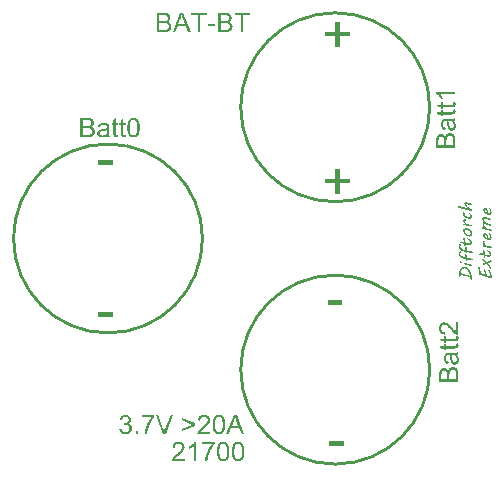
<source format=gbr>
G04 Layer_Color=65535*
%FSLAX25Y25*%
%MOIN*%
%TF.FileFunction,Legend,Top*%
%TF.Part,Single*%
G01*
G75*
%ADD14C,0.01000*%
G36*
X378950Y464425D02*
X376531D01*
Y465219D01*
X378950D01*
Y464425D01*
D02*
G37*
G36*
X390488Y468150D02*
X388369D01*
Y462500D01*
X387519D01*
Y468150D01*
X385406D01*
Y468906D01*
X390488D01*
Y468150D01*
D02*
G37*
G36*
X386725Y325925D02*
X386775Y325919D01*
X386838Y325912D01*
X386900Y325906D01*
X387037Y325881D01*
X387188Y325844D01*
X387344Y325787D01*
X387494Y325719D01*
X387500D01*
X387512Y325706D01*
X387531Y325700D01*
X387562Y325681D01*
X387631Y325631D01*
X387725Y325569D01*
X387825Y325481D01*
X387931Y325381D01*
X388037Y325256D01*
X388138Y325119D01*
Y325113D01*
X388150Y325100D01*
X388162Y325081D01*
X388181Y325050D01*
X388200Y325012D01*
X388225Y324969D01*
X388250Y324913D01*
X388281Y324856D01*
X388313Y324787D01*
X388344Y324719D01*
X388406Y324556D01*
X388475Y324369D01*
X388531Y324169D01*
Y324163D01*
X388538Y324144D01*
X388544Y324113D01*
X388556Y324069D01*
X388569Y324012D01*
X388581Y323944D01*
X388594Y323863D01*
X388606Y323769D01*
X388619Y323669D01*
X388631Y323550D01*
X388644Y323431D01*
X388656Y323294D01*
X388669Y323150D01*
X388675Y322994D01*
X388681Y322831D01*
Y322656D01*
Y322644D01*
Y322606D01*
Y322550D01*
X388675Y322469D01*
Y322375D01*
X388669Y322263D01*
X388663Y322144D01*
X388650Y322006D01*
X388637Y321863D01*
X388625Y321719D01*
X388581Y321412D01*
X388525Y321112D01*
X388488Y320975D01*
X388444Y320837D01*
Y320831D01*
X388431Y320806D01*
X388419Y320769D01*
X388400Y320725D01*
X388375Y320662D01*
X388344Y320600D01*
X388313Y320525D01*
X388269Y320444D01*
X388175Y320275D01*
X388056Y320094D01*
X387913Y319925D01*
X387831Y319844D01*
X387750Y319769D01*
X387744Y319762D01*
X387731Y319750D01*
X387706Y319731D01*
X387669Y319712D01*
X387625Y319681D01*
X387569Y319650D01*
X387506Y319619D01*
X387438Y319581D01*
X387356Y319544D01*
X387269Y319513D01*
X387175Y319481D01*
X387069Y319450D01*
X386963Y319431D01*
X386844Y319412D01*
X386725Y319400D01*
X386594Y319394D01*
X386550D01*
X386506Y319400D01*
X386438Y319406D01*
X386363Y319412D01*
X386269Y319431D01*
X386169Y319450D01*
X386063Y319475D01*
X385950Y319513D01*
X385831Y319556D01*
X385706Y319606D01*
X385588Y319669D01*
X385469Y319744D01*
X385350Y319831D01*
X385238Y319937D01*
X385138Y320050D01*
X385131Y320062D01*
X385113Y320088D01*
X385081Y320138D01*
X385037Y320206D01*
X384994Y320294D01*
X384938Y320400D01*
X384881Y320531D01*
X384825Y320681D01*
X384763Y320850D01*
X384706Y321044D01*
X384650Y321256D01*
X384606Y321487D01*
X384562Y321750D01*
X384531Y322025D01*
X384512Y322331D01*
X384506Y322656D01*
Y322662D01*
Y322669D01*
Y322706D01*
Y322769D01*
X384512Y322844D01*
Y322944D01*
X384519Y323050D01*
X384525Y323175D01*
X384538Y323312D01*
X384550Y323456D01*
X384562Y323606D01*
X384606Y323906D01*
X384663Y324213D01*
X384700Y324350D01*
X384737Y324487D01*
Y324494D01*
X384750Y324519D01*
X384763Y324556D01*
X384781Y324600D01*
X384806Y324662D01*
X384838Y324725D01*
X384869Y324800D01*
X384912Y324881D01*
X385006Y325056D01*
X385125Y325231D01*
X385269Y325400D01*
X385350Y325481D01*
X385431Y325556D01*
X385437Y325563D01*
X385450Y325575D01*
X385481Y325594D01*
X385512Y325612D01*
X385562Y325644D01*
X385613Y325675D01*
X385681Y325706D01*
X385750Y325744D01*
X385831Y325781D01*
X385919Y325813D01*
X386013Y325844D01*
X386119Y325875D01*
X386225Y325894D01*
X386344Y325912D01*
X386462Y325925D01*
X386594Y325931D01*
X386681D01*
X386725Y325925D01*
D02*
G37*
G36*
X381750D02*
X381800Y325919D01*
X381862Y325912D01*
X381925Y325906D01*
X382063Y325881D01*
X382212Y325844D01*
X382369Y325787D01*
X382519Y325719D01*
X382525D01*
X382538Y325706D01*
X382556Y325700D01*
X382588Y325681D01*
X382656Y325631D01*
X382750Y325569D01*
X382850Y325481D01*
X382956Y325381D01*
X383063Y325256D01*
X383162Y325119D01*
Y325113D01*
X383175Y325100D01*
X383188Y325081D01*
X383206Y325050D01*
X383225Y325012D01*
X383250Y324969D01*
X383275Y324913D01*
X383306Y324856D01*
X383337Y324787D01*
X383369Y324719D01*
X383431Y324556D01*
X383500Y324369D01*
X383556Y324169D01*
Y324163D01*
X383562Y324144D01*
X383569Y324113D01*
X383581Y324069D01*
X383594Y324012D01*
X383606Y323944D01*
X383619Y323863D01*
X383631Y323769D01*
X383644Y323669D01*
X383656Y323550D01*
X383669Y323431D01*
X383681Y323294D01*
X383694Y323150D01*
X383700Y322994D01*
X383706Y322831D01*
Y322656D01*
Y322644D01*
Y322606D01*
Y322550D01*
X383700Y322469D01*
Y322375D01*
X383694Y322263D01*
X383687Y322144D01*
X383675Y322006D01*
X383663Y321863D01*
X383650Y321719D01*
X383606Y321412D01*
X383550Y321112D01*
X383512Y320975D01*
X383469Y320837D01*
Y320831D01*
X383456Y320806D01*
X383444Y320769D01*
X383425Y320725D01*
X383400Y320662D01*
X383369Y320600D01*
X383337Y320525D01*
X383294Y320444D01*
X383200Y320275D01*
X383081Y320094D01*
X382938Y319925D01*
X382856Y319844D01*
X382775Y319769D01*
X382769Y319762D01*
X382756Y319750D01*
X382731Y319731D01*
X382694Y319712D01*
X382650Y319681D01*
X382594Y319650D01*
X382531Y319619D01*
X382463Y319581D01*
X382381Y319544D01*
X382294Y319513D01*
X382200Y319481D01*
X382094Y319450D01*
X381988Y319431D01*
X381869Y319412D01*
X381750Y319400D01*
X381619Y319394D01*
X381575D01*
X381531Y319400D01*
X381463Y319406D01*
X381387Y319412D01*
X381294Y319431D01*
X381194Y319450D01*
X381087Y319475D01*
X380975Y319513D01*
X380856Y319556D01*
X380731Y319606D01*
X380612Y319669D01*
X380494Y319744D01*
X380375Y319831D01*
X380262Y319937D01*
X380163Y320050D01*
X380156Y320062D01*
X380137Y320088D01*
X380106Y320138D01*
X380063Y320206D01*
X380019Y320294D01*
X379962Y320400D01*
X379906Y320531D01*
X379850Y320681D01*
X379787Y320850D01*
X379731Y321044D01*
X379675Y321256D01*
X379631Y321487D01*
X379588Y321750D01*
X379556Y322025D01*
X379538Y322331D01*
X379531Y322656D01*
Y322662D01*
Y322669D01*
Y322706D01*
Y322769D01*
X379538Y322844D01*
Y322944D01*
X379544Y323050D01*
X379550Y323175D01*
X379562Y323312D01*
X379575Y323456D01*
X379588Y323606D01*
X379631Y323906D01*
X379688Y324213D01*
X379725Y324350D01*
X379763Y324487D01*
Y324494D01*
X379775Y324519D01*
X379787Y324556D01*
X379806Y324600D01*
X379831Y324662D01*
X379862Y324725D01*
X379894Y324800D01*
X379938Y324881D01*
X380031Y325056D01*
X380150Y325231D01*
X380294Y325400D01*
X380375Y325481D01*
X380456Y325556D01*
X380463Y325563D01*
X380475Y325575D01*
X380506Y325594D01*
X380538Y325612D01*
X380588Y325644D01*
X380638Y325675D01*
X380706Y325706D01*
X380775Y325744D01*
X380856Y325781D01*
X380944Y325813D01*
X381037Y325844D01*
X381144Y325875D01*
X381250Y325894D01*
X381369Y325912D01*
X381487Y325925D01*
X381619Y325931D01*
X381706D01*
X381750Y325925D01*
D02*
G37*
G36*
X370794Y462500D02*
X369831D01*
X369088Y464437D01*
X366400D01*
X365700Y462500D01*
X364806D01*
X367256Y468906D01*
X368175D01*
X370794Y462500D01*
D02*
G37*
G36*
X362081Y468900D02*
X362156Y468894D01*
X362238Y468888D01*
X362319Y468881D01*
X362506Y468856D01*
X362706Y468825D01*
X362900Y468775D01*
X362987Y468744D01*
X363075Y468706D01*
X363081D01*
X363094Y468700D01*
X363119Y468687D01*
X363150Y468669D01*
X363188Y468650D01*
X363231Y468625D01*
X363331Y468556D01*
X363438Y468475D01*
X363556Y468369D01*
X363669Y468250D01*
X363769Y468106D01*
Y468100D01*
X363781Y468087D01*
X363794Y468069D01*
X363806Y468038D01*
X363831Y468000D01*
X363850Y467956D01*
X363900Y467850D01*
X363944Y467725D01*
X363987Y467581D01*
X364013Y467425D01*
X364025Y467263D01*
Y467256D01*
Y467244D01*
Y467225D01*
X364019Y467194D01*
Y467156D01*
X364013Y467112D01*
X364000Y467013D01*
X363969Y466894D01*
X363931Y466762D01*
X363875Y466625D01*
X363800Y466488D01*
Y466481D01*
X363788Y466469D01*
X363775Y466450D01*
X363756Y466425D01*
X363706Y466362D01*
X363631Y466281D01*
X363538Y466187D01*
X363419Y466087D01*
X363281Y465994D01*
X363125Y465906D01*
X363131D01*
X363150Y465900D01*
X363181Y465887D01*
X363219Y465875D01*
X363269Y465856D01*
X363325Y465831D01*
X363456Y465769D01*
X363600Y465688D01*
X363750Y465588D01*
X363894Y465462D01*
X363956Y465394D01*
X364019Y465319D01*
X364025Y465312D01*
X364031Y465300D01*
X364050Y465275D01*
X364069Y465244D01*
X364094Y465206D01*
X364119Y465163D01*
X364150Y465106D01*
X364181Y465044D01*
X364206Y464975D01*
X364237Y464906D01*
X364287Y464738D01*
X364325Y464556D01*
X364331Y464456D01*
X364337Y464350D01*
Y464344D01*
Y464331D01*
Y464306D01*
Y464275D01*
X364331Y464231D01*
X364325Y464187D01*
X364313Y464075D01*
X364287Y463950D01*
X364256Y463806D01*
X364206Y463662D01*
X364144Y463513D01*
Y463506D01*
X364138Y463494D01*
X364125Y463475D01*
X364112Y463450D01*
X364069Y463381D01*
X364013Y463294D01*
X363950Y463200D01*
X363869Y463100D01*
X363775Y463006D01*
X363675Y462919D01*
X363663Y462913D01*
X363625Y462887D01*
X363562Y462850D01*
X363481Y462800D01*
X363381Y462750D01*
X363256Y462700D01*
X363119Y462650D01*
X362969Y462606D01*
X362963D01*
X362950Y462600D01*
X362925Y462594D01*
X362894Y462587D01*
X362856Y462581D01*
X362806Y462575D01*
X362750Y462563D01*
X362681Y462556D01*
X362613Y462544D01*
X362531Y462531D01*
X362450Y462525D01*
X362356Y462519D01*
X362156Y462506D01*
X361937Y462500D01*
X359500D01*
Y468906D01*
X362019D01*
X362081Y468900D01*
D02*
G37*
G36*
X382469D02*
X382544Y468894D01*
X382625Y468888D01*
X382706Y468881D01*
X382894Y468856D01*
X383094Y468825D01*
X383288Y468775D01*
X383375Y468744D01*
X383463Y468706D01*
X383469D01*
X383481Y468700D01*
X383506Y468687D01*
X383538Y468669D01*
X383575Y468650D01*
X383619Y468625D01*
X383719Y468556D01*
X383825Y468475D01*
X383944Y468369D01*
X384056Y468250D01*
X384156Y468106D01*
Y468100D01*
X384169Y468087D01*
X384181Y468069D01*
X384194Y468038D01*
X384219Y468000D01*
X384238Y467956D01*
X384288Y467850D01*
X384331Y467725D01*
X384375Y467581D01*
X384400Y467425D01*
X384413Y467263D01*
Y467256D01*
Y467244D01*
Y467225D01*
X384406Y467194D01*
Y467156D01*
X384400Y467112D01*
X384387Y467013D01*
X384356Y466894D01*
X384319Y466762D01*
X384262Y466625D01*
X384188Y466488D01*
Y466481D01*
X384175Y466469D01*
X384162Y466450D01*
X384144Y466425D01*
X384094Y466362D01*
X384019Y466281D01*
X383925Y466187D01*
X383806Y466087D01*
X383669Y465994D01*
X383512Y465906D01*
X383519D01*
X383538Y465900D01*
X383569Y465887D01*
X383606Y465875D01*
X383656Y465856D01*
X383713Y465831D01*
X383844Y465769D01*
X383987Y465688D01*
X384138Y465588D01*
X384281Y465462D01*
X384344Y465394D01*
X384406Y465319D01*
X384413Y465312D01*
X384419Y465300D01*
X384437Y465275D01*
X384456Y465244D01*
X384481Y465206D01*
X384506Y465163D01*
X384538Y465106D01*
X384569Y465044D01*
X384594Y464975D01*
X384625Y464906D01*
X384675Y464738D01*
X384713Y464556D01*
X384719Y464456D01*
X384725Y464350D01*
Y464344D01*
Y464331D01*
Y464306D01*
Y464275D01*
X384719Y464231D01*
X384713Y464187D01*
X384700Y464075D01*
X384675Y463950D01*
X384644Y463806D01*
X384594Y463662D01*
X384531Y463513D01*
Y463506D01*
X384525Y463494D01*
X384512Y463475D01*
X384500Y463450D01*
X384456Y463381D01*
X384400Y463294D01*
X384337Y463200D01*
X384256Y463100D01*
X384162Y463006D01*
X384063Y462919D01*
X384050Y462913D01*
X384013Y462887D01*
X383950Y462850D01*
X383869Y462800D01*
X383769Y462750D01*
X383644Y462700D01*
X383506Y462650D01*
X383356Y462606D01*
X383350D01*
X383337Y462600D01*
X383313Y462594D01*
X383281Y462587D01*
X383244Y462581D01*
X383194Y462575D01*
X383137Y462563D01*
X383069Y462556D01*
X383000Y462544D01*
X382919Y462531D01*
X382838Y462525D01*
X382744Y462519D01*
X382544Y462506D01*
X382325Y462500D01*
X379888D01*
Y468906D01*
X382406D01*
X382469Y468900D01*
D02*
G37*
G36*
X376069Y468150D02*
X373950D01*
Y462500D01*
X373100D01*
Y468150D01*
X370988D01*
Y468906D01*
X376069D01*
Y468150D01*
D02*
G37*
G36*
X366819Y325925D02*
X366887D01*
X366963Y325919D01*
X367050Y325906D01*
X367150Y325887D01*
X367263Y325869D01*
X367375Y325837D01*
X367494Y325806D01*
X367619Y325763D01*
X367738Y325712D01*
X367863Y325656D01*
X367975Y325588D01*
X368088Y325506D01*
X368194Y325419D01*
X368200Y325413D01*
X368219Y325394D01*
X368244Y325369D01*
X368275Y325325D01*
X368319Y325275D01*
X368362Y325219D01*
X368412Y325150D01*
X368462Y325069D01*
X368513Y324981D01*
X368563Y324881D01*
X368606Y324781D01*
X368650Y324669D01*
X368681Y324550D01*
X368706Y324419D01*
X368725Y324288D01*
X368731Y324150D01*
Y324144D01*
Y324131D01*
Y324113D01*
Y324088D01*
X368725Y324050D01*
Y324012D01*
X368712Y323913D01*
X368694Y323800D01*
X368663Y323669D01*
X368625Y323531D01*
X368569Y323394D01*
Y323388D01*
X368563Y323375D01*
X368550Y323356D01*
X368537Y323331D01*
X368519Y323294D01*
X368500Y323256D01*
X368444Y323156D01*
X368375Y323044D01*
X368281Y322906D01*
X368175Y322762D01*
X368044Y322613D01*
X368038Y322606D01*
X368025Y322594D01*
X368006Y322569D01*
X367975Y322537D01*
X367931Y322494D01*
X367887Y322444D01*
X367825Y322388D01*
X367756Y322319D01*
X367681Y322244D01*
X367587Y322156D01*
X367494Y322062D01*
X367381Y321962D01*
X367263Y321856D01*
X367131Y321738D01*
X366987Y321619D01*
X366838Y321487D01*
X366831Y321481D01*
X366806Y321462D01*
X366769Y321431D01*
X366725Y321394D01*
X366669Y321344D01*
X366606Y321287D01*
X366456Y321163D01*
X366306Y321031D01*
X366156Y320900D01*
X366088Y320837D01*
X366025Y320775D01*
X365969Y320725D01*
X365925Y320681D01*
X365919Y320675D01*
X365894Y320644D01*
X365856Y320600D01*
X365806Y320550D01*
X365756Y320481D01*
X365700Y320412D01*
X365644Y320338D01*
X365594Y320256D01*
X368738D01*
Y319500D01*
X364506D01*
Y319506D01*
Y319513D01*
Y319550D01*
Y319600D01*
X364512Y319675D01*
X364525Y319756D01*
X364538Y319850D01*
X364563Y319944D01*
X364594Y320044D01*
Y320050D01*
X364600Y320062D01*
X364613Y320088D01*
X364625Y320119D01*
X364644Y320156D01*
X364663Y320200D01*
X364719Y320312D01*
X364794Y320444D01*
X364881Y320587D01*
X364987Y320738D01*
X365112Y320894D01*
X365119Y320900D01*
X365131Y320913D01*
X365150Y320937D01*
X365181Y320969D01*
X365219Y321006D01*
X365263Y321056D01*
X365313Y321112D01*
X365375Y321175D01*
X365444Y321237D01*
X365519Y321312D01*
X365606Y321394D01*
X365694Y321481D01*
X365794Y321569D01*
X365900Y321662D01*
X366019Y321762D01*
X366138Y321863D01*
X366150Y321875D01*
X366181Y321900D01*
X366237Y321944D01*
X366306Y322006D01*
X366394Y322075D01*
X366488Y322163D01*
X366594Y322256D01*
X366706Y322356D01*
X366944Y322575D01*
X367175Y322800D01*
X367281Y322913D01*
X367381Y323025D01*
X367475Y323125D01*
X367550Y323225D01*
X367556Y323231D01*
X367569Y323250D01*
X367587Y323275D01*
X367606Y323312D01*
X367637Y323356D01*
X367669Y323406D01*
X367700Y323469D01*
X367738Y323531D01*
X367806Y323675D01*
X367869Y323831D01*
X367887Y323919D01*
X367906Y324000D01*
X367919Y324088D01*
X367925Y324169D01*
Y324175D01*
Y324187D01*
Y324213D01*
X367919Y324250D01*
X367913Y324288D01*
X367906Y324331D01*
X367881Y324444D01*
X367844Y324569D01*
X367781Y324700D01*
X367744Y324763D01*
X367700Y324831D01*
X367650Y324894D01*
X367587Y324956D01*
X367581Y324962D01*
X367575Y324969D01*
X367550Y324988D01*
X367525Y325006D01*
X367494Y325031D01*
X367450Y325056D01*
X367406Y325087D01*
X367350Y325119D01*
X367294Y325150D01*
X367225Y325181D01*
X367075Y325231D01*
X366906Y325269D01*
X366812Y325275D01*
X366712Y325281D01*
X366656D01*
X366619Y325275D01*
X366569Y325269D01*
X366512Y325262D01*
X366450Y325250D01*
X366388Y325237D01*
X366237Y325200D01*
X366088Y325137D01*
X366013Y325100D01*
X365937Y325050D01*
X365869Y325000D01*
X365800Y324938D01*
X365794Y324931D01*
X365788Y324925D01*
X365769Y324900D01*
X365750Y324875D01*
X365725Y324844D01*
X365694Y324800D01*
X365663Y324750D01*
X365631Y324694D01*
X365600Y324631D01*
X365569Y324563D01*
X365544Y324481D01*
X365512Y324400D01*
X365494Y324312D01*
X365475Y324213D01*
X365469Y324113D01*
X365462Y324000D01*
X364656Y324081D01*
Y324094D01*
X364663Y324119D01*
X364669Y324169D01*
X364675Y324231D01*
X364694Y324306D01*
X364713Y324394D01*
X364738Y324487D01*
X364762Y324594D01*
X364800Y324700D01*
X364844Y324813D01*
X364894Y324925D01*
X364950Y325044D01*
X365019Y325156D01*
X365094Y325262D01*
X365181Y325362D01*
X365275Y325456D01*
X365281Y325463D01*
X365300Y325475D01*
X365331Y325500D01*
X365375Y325531D01*
X365431Y325569D01*
X365494Y325606D01*
X365575Y325650D01*
X365663Y325694D01*
X365762Y325738D01*
X365869Y325781D01*
X365987Y325819D01*
X366119Y325856D01*
X366256Y325887D01*
X366406Y325912D01*
X366563Y325925D01*
X366731Y325931D01*
X366775D01*
X366819Y325925D01*
D02*
G37*
G36*
X375325Y334925D02*
X375394D01*
X375469Y334919D01*
X375556Y334906D01*
X375656Y334888D01*
X375769Y334869D01*
X375881Y334838D01*
X376000Y334806D01*
X376125Y334763D01*
X376244Y334713D01*
X376369Y334656D01*
X376481Y334588D01*
X376594Y334506D01*
X376700Y334419D01*
X376706Y334413D01*
X376725Y334394D01*
X376750Y334369D01*
X376781Y334325D01*
X376825Y334275D01*
X376869Y334219D01*
X376919Y334150D01*
X376969Y334069D01*
X377019Y333981D01*
X377069Y333881D01*
X377113Y333781D01*
X377156Y333669D01*
X377187Y333550D01*
X377213Y333419D01*
X377231Y333288D01*
X377238Y333150D01*
Y333144D01*
Y333131D01*
Y333113D01*
Y333087D01*
X377231Y333050D01*
Y333013D01*
X377219Y332912D01*
X377200Y332800D01*
X377169Y332669D01*
X377131Y332531D01*
X377075Y332394D01*
Y332387D01*
X377069Y332375D01*
X377056Y332356D01*
X377044Y332331D01*
X377025Y332294D01*
X377006Y332256D01*
X376950Y332156D01*
X376881Y332044D01*
X376787Y331906D01*
X376681Y331763D01*
X376550Y331612D01*
X376544Y331606D01*
X376531Y331594D01*
X376513Y331569D01*
X376481Y331538D01*
X376437Y331494D01*
X376394Y331444D01*
X376331Y331387D01*
X376262Y331319D01*
X376187Y331244D01*
X376094Y331156D01*
X376000Y331063D01*
X375887Y330962D01*
X375769Y330856D01*
X375638Y330737D01*
X375494Y330619D01*
X375344Y330487D01*
X375338Y330481D01*
X375312Y330463D01*
X375275Y330431D01*
X375231Y330394D01*
X375175Y330344D01*
X375113Y330288D01*
X374962Y330163D01*
X374813Y330031D01*
X374662Y329900D01*
X374594Y329837D01*
X374531Y329775D01*
X374475Y329725D01*
X374431Y329681D01*
X374425Y329675D01*
X374400Y329644D01*
X374362Y329600D01*
X374312Y329550D01*
X374262Y329481D01*
X374206Y329413D01*
X374150Y329338D01*
X374100Y329256D01*
X377244D01*
Y328500D01*
X373012D01*
Y328506D01*
Y328513D01*
Y328550D01*
Y328600D01*
X373019Y328675D01*
X373031Y328756D01*
X373044Y328850D01*
X373069Y328944D01*
X373100Y329044D01*
Y329050D01*
X373106Y329063D01*
X373119Y329087D01*
X373131Y329119D01*
X373150Y329156D01*
X373169Y329200D01*
X373225Y329312D01*
X373300Y329444D01*
X373388Y329588D01*
X373494Y329737D01*
X373619Y329894D01*
X373625Y329900D01*
X373638Y329912D01*
X373656Y329938D01*
X373688Y329969D01*
X373725Y330006D01*
X373769Y330056D01*
X373819Y330113D01*
X373881Y330175D01*
X373950Y330238D01*
X374025Y330312D01*
X374113Y330394D01*
X374200Y330481D01*
X374300Y330569D01*
X374406Y330662D01*
X374525Y330763D01*
X374644Y330862D01*
X374656Y330875D01*
X374688Y330900D01*
X374744Y330944D01*
X374813Y331006D01*
X374900Y331075D01*
X374994Y331163D01*
X375100Y331256D01*
X375213Y331356D01*
X375450Y331575D01*
X375681Y331800D01*
X375787Y331912D01*
X375887Y332025D01*
X375981Y332125D01*
X376056Y332225D01*
X376062Y332231D01*
X376075Y332250D01*
X376094Y332275D01*
X376113Y332312D01*
X376144Y332356D01*
X376175Y332406D01*
X376206Y332469D01*
X376244Y332531D01*
X376312Y332675D01*
X376375Y332831D01*
X376394Y332919D01*
X376413Y333000D01*
X376425Y333087D01*
X376431Y333169D01*
Y333175D01*
Y333188D01*
Y333212D01*
X376425Y333250D01*
X376419Y333288D01*
X376413Y333331D01*
X376388Y333444D01*
X376350Y333569D01*
X376288Y333700D01*
X376250Y333763D01*
X376206Y333831D01*
X376156Y333894D01*
X376094Y333956D01*
X376087Y333962D01*
X376081Y333969D01*
X376056Y333987D01*
X376031Y334006D01*
X376000Y334031D01*
X375956Y334056D01*
X375912Y334087D01*
X375856Y334119D01*
X375800Y334150D01*
X375731Y334181D01*
X375581Y334231D01*
X375413Y334269D01*
X375319Y334275D01*
X375219Y334281D01*
X375163D01*
X375125Y334275D01*
X375075Y334269D01*
X375019Y334262D01*
X374956Y334250D01*
X374894Y334238D01*
X374744Y334200D01*
X374594Y334138D01*
X374519Y334100D01*
X374444Y334050D01*
X374375Y334000D01*
X374306Y333938D01*
X374300Y333931D01*
X374294Y333925D01*
X374275Y333900D01*
X374256Y333875D01*
X374231Y333844D01*
X374200Y333800D01*
X374169Y333750D01*
X374137Y333694D01*
X374106Y333631D01*
X374075Y333562D01*
X374050Y333481D01*
X374019Y333400D01*
X374000Y333313D01*
X373981Y333212D01*
X373975Y333113D01*
X373969Y333000D01*
X373163Y333081D01*
Y333094D01*
X373169Y333119D01*
X373175Y333169D01*
X373181Y333231D01*
X373200Y333306D01*
X373219Y333394D01*
X373244Y333488D01*
X373269Y333594D01*
X373306Y333700D01*
X373350Y333812D01*
X373400Y333925D01*
X373456Y334044D01*
X373525Y334156D01*
X373600Y334262D01*
X373688Y334363D01*
X373781Y334456D01*
X373787Y334462D01*
X373806Y334475D01*
X373837Y334500D01*
X373881Y334531D01*
X373938Y334569D01*
X374000Y334606D01*
X374081Y334650D01*
X374169Y334694D01*
X374269Y334737D01*
X374375Y334781D01*
X374494Y334819D01*
X374625Y334856D01*
X374763Y334888D01*
X374913Y334912D01*
X375069Y334925D01*
X375237Y334931D01*
X375281D01*
X375325Y334925D01*
D02*
G37*
G36*
X358656Y334212D02*
X358650Y334206D01*
X358631Y334181D01*
X358594Y334144D01*
X358550Y334094D01*
X358494Y334025D01*
X358431Y333950D01*
X358356Y333856D01*
X358275Y333750D01*
X358188Y333631D01*
X358087Y333500D01*
X357987Y333356D01*
X357881Y333200D01*
X357775Y333037D01*
X357663Y332862D01*
X357550Y332675D01*
X357437Y332475D01*
X357431Y332463D01*
X357413Y332425D01*
X357381Y332369D01*
X357337Y332288D01*
X357288Y332194D01*
X357231Y332075D01*
X357169Y331944D01*
X357100Y331794D01*
X357025Y331631D01*
X356950Y331463D01*
X356869Y331275D01*
X356794Y331087D01*
X356719Y330888D01*
X356644Y330681D01*
X356575Y330469D01*
X356512Y330256D01*
Y330250D01*
X356500Y330219D01*
X356487Y330175D01*
X356475Y330119D01*
X356456Y330044D01*
X356431Y329950D01*
X356413Y329850D01*
X356387Y329737D01*
X356363Y329612D01*
X356337Y329475D01*
X356312Y329331D01*
X356288Y329175D01*
X356262Y329019D01*
X356244Y328850D01*
X356212Y328500D01*
X355406D01*
Y328506D01*
Y328538D01*
X355413Y328575D01*
Y328631D01*
X355419Y328706D01*
X355425Y328794D01*
X355437Y328894D01*
X355450Y329006D01*
X355463Y329137D01*
X355481Y329275D01*
X355506Y329425D01*
X355538Y329581D01*
X355569Y329756D01*
X355606Y329931D01*
X355650Y330125D01*
X355700Y330319D01*
Y330325D01*
X355706Y330331D01*
X355713Y330369D01*
X355731Y330425D01*
X355750Y330500D01*
X355781Y330600D01*
X355819Y330713D01*
X355856Y330837D01*
X355906Y330981D01*
X355962Y331131D01*
X356025Y331294D01*
X356087Y331469D01*
X356163Y331644D01*
X356325Y332013D01*
X356512Y332387D01*
X356519Y332400D01*
X356538Y332431D01*
X356569Y332481D01*
X356606Y332556D01*
X356656Y332638D01*
X356713Y332737D01*
X356781Y332850D01*
X356856Y332969D01*
X356938Y333100D01*
X357025Y333238D01*
X357212Y333519D01*
X357425Y333800D01*
X357531Y333938D01*
X357644Y334069D01*
X354513D01*
Y334825D01*
X358656D01*
Y334212D01*
D02*
G37*
G36*
X362456Y328500D02*
X361575D01*
X359100Y334906D01*
X360019D01*
X361681Y330250D01*
Y330244D01*
X361687Y330225D01*
X361700Y330194D01*
X361713Y330156D01*
X361731Y330106D01*
X361750Y330044D01*
X361775Y329981D01*
X361800Y329906D01*
X361850Y329744D01*
X361906Y329569D01*
X361963Y329387D01*
X362019Y329200D01*
Y329206D01*
X362025Y329225D01*
X362031Y329250D01*
X362044Y329288D01*
X362063Y329338D01*
X362075Y329394D01*
X362094Y329456D01*
X362119Y329531D01*
X362169Y329688D01*
X362225Y329862D01*
X362294Y330056D01*
X362363Y330250D01*
X364100Y334906D01*
X364963D01*
X362456Y328500D01*
D02*
G37*
G36*
X388675D02*
X387713D01*
X386969Y330437D01*
X384281D01*
X383581Y328500D01*
X382687D01*
X385138Y334906D01*
X386056D01*
X388675Y328500D01*
D02*
G37*
G36*
X378756Y325213D02*
X378750Y325206D01*
X378731Y325181D01*
X378694Y325144D01*
X378650Y325094D01*
X378594Y325025D01*
X378531Y324950D01*
X378456Y324856D01*
X378375Y324750D01*
X378288Y324631D01*
X378187Y324500D01*
X378087Y324356D01*
X377981Y324200D01*
X377875Y324038D01*
X377763Y323863D01*
X377650Y323675D01*
X377537Y323475D01*
X377531Y323463D01*
X377513Y323425D01*
X377481Y323369D01*
X377437Y323288D01*
X377387Y323194D01*
X377331Y323075D01*
X377269Y322944D01*
X377200Y322794D01*
X377125Y322631D01*
X377050Y322463D01*
X376969Y322275D01*
X376894Y322088D01*
X376819Y321887D01*
X376744Y321681D01*
X376675Y321469D01*
X376612Y321256D01*
Y321250D01*
X376600Y321219D01*
X376588Y321175D01*
X376575Y321119D01*
X376556Y321044D01*
X376531Y320950D01*
X376513Y320850D01*
X376487Y320738D01*
X376463Y320613D01*
X376437Y320475D01*
X376413Y320331D01*
X376388Y320175D01*
X376362Y320019D01*
X376344Y319850D01*
X376312Y319500D01*
X375506D01*
Y319506D01*
Y319537D01*
X375513Y319575D01*
Y319631D01*
X375519Y319706D01*
X375525Y319794D01*
X375537Y319894D01*
X375550Y320006D01*
X375563Y320138D01*
X375581Y320275D01*
X375606Y320425D01*
X375638Y320581D01*
X375669Y320756D01*
X375706Y320931D01*
X375750Y321125D01*
X375800Y321319D01*
Y321325D01*
X375806Y321331D01*
X375813Y321369D01*
X375831Y321425D01*
X375850Y321500D01*
X375881Y321600D01*
X375919Y321712D01*
X375956Y321837D01*
X376006Y321981D01*
X376062Y322131D01*
X376125Y322294D01*
X376187Y322469D01*
X376262Y322644D01*
X376425Y323012D01*
X376612Y323388D01*
X376619Y323400D01*
X376638Y323431D01*
X376669Y323481D01*
X376706Y323556D01*
X376756Y323638D01*
X376813Y323738D01*
X376881Y323850D01*
X376956Y323969D01*
X377038Y324100D01*
X377125Y324237D01*
X377312Y324519D01*
X377525Y324800D01*
X377631Y324938D01*
X377744Y325069D01*
X374612D01*
Y325825D01*
X378756D01*
Y325213D01*
D02*
G37*
G36*
X372544Y319500D02*
X371756D01*
Y324506D01*
X371750D01*
X371744Y324494D01*
X371725Y324481D01*
X371706Y324463D01*
X371644Y324406D01*
X371556Y324338D01*
X371450Y324256D01*
X371319Y324163D01*
X371169Y324062D01*
X371006Y323962D01*
X371000D01*
X370988Y323950D01*
X370963Y323938D01*
X370931Y323919D01*
X370887Y323894D01*
X370844Y323869D01*
X370731Y323813D01*
X370606Y323750D01*
X370469Y323681D01*
X370325Y323619D01*
X370187Y323563D01*
Y324319D01*
X370194Y324325D01*
X370219Y324331D01*
X370250Y324350D01*
X370300Y324375D01*
X370356Y324406D01*
X370419Y324444D01*
X370494Y324481D01*
X370575Y324531D01*
X370756Y324638D01*
X370950Y324769D01*
X371144Y324913D01*
X371338Y325069D01*
X371344Y325075D01*
X371356Y325087D01*
X371388Y325113D01*
X371419Y325144D01*
X371456Y325187D01*
X371506Y325231D01*
X371556Y325288D01*
X371613Y325344D01*
X371725Y325475D01*
X371837Y325619D01*
X371944Y325775D01*
X371994Y325850D01*
X372031Y325931D01*
X372544D01*
Y319500D01*
D02*
G37*
G36*
X353306Y328500D02*
X352413D01*
Y329394D01*
X353306D01*
Y328500D01*
D02*
G37*
G36*
X380306Y334925D02*
X380356Y334919D01*
X380419Y334912D01*
X380481Y334906D01*
X380619Y334881D01*
X380769Y334844D01*
X380925Y334788D01*
X381075Y334719D01*
X381081D01*
X381094Y334706D01*
X381113Y334700D01*
X381144Y334681D01*
X381212Y334631D01*
X381306Y334569D01*
X381406Y334481D01*
X381512Y334381D01*
X381619Y334256D01*
X381719Y334119D01*
Y334113D01*
X381731Y334100D01*
X381744Y334081D01*
X381763Y334050D01*
X381781Y334013D01*
X381806Y333969D01*
X381831Y333912D01*
X381862Y333856D01*
X381894Y333787D01*
X381925Y333719D01*
X381988Y333556D01*
X382056Y333369D01*
X382113Y333169D01*
Y333162D01*
X382119Y333144D01*
X382125Y333113D01*
X382137Y333069D01*
X382150Y333013D01*
X382162Y332944D01*
X382175Y332862D01*
X382188Y332769D01*
X382200Y332669D01*
X382212Y332550D01*
X382225Y332431D01*
X382238Y332294D01*
X382250Y332150D01*
X382256Y331994D01*
X382262Y331831D01*
Y331656D01*
Y331644D01*
Y331606D01*
Y331550D01*
X382256Y331469D01*
Y331375D01*
X382250Y331262D01*
X382244Y331144D01*
X382231Y331006D01*
X382219Y330862D01*
X382206Y330719D01*
X382162Y330413D01*
X382106Y330113D01*
X382069Y329975D01*
X382025Y329837D01*
Y329831D01*
X382013Y329806D01*
X382000Y329769D01*
X381981Y329725D01*
X381956Y329662D01*
X381925Y329600D01*
X381894Y329525D01*
X381850Y329444D01*
X381756Y329275D01*
X381638Y329094D01*
X381494Y328925D01*
X381413Y328844D01*
X381331Y328769D01*
X381325Y328763D01*
X381312Y328750D01*
X381288Y328731D01*
X381250Y328713D01*
X381206Y328681D01*
X381150Y328650D01*
X381087Y328619D01*
X381019Y328581D01*
X380938Y328544D01*
X380850Y328513D01*
X380756Y328481D01*
X380650Y328450D01*
X380544Y328431D01*
X380425Y328413D01*
X380306Y328400D01*
X380175Y328394D01*
X380131D01*
X380087Y328400D01*
X380019Y328406D01*
X379944Y328413D01*
X379850Y328431D01*
X379750Y328450D01*
X379644Y328475D01*
X379531Y328513D01*
X379413Y328556D01*
X379288Y328606D01*
X379169Y328669D01*
X379050Y328744D01*
X378931Y328831D01*
X378819Y328938D01*
X378719Y329050D01*
X378713Y329063D01*
X378694Y329087D01*
X378662Y329137D01*
X378619Y329206D01*
X378575Y329294D01*
X378519Y329400D01*
X378463Y329531D01*
X378406Y329681D01*
X378344Y329850D01*
X378288Y330044D01*
X378231Y330256D01*
X378187Y330487D01*
X378144Y330750D01*
X378113Y331025D01*
X378094Y331331D01*
X378087Y331656D01*
Y331663D01*
Y331669D01*
Y331706D01*
Y331769D01*
X378094Y331844D01*
Y331944D01*
X378100Y332050D01*
X378106Y332175D01*
X378119Y332312D01*
X378131Y332456D01*
X378144Y332606D01*
X378187Y332906D01*
X378244Y333212D01*
X378281Y333350D01*
X378319Y333488D01*
Y333494D01*
X378331Y333519D01*
X378344Y333556D01*
X378362Y333600D01*
X378387Y333663D01*
X378419Y333725D01*
X378450Y333800D01*
X378494Y333881D01*
X378588Y334056D01*
X378706Y334231D01*
X378850Y334400D01*
X378931Y334481D01*
X379012Y334556D01*
X379019Y334562D01*
X379031Y334575D01*
X379063Y334594D01*
X379094Y334612D01*
X379144Y334644D01*
X379194Y334675D01*
X379262Y334706D01*
X379331Y334744D01*
X379413Y334781D01*
X379500Y334812D01*
X379594Y334844D01*
X379700Y334875D01*
X379806Y334894D01*
X379925Y334912D01*
X380044Y334925D01*
X380175Y334931D01*
X380262D01*
X380306Y334925D01*
D02*
G37*
G36*
X468762Y400894D02*
X468806D01*
X468856Y400887D01*
X468969Y400869D01*
X468975D01*
X468994Y400863D01*
X469025D01*
X469063Y400850D01*
X469106Y400844D01*
X469156Y400838D01*
X469263Y400812D01*
X469269D01*
X469275Y400806D01*
X469294D01*
X469319Y400800D01*
X469387Y400781D01*
X469475Y400756D01*
X469575Y400725D01*
X469688Y400694D01*
X469925Y400612D01*
X469931D01*
X469938Y400606D01*
X469956Y400600D01*
X469981Y400594D01*
X470044Y400575D01*
X470119Y400544D01*
X470219Y400513D01*
X470325Y400469D01*
X470444Y400425D01*
X470563Y400381D01*
X470569D01*
X470575Y400375D01*
X470612Y400362D01*
X470662Y400338D01*
X470725Y400313D01*
X470731D01*
X470738Y400306D01*
X470775Y400294D01*
X470825Y400269D01*
X470881Y400238D01*
X470894Y400231D01*
X470919Y400206D01*
X470956Y400175D01*
X470994Y400131D01*
X471000Y400119D01*
X471012Y400094D01*
X471031Y400050D01*
X471037Y399994D01*
Y399988D01*
Y399962D01*
X471031Y399938D01*
Y399900D01*
X471012Y399819D01*
X471000Y399781D01*
X470981Y399750D01*
X470969Y399738D01*
X470937Y399719D01*
X470881Y399700D01*
X470806Y399688D01*
X470738D01*
X470719Y399694D01*
X470694D01*
X470662Y399700D01*
X470656D01*
X470631Y399712D01*
X470587Y399731D01*
X470531Y399756D01*
X470525D01*
X470519Y399763D01*
X470500Y399775D01*
X470475Y399787D01*
X470412Y399813D01*
X470344Y399850D01*
X470337D01*
X470325Y399856D01*
X470306Y399869D01*
X470281Y399881D01*
X470219Y399913D01*
X470144Y399944D01*
X470138D01*
X470125Y399950D01*
X470106Y399962D01*
X470081Y399975D01*
X470025Y399994D01*
X469969Y400019D01*
X469963D01*
X469944Y400025D01*
X469919Y400037D01*
X469881Y400050D01*
X469838Y400063D01*
X469788Y400075D01*
X469669Y400112D01*
X469663D01*
X469637Y400125D01*
X469606Y400131D01*
X469556Y400144D01*
X469506Y400163D01*
X469450Y400181D01*
X469319Y400212D01*
X469312D01*
X469287Y400219D01*
X469256Y400231D01*
X469212Y400244D01*
X469163Y400256D01*
X469106Y400269D01*
X468988Y400294D01*
X468981D01*
X468962Y400300D01*
X468931Y400306D01*
X468900Y400313D01*
X468819Y400319D01*
X468738Y400325D01*
X468713D01*
X468681Y400319D01*
X468650Y400313D01*
X468644D01*
X468619Y400306D01*
X468594Y400300D01*
X468569Y400281D01*
X468563Y400275D01*
X468550Y400269D01*
X468531Y400250D01*
X468512Y400219D01*
X468506Y400212D01*
X468500Y400194D01*
X468494Y400163D01*
Y400119D01*
Y400112D01*
Y400100D01*
Y400081D01*
X468500Y400056D01*
X468512Y399988D01*
X468544Y399900D01*
Y399894D01*
X468550Y399881D01*
X468563Y399856D01*
X468581Y399819D01*
X468600Y399781D01*
X468625Y399738D01*
X468681Y399638D01*
X468687Y399631D01*
X468694Y399612D01*
X468713Y399587D01*
X468738Y399556D01*
X468794Y399469D01*
X468869Y399375D01*
X468875Y399369D01*
X468888Y399356D01*
X468906Y399331D01*
X468931Y399300D01*
X469000Y399231D01*
X469075Y399163D01*
X469088Y399150D01*
X469112Y399119D01*
X469156Y399081D01*
X469194Y399038D01*
X469200Y399025D01*
X469219Y399000D01*
X469244Y398969D01*
X469263Y398925D01*
X469275Y398919D01*
X469300Y398913D01*
X469344Y398894D01*
X469356Y398887D01*
X469387Y398875D01*
X469438Y398856D01*
X469506Y398831D01*
X469513D01*
X469525Y398825D01*
X469544Y398819D01*
X469569Y398813D01*
X469631Y398787D01*
X469712Y398762D01*
X469719D01*
X469731Y398756D01*
X469750Y398750D01*
X469775Y398744D01*
X469844Y398725D01*
X469919Y398700D01*
X469925D01*
X469931Y398694D01*
X469975Y398681D01*
X470025Y398662D01*
X470081Y398644D01*
X470094D01*
X470113Y398638D01*
X470138Y398631D01*
X470150Y398625D01*
X470156D01*
X470162Y398619D01*
X470200Y398612D01*
X470256Y398600D01*
X470325Y398587D01*
X470337D01*
X470381Y398581D01*
X470431Y398575D01*
X470494Y398563D01*
X470506D01*
X470544Y398556D01*
X470600Y398550D01*
X470669Y398537D01*
X470687D01*
X470700Y398531D01*
X470725Y398525D01*
X470781Y398513D01*
X470844Y398494D01*
X470856Y398487D01*
X470888Y398469D01*
X470925Y398438D01*
X470969Y398394D01*
X470975Y398381D01*
X470994Y398350D01*
X471012Y398294D01*
X471019Y398213D01*
Y398206D01*
X471012Y398181D01*
X471006Y398144D01*
X470994Y398106D01*
X470988Y398100D01*
X470975Y398075D01*
X470950Y398050D01*
X470919Y398019D01*
X470913Y398012D01*
X470888Y398000D01*
X470850Y397975D01*
X470813Y397956D01*
X470800D01*
X470775Y397950D01*
X470738Y397944D01*
X470694Y397937D01*
X470687D01*
X470681Y397944D01*
X470650Y397950D01*
X470594Y397962D01*
X470531Y397981D01*
X470450Y398000D01*
X470369Y398025D01*
X470200Y398069D01*
X470188Y398075D01*
X470162Y398081D01*
X470119Y398094D01*
X470062Y398113D01*
X470000Y398131D01*
X469931Y398156D01*
X469781Y398206D01*
X469775Y398213D01*
X469744Y398219D01*
X469706Y398231D01*
X469656Y398250D01*
X469594Y398269D01*
X469525Y398288D01*
X469381Y398331D01*
X469375D01*
X469344Y398344D01*
X469306Y398356D01*
X469250Y398369D01*
X469187Y398388D01*
X469112Y398412D01*
X469025Y398431D01*
X468937Y398456D01*
X468925Y398463D01*
X468900Y398469D01*
X468869Y398475D01*
X468825Y398481D01*
X468813D01*
X468794Y398487D01*
X468756Y398494D01*
X468713D01*
X468681Y398487D01*
X468644Y398481D01*
X468606Y398463D01*
X468600Y398456D01*
X468581Y398438D01*
X468563Y398406D01*
X468556Y398356D01*
Y398350D01*
Y398338D01*
Y398312D01*
X468563Y398281D01*
X468575Y398200D01*
X468606Y398106D01*
Y398100D01*
X468612Y398088D01*
X468625Y398062D01*
X468644Y398031D01*
X468669Y397988D01*
X468694Y397944D01*
X468762Y397844D01*
X468769Y397837D01*
X468781Y397819D01*
X468806Y397787D01*
X468837Y397750D01*
X468875Y397700D01*
X468925Y397650D01*
X468975Y397587D01*
X469037Y397525D01*
X469044Y397519D01*
X469069Y397494D01*
X469100Y397456D01*
X469144Y397412D01*
X469206Y397350D01*
X469269Y397281D01*
X469344Y397206D01*
X469425Y397125D01*
X469431Y397119D01*
X469462Y397106D01*
X469487Y397100D01*
X469513Y397088D01*
X469550Y397075D01*
X469594Y397056D01*
X469600D01*
X469613Y397050D01*
X469644Y397044D01*
X469675Y397031D01*
X469712Y397019D01*
X469763Y397006D01*
X469863Y396975D01*
X469869D01*
X469887Y396969D01*
X469912Y396962D01*
X469944Y396950D01*
X470031Y396931D01*
X470119Y396906D01*
X470125D01*
X470138Y396900D01*
X470156Y396894D01*
X470181Y396887D01*
X470237Y396875D01*
X470256Y396869D01*
X470275Y396863D01*
X470281D01*
X470294Y396856D01*
X470319Y396850D01*
X470350Y396844D01*
X470419Y396831D01*
X470487Y396819D01*
X470500D01*
X470538Y396813D01*
X470587Y396806D01*
X470644Y396794D01*
X470675D01*
X470713Y396788D01*
X470769Y396781D01*
X470781D01*
X470819Y396769D01*
X470869Y396756D01*
X470931Y396731D01*
X470937D01*
X470944Y396725D01*
X470981Y396706D01*
X471025Y396681D01*
X471075Y396644D01*
X471088Y396631D01*
X471106Y396606D01*
X471131Y396556D01*
X471138Y396525D01*
X471144Y396494D01*
Y396487D01*
Y396469D01*
X471138Y396444D01*
X471131Y396412D01*
X471112Y396338D01*
X471094Y396300D01*
X471069Y396263D01*
X471063Y396256D01*
X471056Y396250D01*
X471019Y396219D01*
X470962Y396187D01*
X470925Y396181D01*
X470881Y396175D01*
X470837D01*
X470831Y396181D01*
X470800Y396187D01*
X470794D01*
X470781Y396194D01*
X470762Y396200D01*
X470738Y396206D01*
X470675Y396219D01*
X470587Y396244D01*
X470487Y396269D01*
X470375Y396300D01*
X470144Y396362D01*
X470138D01*
X470131Y396369D01*
X470094Y396375D01*
X470031Y396394D01*
X469956Y396419D01*
X469863Y396444D01*
X469769Y396469D01*
X469556Y396525D01*
X469550D01*
X469544Y396531D01*
X469506Y396537D01*
X469456Y396556D01*
X469381Y396575D01*
X469300Y396600D01*
X469206Y396625D01*
X469012Y396681D01*
X469000Y396688D01*
X468969Y396694D01*
X468913Y396712D01*
X468844Y396731D01*
X468769Y396756D01*
X468675Y396781D01*
X468575Y396806D01*
X468475Y396831D01*
X468469D01*
X468456Y396837D01*
X468437D01*
X468412Y396844D01*
X468344Y396856D01*
X468275Y396863D01*
X468256D01*
X468237Y396869D01*
X468213D01*
X468144Y396881D01*
X468069Y396894D01*
X468062D01*
X468044Y396900D01*
X468025Y396913D01*
X468006Y396931D01*
X468000Y396937D01*
X467987Y396956D01*
X467969Y396981D01*
X467956Y397006D01*
X467950Y397012D01*
X467944Y397031D01*
X467931Y397056D01*
X467919Y397088D01*
Y397094D01*
X467912Y397112D01*
X467906Y397144D01*
Y397175D01*
Y397181D01*
Y397187D01*
Y397225D01*
X467912Y397269D01*
X467925Y397312D01*
X467931Y397325D01*
X467938Y397344D01*
X467956Y397375D01*
X467981Y397400D01*
X467987Y397406D01*
X468000Y397419D01*
X468031Y397438D01*
X468062Y397450D01*
X468069Y397456D01*
X468094Y397463D01*
X468125Y397469D01*
X468200D01*
X468231Y397463D01*
X468294Y397456D01*
X468375Y397431D01*
X468381D01*
X468394Y397425D01*
X468412Y397419D01*
X468437Y397412D01*
X468512Y397381D01*
X468600Y397350D01*
X468594Y397356D01*
X468581Y397375D01*
X468556Y397406D01*
X468531Y397444D01*
X468500Y397487D01*
X468463Y397537D01*
X468388Y397644D01*
X468381Y397650D01*
X468369Y397669D01*
X468350Y397700D01*
X468325Y397738D01*
X468300Y397787D01*
X468269Y397837D01*
X468213Y397950D01*
X468206Y397956D01*
X468200Y397981D01*
X468188Y398012D01*
X468169Y398050D01*
X468150Y398100D01*
X468131Y398156D01*
X468094Y398275D01*
Y398281D01*
X468087Y398306D01*
X468075Y398338D01*
X468069Y398381D01*
X468056Y398438D01*
X468050Y398494D01*
X468044Y398625D01*
Y398631D01*
Y398638D01*
X468050Y398675D01*
X468056Y398725D01*
X468075Y398787D01*
Y398794D01*
X468081Y398800D01*
X468094Y398837D01*
X468119Y398881D01*
X468156Y398931D01*
Y398938D01*
X468162Y398944D01*
X468194Y398969D01*
X468237Y399006D01*
X468294Y399044D01*
X468300D01*
X468306Y399050D01*
X468325Y399056D01*
X468350Y399069D01*
X468419Y399081D01*
X468506Y399094D01*
X468500Y399100D01*
X468494Y399119D01*
X468475Y399144D01*
X468450Y399175D01*
X468425Y399219D01*
X468394Y399262D01*
X468331Y399362D01*
X468325Y399369D01*
X468319Y399388D01*
X468300Y399412D01*
X468281Y399450D01*
X468256Y399494D01*
X468231Y399537D01*
X468175Y399644D01*
X468169Y399650D01*
X468162Y399669D01*
X468150Y399700D01*
X468131Y399738D01*
X468113Y399781D01*
X468094Y399831D01*
X468056Y399938D01*
Y399944D01*
X468050Y399962D01*
X468044Y399988D01*
X468031Y400025D01*
X468019Y400112D01*
X468013Y400212D01*
Y400219D01*
Y400250D01*
Y400287D01*
X468019Y400331D01*
X468038Y400444D01*
X468050Y400500D01*
X468069Y400550D01*
Y400556D01*
X468075Y400575D01*
X468087Y400594D01*
X468106Y400625D01*
X468150Y400694D01*
X468213Y400756D01*
X468219Y400763D01*
X468225Y400769D01*
X468244Y400781D01*
X468269Y400800D01*
X468337Y400838D01*
X468419Y400869D01*
X468425D01*
X468437Y400875D01*
X468463Y400881D01*
X468494Y400887D01*
X468531D01*
X468569Y400894D01*
X468669Y400900D01*
X468725D01*
X468762Y400894D01*
D02*
G37*
G36*
X470319Y395619D02*
X470356Y395613D01*
X470406Y395594D01*
X470469Y395563D01*
X470475D01*
X470481Y395556D01*
X470512Y395531D01*
X470556Y395494D01*
X470600Y395444D01*
Y395438D01*
X470612Y395431D01*
X470625Y395412D01*
X470638Y395388D01*
X470687Y395325D01*
X470738Y395244D01*
X470794Y395150D01*
X470856Y395038D01*
X470913Y394925D01*
X470956Y394800D01*
Y394794D01*
X470962Y394788D01*
Y394769D01*
X470969Y394744D01*
X470988Y394675D01*
X471006Y394587D01*
X471025Y394481D01*
X471037Y394362D01*
X471050Y394231D01*
X471056Y394094D01*
Y394088D01*
Y394081D01*
Y394044D01*
X471050Y393987D01*
X471044Y393919D01*
Y393913D01*
Y393900D01*
X471037Y393881D01*
Y393856D01*
X471025Y393794D01*
X471012Y393719D01*
Y393712D01*
X471006Y393700D01*
Y393681D01*
X470994Y393650D01*
X470975Y393587D01*
X470944Y393506D01*
Y393500D01*
X470931Y393488D01*
X470919Y393469D01*
X470906Y393444D01*
X470862Y393388D01*
X470806Y393325D01*
X470800Y393319D01*
X470787Y393313D01*
X470769Y393294D01*
X470744Y393281D01*
X470681Y393237D01*
X470594Y393194D01*
X470587D01*
X470569Y393187D01*
X470544Y393181D01*
X470506Y393169D01*
X470463Y393162D01*
X470412Y393150D01*
X470356Y393144D01*
X470237D01*
X470200Y393150D01*
X470150D01*
X470100Y393162D01*
X469975Y393181D01*
Y393175D01*
X469969Y393156D01*
X469956Y393131D01*
X469938Y393106D01*
X469931Y393100D01*
X469912Y393094D01*
X469875Y393081D01*
X469831Y393075D01*
X469806D01*
X469788Y393081D01*
X469756D01*
X469681Y393106D01*
X469644Y393119D01*
X469613Y393144D01*
X469606Y393150D01*
X469600Y393156D01*
X469562Y393194D01*
X469525Y393250D01*
X469506Y393287D01*
X469494Y393325D01*
X469487D01*
X469481Y393331D01*
X469444Y393350D01*
X469387Y393388D01*
X469312Y393431D01*
X469306Y393438D01*
X469294Y393444D01*
X469269Y393456D01*
X469238Y393481D01*
X469163Y393531D01*
X469069Y393600D01*
X469063Y393606D01*
X469044Y393619D01*
X469019Y393644D01*
X468981Y393669D01*
X468900Y393744D01*
X468800Y393837D01*
X468794Y393844D01*
X468775Y393863D01*
X468750Y393887D01*
X468719Y393925D01*
X468681Y393963D01*
X468638Y394012D01*
X468550Y394125D01*
X468544Y394131D01*
X468531Y394156D01*
X468512Y394187D01*
X468488Y394231D01*
X468456Y394281D01*
X468425Y394338D01*
X468369Y394469D01*
X468363Y394475D01*
X468356Y394500D01*
X468344Y394537D01*
X468331Y394587D01*
X468319Y394650D01*
X468313Y394712D01*
X468300Y394788D01*
Y394863D01*
Y394869D01*
Y394894D01*
Y394925D01*
X468306Y394969D01*
X468319Y395069D01*
X468344Y395169D01*
Y395175D01*
X468350Y395194D01*
X468363Y395213D01*
X468375Y395244D01*
X468412Y395312D01*
X468463Y395381D01*
X468469Y395388D01*
X468475Y395394D01*
X468512Y395431D01*
X468569Y395469D01*
X468644Y395506D01*
X468650D01*
X468663Y395513D01*
X468681Y395519D01*
X468706Y395531D01*
X468781Y395544D01*
X468869Y395550D01*
X468931D01*
X468994Y395537D01*
X469063Y395525D01*
X469069D01*
X469094Y395519D01*
X469125Y395506D01*
X469163Y395487D01*
X469212Y395469D01*
X469263Y395438D01*
X469312Y395406D01*
X469362Y395362D01*
X469369Y395356D01*
X469381Y395344D01*
X469406Y395319D01*
X469438Y395287D01*
X469475Y395250D01*
X469513Y395200D01*
X469588Y395094D01*
X469594Y395088D01*
X469600Y395069D01*
X469619Y395038D01*
X469644Y394994D01*
X469669Y394944D01*
X469694Y394887D01*
X469744Y394756D01*
Y394750D01*
X469756Y394725D01*
X469769Y394688D01*
X469781Y394644D01*
X469800Y394587D01*
X469812Y394525D01*
X469850Y394388D01*
Y394381D01*
X469856Y394356D01*
X469863Y394319D01*
X469875Y394275D01*
X469887Y394225D01*
X469900Y394163D01*
X469919Y394038D01*
Y394031D01*
Y394012D01*
X469925Y393975D01*
X469931Y393937D01*
X469938Y393844D01*
X469950Y393744D01*
X469956Y393738D01*
X469987Y393731D01*
X470031Y393712D01*
X470087Y393694D01*
X470100D01*
X470138Y393688D01*
X470188Y393681D01*
X470250Y393675D01*
X470281D01*
X470312Y393681D01*
X470350Y393694D01*
X470394Y393706D01*
X470437Y393731D01*
X470481Y393769D01*
X470525Y393812D01*
X470531Y393819D01*
X470538Y393837D01*
X470556Y393869D01*
X470569Y393913D01*
X470587Y393969D01*
X470606Y394038D01*
X470612Y394112D01*
X470619Y394200D01*
Y394206D01*
Y394225D01*
Y394250D01*
X470612Y394287D01*
X470606Y394375D01*
X470587Y394475D01*
Y394481D01*
X470581Y394500D01*
X470575Y394525D01*
X470563Y394556D01*
X470538Y394631D01*
X470506Y394719D01*
Y394725D01*
X470500Y394738D01*
X470487Y394762D01*
X470475Y394794D01*
X470437Y394863D01*
X470400Y394937D01*
Y394944D01*
X470388Y394956D01*
X470375Y394975D01*
X470363Y395000D01*
X470325Y395062D01*
X470281Y395125D01*
X470275Y395131D01*
X470269Y395144D01*
X470256Y395169D01*
X470237Y395194D01*
X470194Y395263D01*
X470156Y395331D01*
Y395338D01*
X470150Y395350D01*
X470138Y395369D01*
X470131Y395394D01*
X470113Y395450D01*
X470106Y395513D01*
Y395519D01*
Y395525D01*
X470113Y395550D01*
X470119Y395581D01*
X470144Y395606D01*
X470150Y395613D01*
X470169Y395619D01*
X470194Y395625D01*
X470312D01*
X470319Y395619D01*
D02*
G37*
G36*
X462031Y384256D02*
X462100Y384250D01*
X462113D01*
X462156Y384244D01*
X462206Y384238D01*
X462262Y384225D01*
X462269D01*
X462275Y384219D01*
X462294D01*
X462319Y384206D01*
X462388Y384188D01*
X462469Y384162D01*
X462569Y384125D01*
X462675Y384081D01*
X462781Y384031D01*
X462887Y383975D01*
X462900Y383969D01*
X462931Y383950D01*
X462981Y383912D01*
X463050Y383869D01*
X463125Y383819D01*
X463206Y383756D01*
X463287Y383681D01*
X463369Y383606D01*
X463375Y383600D01*
X463406Y383569D01*
X463444Y383525D01*
X463494Y383475D01*
X463550Y383406D01*
X463613Y383325D01*
X463675Y383244D01*
X463737Y383150D01*
X463744Y383137D01*
X463763Y383106D01*
X463794Y383056D01*
X463825Y382994D01*
X463869Y382912D01*
X463912Y382825D01*
X463963Y382725D01*
X464006Y382625D01*
X464012Y382612D01*
X464025Y382581D01*
X464044Y382525D01*
X464075Y382456D01*
X464106Y382375D01*
X464138Y382281D01*
X464175Y382181D01*
X464206Y382075D01*
X464213Y382063D01*
X464219Y382031D01*
X464237Y381975D01*
X464256Y381906D01*
X464281Y381825D01*
X464306Y381731D01*
X464356Y381538D01*
Y381531D01*
X464362Y381519D01*
X464369Y381494D01*
X464375Y381463D01*
X464388Y381425D01*
X464400Y381381D01*
X464419Y381281D01*
Y381275D01*
X464425Y381256D01*
Y381231D01*
X464431Y381200D01*
X464437Y381156D01*
X464450Y381113D01*
X464463Y381006D01*
Y381000D01*
Y380981D01*
X464469Y380956D01*
X464475Y380919D01*
X464481Y380881D01*
Y380831D01*
X464494Y380731D01*
Y380725D01*
Y380706D01*
Y380681D01*
Y380650D01*
X464500Y380562D01*
Y380475D01*
Y380469D01*
Y380450D01*
Y380425D01*
Y380394D01*
X464494Y380319D01*
X464488Y380244D01*
Y380238D01*
X464481Y380231D01*
X464475Y380194D01*
X464463Y380144D01*
X464444Y380100D01*
X464437Y380094D01*
X464425Y380069D01*
X464400Y380044D01*
X464375Y380019D01*
X464369D01*
X464350Y380012D01*
X464325Y380006D01*
X464300Y380000D01*
X464288D01*
X464262Y380006D01*
X464219Y380012D01*
X464175Y380031D01*
X464169D01*
X464162Y380037D01*
X464131Y380063D01*
X464094Y380094D01*
X464050Y380144D01*
X464044Y380150D01*
X464031Y380169D01*
X464019Y380200D01*
X463994Y380231D01*
X463975Y380275D01*
X463956Y380325D01*
X463938Y380375D01*
X463925Y380431D01*
Y380437D01*
X463919Y380456D01*
Y380487D01*
X463912Y380525D01*
X463906Y380569D01*
X463894Y380619D01*
X463881Y380731D01*
X460813Y381494D01*
Y381481D01*
Y381463D01*
Y381425D01*
Y381413D01*
Y381387D01*
Y381350D01*
X460806Y381300D01*
Y381288D01*
X460800Y381256D01*
X460794Y381212D01*
X460781Y381163D01*
X460775Y381150D01*
X460769Y381125D01*
X460750Y381094D01*
X460725Y381063D01*
X460719D01*
X460712Y381056D01*
X460675Y381025D01*
X460669Y381019D01*
X460650Y381013D01*
X460625Y380994D01*
X460600Y380981D01*
X460594D01*
X460575Y380969D01*
X460544Y380956D01*
X460512Y380944D01*
X460506D01*
X460488Y380938D01*
X460456Y380931D01*
X460413D01*
X460388Y380938D01*
X460350Y380956D01*
X460313Y380988D01*
X460306Y381000D01*
X460281Y381031D01*
X460262Y381075D01*
X460238Y381131D01*
Y381137D01*
X460231Y381144D01*
X460225Y381163D01*
X460219Y381188D01*
X460206Y381250D01*
X460194Y381319D01*
Y381325D01*
Y381337D01*
X460187Y381356D01*
Y381381D01*
X460181Y381437D01*
Y381500D01*
Y381506D01*
Y381519D01*
Y381538D01*
Y381569D01*
Y381600D01*
Y381638D01*
Y381737D01*
X460187Y381844D01*
X460194Y381962D01*
X460206Y382212D01*
Y382219D01*
Y382225D01*
Y382244D01*
X460213Y382269D01*
X460219Y382331D01*
X460225Y382413D01*
X460238Y382506D01*
X460256Y382606D01*
X460306Y382819D01*
Y382825D01*
X460313Y382831D01*
X460319Y382869D01*
X460337Y382919D01*
X460362Y382994D01*
X460394Y383075D01*
X460425Y383162D01*
X460519Y383350D01*
X460525Y383363D01*
X460544Y383394D01*
X460575Y383444D01*
X460619Y383506D01*
X460669Y383575D01*
X460738Y383656D01*
X460806Y383744D01*
X460894Y383831D01*
X460900Y383838D01*
X460906Y383844D01*
X460925Y383862D01*
X460950Y383881D01*
X461013Y383931D01*
X461094Y383987D01*
X461100Y383994D01*
X461112Y384000D01*
X461131Y384019D01*
X461163Y384037D01*
X461237Y384081D01*
X461331Y384125D01*
X461338D01*
X461350Y384138D01*
X461381Y384150D01*
X461412Y384162D01*
X461450Y384175D01*
X461500Y384194D01*
X461606Y384225D01*
X461613D01*
X461631Y384231D01*
X461662Y384238D01*
X461700Y384244D01*
X461744Y384250D01*
X461794Y384256D01*
X461912Y384262D01*
X461969D01*
X462031Y384256D01*
D02*
G37*
G36*
X470319Y404019D02*
X470356Y404012D01*
X470406Y403994D01*
X470469Y403963D01*
X470475D01*
X470481Y403956D01*
X470512Y403931D01*
X470556Y403894D01*
X470600Y403844D01*
Y403837D01*
X470612Y403831D01*
X470625Y403813D01*
X470638Y403788D01*
X470687Y403725D01*
X470738Y403644D01*
X470794Y403550D01*
X470856Y403438D01*
X470913Y403325D01*
X470956Y403200D01*
Y403194D01*
X470962Y403188D01*
Y403169D01*
X470969Y403144D01*
X470988Y403075D01*
X471006Y402987D01*
X471025Y402881D01*
X471037Y402763D01*
X471050Y402631D01*
X471056Y402494D01*
Y402488D01*
Y402481D01*
Y402444D01*
X471050Y402388D01*
X471044Y402319D01*
Y402313D01*
Y402300D01*
X471037Y402281D01*
Y402256D01*
X471025Y402194D01*
X471012Y402119D01*
Y402112D01*
X471006Y402100D01*
Y402081D01*
X470994Y402050D01*
X470975Y401988D01*
X470944Y401906D01*
Y401900D01*
X470931Y401888D01*
X470919Y401869D01*
X470906Y401844D01*
X470862Y401788D01*
X470806Y401725D01*
X470800Y401719D01*
X470787Y401713D01*
X470769Y401694D01*
X470744Y401681D01*
X470681Y401638D01*
X470594Y401594D01*
X470587D01*
X470569Y401587D01*
X470544Y401581D01*
X470506Y401569D01*
X470463Y401562D01*
X470412Y401550D01*
X470356Y401544D01*
X470237D01*
X470200Y401550D01*
X470150D01*
X470100Y401562D01*
X469975Y401581D01*
Y401575D01*
X469969Y401556D01*
X469956Y401531D01*
X469938Y401506D01*
X469931Y401500D01*
X469912Y401494D01*
X469875Y401481D01*
X469831Y401475D01*
X469806D01*
X469788Y401481D01*
X469756D01*
X469681Y401506D01*
X469644Y401519D01*
X469613Y401544D01*
X469606Y401550D01*
X469600Y401556D01*
X469562Y401594D01*
X469525Y401650D01*
X469506Y401687D01*
X469494Y401725D01*
X469487D01*
X469481Y401731D01*
X469444Y401750D01*
X469387Y401788D01*
X469312Y401831D01*
X469306Y401837D01*
X469294Y401844D01*
X469269Y401856D01*
X469238Y401881D01*
X469163Y401931D01*
X469069Y402000D01*
X469063Y402006D01*
X469044Y402019D01*
X469019Y402044D01*
X468981Y402069D01*
X468900Y402144D01*
X468800Y402238D01*
X468794Y402244D01*
X468775Y402262D01*
X468750Y402287D01*
X468719Y402325D01*
X468681Y402362D01*
X468638Y402413D01*
X468550Y402525D01*
X468544Y402531D01*
X468531Y402556D01*
X468512Y402588D01*
X468488Y402631D01*
X468456Y402681D01*
X468425Y402738D01*
X468369Y402869D01*
X468363Y402875D01*
X468356Y402900D01*
X468344Y402938D01*
X468331Y402987D01*
X468319Y403050D01*
X468313Y403113D01*
X468300Y403188D01*
Y403263D01*
Y403269D01*
Y403294D01*
Y403325D01*
X468306Y403369D01*
X468319Y403469D01*
X468344Y403569D01*
Y403575D01*
X468350Y403594D01*
X468363Y403613D01*
X468375Y403644D01*
X468412Y403713D01*
X468463Y403781D01*
X468469Y403788D01*
X468475Y403794D01*
X468512Y403831D01*
X468569Y403869D01*
X468644Y403906D01*
X468650D01*
X468663Y403912D01*
X468681Y403919D01*
X468706Y403931D01*
X468781Y403944D01*
X468869Y403950D01*
X468931D01*
X468994Y403937D01*
X469063Y403925D01*
X469069D01*
X469094Y403919D01*
X469125Y403906D01*
X469163Y403888D01*
X469212Y403869D01*
X469263Y403837D01*
X469312Y403806D01*
X469362Y403762D01*
X469369Y403756D01*
X469381Y403744D01*
X469406Y403719D01*
X469438Y403687D01*
X469475Y403650D01*
X469513Y403600D01*
X469588Y403494D01*
X469594Y403487D01*
X469600Y403469D01*
X469619Y403438D01*
X469644Y403394D01*
X469669Y403344D01*
X469694Y403288D01*
X469744Y403156D01*
Y403150D01*
X469756Y403125D01*
X469769Y403088D01*
X469781Y403044D01*
X469800Y402987D01*
X469812Y402925D01*
X469850Y402787D01*
Y402781D01*
X469856Y402756D01*
X469863Y402719D01*
X469875Y402675D01*
X469887Y402625D01*
X469900Y402563D01*
X469919Y402437D01*
Y402431D01*
Y402413D01*
X469925Y402375D01*
X469931Y402338D01*
X469938Y402244D01*
X469950Y402144D01*
X469956Y402138D01*
X469987Y402131D01*
X470031Y402112D01*
X470087Y402094D01*
X470100D01*
X470138Y402087D01*
X470188Y402081D01*
X470250Y402075D01*
X470281D01*
X470312Y402081D01*
X470350Y402094D01*
X470394Y402106D01*
X470437Y402131D01*
X470481Y402169D01*
X470525Y402212D01*
X470531Y402219D01*
X470538Y402238D01*
X470556Y402269D01*
X470569Y402313D01*
X470587Y402369D01*
X470606Y402437D01*
X470612Y402513D01*
X470619Y402600D01*
Y402606D01*
Y402625D01*
Y402650D01*
X470612Y402688D01*
X470606Y402775D01*
X470587Y402875D01*
Y402881D01*
X470581Y402900D01*
X470575Y402925D01*
X470563Y402956D01*
X470538Y403031D01*
X470506Y403119D01*
Y403125D01*
X470500Y403137D01*
X470487Y403162D01*
X470475Y403194D01*
X470437Y403263D01*
X470400Y403337D01*
Y403344D01*
X470388Y403356D01*
X470375Y403375D01*
X470363Y403400D01*
X470325Y403463D01*
X470281Y403525D01*
X470275Y403531D01*
X470269Y403544D01*
X470256Y403569D01*
X470237Y403594D01*
X470194Y403662D01*
X470156Y403731D01*
Y403737D01*
X470150Y403750D01*
X470138Y403769D01*
X470131Y403794D01*
X470113Y403850D01*
X470106Y403912D01*
Y403919D01*
Y403925D01*
X470113Y403950D01*
X470119Y403981D01*
X470144Y404006D01*
X470150Y404012D01*
X470169Y404019D01*
X470194Y404025D01*
X470312D01*
X470319Y404019D01*
D02*
G37*
G36*
X468281Y386900D02*
X468337Y386894D01*
X468406Y386869D01*
X468412D01*
X468419Y386862D01*
X468456Y386844D01*
X468500Y386812D01*
X468544Y386775D01*
Y386769D01*
X468556Y386762D01*
X468569Y386744D01*
X468587Y386719D01*
X468644Y386656D01*
X468713Y386581D01*
X468719Y386575D01*
X468731Y386562D01*
X468750Y386544D01*
X468775Y386512D01*
X468837Y386450D01*
X468919Y386369D01*
X468925Y386363D01*
X468937Y386350D01*
X468956Y386331D01*
X468988Y386300D01*
X469050Y386238D01*
X469131Y386156D01*
X469137Y386150D01*
X469150Y386138D01*
X469169Y386119D01*
X469194Y386094D01*
X469256Y386031D01*
X469325Y385963D01*
X469331Y385956D01*
X469344Y385944D01*
X469369Y385919D01*
X469394Y385900D01*
X469400Y385894D01*
X469413Y385888D01*
X469444Y385881D01*
X469475Y385875D01*
X469494D01*
X469525Y385881D01*
X469556Y385888D01*
X469562Y385894D01*
X469581Y385900D01*
X469613Y385912D01*
X469650Y385931D01*
X469656Y385938D01*
X469681Y385950D01*
X469719Y385963D01*
X469756Y385981D01*
X469763Y385987D01*
X469788Y385994D01*
X469819Y386013D01*
X469850Y386025D01*
X469856D01*
X469863Y386031D01*
X469881Y386037D01*
X469906Y386050D01*
X469969Y386081D01*
X470044Y386125D01*
X470050Y386131D01*
X470062Y386138D01*
X470087Y386150D01*
X470113Y386169D01*
X470194Y386212D01*
X470281Y386256D01*
X470288Y386262D01*
X470300Y386269D01*
X470325Y386281D01*
X470356Y386294D01*
X470437Y386331D01*
X470531Y386369D01*
X470538D01*
X470550Y386375D01*
X470575Y386387D01*
X470606Y386394D01*
X470681Y386413D01*
X470769Y386419D01*
X470813D01*
X470856Y386413D01*
X470906Y386400D01*
X470919Y386394D01*
X470944Y386387D01*
X470975Y386369D01*
X471012Y386344D01*
X471019Y386337D01*
X471037Y386325D01*
X471063Y386300D01*
X471081Y386269D01*
X471088Y386262D01*
X471094Y386244D01*
X471100Y386219D01*
X471106Y386194D01*
Y386188D01*
Y386181D01*
Y386150D01*
X471100Y386106D01*
X471088Y386063D01*
Y386056D01*
X471075Y386037D01*
X471063Y386013D01*
X471037Y385987D01*
X471031Y385981D01*
X471012Y385969D01*
X470988Y385950D01*
X470950Y385931D01*
X470944Y385925D01*
X470919Y385919D01*
X470881Y385900D01*
X470831Y385881D01*
X470825D01*
X470813Y385875D01*
X470787Y385869D01*
X470756Y385856D01*
X470719Y385838D01*
X470675Y385819D01*
X470575Y385775D01*
X470569D01*
X470550Y385763D01*
X470519Y385750D01*
X470481Y385737D01*
X470437Y385719D01*
X470388Y385694D01*
X470288Y385644D01*
X470281D01*
X470262Y385631D01*
X470237Y385619D01*
X470200Y385606D01*
X470119Y385562D01*
X470025Y385519D01*
X470019D01*
X470006Y385506D01*
X469981Y385500D01*
X469956Y385481D01*
X469887Y385450D01*
X469831Y385425D01*
Y385419D01*
X469844Y385413D01*
X469875Y385369D01*
X469919Y385313D01*
X469975Y385250D01*
Y385244D01*
X469987Y385231D01*
X470000Y385212D01*
X470025Y385188D01*
X470050Y385156D01*
X470081Y385119D01*
X470156Y385019D01*
X470162Y385013D01*
X470175Y384994D01*
X470200Y384963D01*
X470231Y384919D01*
X470275Y384869D01*
X470325Y384806D01*
X470381Y384737D01*
X470444Y384656D01*
X470450Y384644D01*
X470475Y384619D01*
X470512Y384569D01*
X470563Y384506D01*
X470625Y384419D01*
X470700Y384325D01*
X470787Y384212D01*
X470881Y384087D01*
X470888Y384075D01*
X470906Y384037D01*
X470931Y383981D01*
X470937Y383906D01*
Y383900D01*
Y383875D01*
X470931Y383844D01*
X470919Y383812D01*
X470913Y383806D01*
X470900Y383787D01*
X470862Y383744D01*
X470856Y383737D01*
X470837Y383725D01*
X470813Y383713D01*
X470781Y383700D01*
X470775D01*
X470756Y383694D01*
X470725Y383687D01*
X470681D01*
X470656Y383694D01*
X470619Y383700D01*
X470581Y383713D01*
X470575Y383719D01*
X470556Y383731D01*
X470531Y383750D01*
X470506Y383775D01*
X470500Y383781D01*
X470487Y383800D01*
X470469Y383825D01*
X470456Y383856D01*
X470450Y383862D01*
X470444Y383881D01*
X470431Y383906D01*
X470419Y383938D01*
X470412Y383944D01*
X470406Y383956D01*
X470388Y383981D01*
X470363Y384019D01*
X470337Y384056D01*
X470300Y384100D01*
X470225Y384206D01*
X470219Y384212D01*
X470206Y384231D01*
X470181Y384262D01*
X470150Y384306D01*
X470113Y384350D01*
X470069Y384406D01*
X469975Y384519D01*
X469969Y384525D01*
X469950Y384544D01*
X469925Y384581D01*
X469894Y384619D01*
X469850Y384669D01*
X469806Y384725D01*
X469712Y384838D01*
X469706Y384844D01*
X469688Y384862D01*
X469663Y384894D01*
X469625Y384938D01*
X469588Y384981D01*
X469544Y385037D01*
X469450Y385144D01*
X469325Y385281D01*
X469319D01*
X469300Y385275D01*
X469269Y385262D01*
X469238Y385250D01*
X469150Y385219D01*
X469063Y385188D01*
X469056D01*
X469044Y385181D01*
X469025Y385169D01*
X468994Y385162D01*
X468931Y385131D01*
X468862Y385094D01*
X468856D01*
X468850Y385087D01*
X468806Y385069D01*
X468756Y385037D01*
X468700Y385000D01*
X468694D01*
X468687Y384994D01*
X468650Y384969D01*
X468594Y384938D01*
X468531Y384900D01*
X468525D01*
X468519Y384894D01*
X468488Y384875D01*
X468450Y384850D01*
X468412Y384825D01*
X468406Y384819D01*
X468388Y384812D01*
X468356Y384806D01*
X468325Y384800D01*
X468306D01*
X468288Y384806D01*
X468256Y384812D01*
X468250Y384819D01*
X468225Y384825D01*
X468200Y384844D01*
X468169Y384862D01*
X468162Y384869D01*
X468144Y384888D01*
X468119Y384912D01*
X468100Y384944D01*
X468094Y384950D01*
X468081Y384975D01*
X468075Y385013D01*
X468069Y385063D01*
Y385069D01*
Y385081D01*
Y385100D01*
X468075Y385119D01*
X468087Y385175D01*
X468113Y385231D01*
Y385238D01*
X468119Y385244D01*
X468138Y385275D01*
X468175Y385319D01*
X468219Y385363D01*
X468231Y385375D01*
X468256Y385400D01*
X468300Y385431D01*
X468356Y385462D01*
X468369Y385469D01*
X468400Y385488D01*
X468444Y385512D01*
X468494Y385544D01*
X468500Y385550D01*
X468519Y385556D01*
X468550Y385569D01*
X468594Y385581D01*
X468606Y385588D01*
X468631Y385594D01*
X468669Y385606D01*
X468719Y385619D01*
X468731Y385625D01*
X468762Y385631D01*
X468806Y385650D01*
X468856Y385663D01*
X468869Y385669D01*
X468894Y385675D01*
X468931Y385681D01*
X468969Y385687D01*
X468962Y385694D01*
X468944Y385713D01*
X468919Y385737D01*
X468888Y385775D01*
X468844Y385812D01*
X468800Y385856D01*
X468700Y385950D01*
X468694Y385956D01*
X468675Y385975D01*
X468644Y386000D01*
X468606Y386031D01*
X468563Y386075D01*
X468506Y386119D01*
X468444Y386175D01*
X468375Y386231D01*
X468363Y386238D01*
X468337Y386262D01*
X468300Y386294D01*
X468256Y386331D01*
X468250D01*
X468244Y386344D01*
X468213Y386369D01*
X468175Y386400D01*
X468131Y386444D01*
X468119Y386456D01*
X468100Y386481D01*
X468069Y386512D01*
X468038Y386556D01*
X468031Y386569D01*
X468019Y386594D01*
X468006Y386637D01*
X468000Y386687D01*
Y386694D01*
Y386706D01*
Y386725D01*
X468006Y386756D01*
X468025Y386806D01*
X468044Y386838D01*
X468062Y386856D01*
X468075Y386862D01*
X468100Y386881D01*
X468150Y386900D01*
X468219Y386906D01*
X468256D01*
X468281Y386900D01*
D02*
G37*
G36*
X466900Y384462D02*
X466931Y384450D01*
X466937Y384444D01*
X466956Y384437D01*
X466981Y384413D01*
X467006Y384381D01*
X467013Y384375D01*
X467031Y384350D01*
X467050Y384313D01*
X467075Y384262D01*
X467081Y384250D01*
X467088Y384212D01*
X467100Y384156D01*
X467106Y384081D01*
Y384075D01*
X467112Y384056D01*
X467119Y384019D01*
X467125Y383987D01*
X467131Y383956D01*
Y383950D01*
Y383938D01*
X467137Y383919D01*
Y383894D01*
X467150Y383825D01*
X467169Y383744D01*
Y383737D01*
Y383725D01*
X467175Y383700D01*
X467181Y383675D01*
X467194Y383606D01*
X467206Y383525D01*
Y383519D01*
Y383506D01*
X467212Y383469D01*
X467219Y383425D01*
X467231Y383381D01*
Y383369D01*
X467244Y383344D01*
X467256Y383300D01*
Y383288D01*
X467269Y383256D01*
X467281Y383200D01*
X467300Y383131D01*
Y383125D01*
X467306Y383113D01*
X467312Y383094D01*
X467319Y383069D01*
X467338Y383006D01*
X467362Y382925D01*
Y382919D01*
X467369Y382906D01*
X467375Y382881D01*
X467381Y382856D01*
X467400Y382781D01*
X467425Y382700D01*
Y382694D01*
X467431Y382681D01*
X467438Y382663D01*
X467444Y382631D01*
X467462Y382569D01*
X467487Y382494D01*
Y382488D01*
X467494Y382481D01*
X467500Y382437D01*
X467519Y382394D01*
X467531Y382344D01*
Y382337D01*
X467544Y382312D01*
X467562Y382281D01*
X467581Y382238D01*
X467644Y382144D01*
X467681Y382094D01*
X467725Y382050D01*
X467731Y382044D01*
X467744Y382031D01*
X467769Y382013D01*
X467800Y381994D01*
X467844Y381969D01*
X467887Y381938D01*
X467994Y381888D01*
X468000D01*
X468013Y381881D01*
X468044Y381869D01*
X468087Y381850D01*
X468100Y381844D01*
X468131Y381838D01*
X468175Y381819D01*
X468231Y381800D01*
X468237D01*
X468244Y381794D01*
X468281Y381781D01*
X468337Y381763D01*
X468406Y381737D01*
X468412D01*
X468425Y381731D01*
X468437Y381725D01*
X468463Y381719D01*
X468525Y381700D01*
X468587Y381675D01*
X468594D01*
X468600Y381669D01*
X468638Y381656D01*
X468687Y381638D01*
X468744Y381619D01*
X468756D01*
X468781Y381606D01*
X468813Y381600D01*
X468844Y381588D01*
X468850D01*
X468862Y381581D01*
X468900Y381575D01*
X468950D01*
X468956Y381581D01*
Y381594D01*
Y381606D01*
X468950Y381625D01*
Y381650D01*
X468937Y381681D01*
X468931Y381725D01*
X468919Y381775D01*
Y381781D01*
X468913Y381800D01*
X468900Y381831D01*
X468888Y381869D01*
X468875Y381919D01*
X468856Y381975D01*
X468837Y382037D01*
X468813Y382106D01*
Y382113D01*
X468800Y382137D01*
X468787Y382181D01*
X468775Y382231D01*
X468750Y382294D01*
X468731Y382363D01*
X468706Y382437D01*
X468681Y382519D01*
X468675Y382531D01*
X468669Y382556D01*
X468656Y382600D01*
X468638Y382656D01*
X468619Y382719D01*
X468600Y382794D01*
X468556Y382944D01*
Y382950D01*
X468544Y382975D01*
X468531Y383013D01*
X468519Y383063D01*
X468500Y383119D01*
X468488Y383181D01*
X468450Y383300D01*
Y383306D01*
X468444Y383325D01*
X468437Y383356D01*
X468425Y383387D01*
X468412Y383463D01*
X468406Y383500D01*
Y383531D01*
Y383538D01*
Y383550D01*
X468412Y383588D01*
X468419Y383631D01*
X468431Y383656D01*
X468444Y383669D01*
X468450Y383675D01*
X468469Y383687D01*
X468494Y383700D01*
X468519Y383706D01*
X468538D01*
X468556Y383700D01*
X468587Y383694D01*
X468650Y383675D01*
X468681Y383650D01*
X468713Y383625D01*
X468719Y383619D01*
X468725Y383612D01*
X468762Y383575D01*
X468806Y383512D01*
X468856Y383437D01*
X468862Y383431D01*
X468869Y383406D01*
X468888Y383363D01*
X468913Y383300D01*
Y383294D01*
X468919Y383281D01*
X468925Y383262D01*
X468931Y383238D01*
X468956Y383169D01*
X468981Y383087D01*
Y383081D01*
X468988Y383069D01*
X468994Y383044D01*
X469000Y383019D01*
X469025Y382950D01*
X469050Y382869D01*
Y382862D01*
X469056Y382850D01*
X469069Y382812D01*
X469081Y382769D01*
X469100Y382725D01*
Y382719D01*
X469106Y382713D01*
X469119Y382675D01*
X469137Y382625D01*
X469163Y382556D01*
X469194Y382481D01*
X469225Y382400D01*
X469256Y382319D01*
X469287Y382244D01*
Y382238D01*
X469300Y382212D01*
X469312Y382181D01*
X469331Y382137D01*
X469369Y382037D01*
X469394Y381988D01*
X469413Y381938D01*
Y381931D01*
X469419Y381919D01*
X469425Y381900D01*
X469438Y381875D01*
X469462Y381819D01*
X469481Y381763D01*
Y381750D01*
X469494Y381725D01*
X469506Y381687D01*
X469519Y381644D01*
Y381638D01*
X469531Y381612D01*
X469544Y381575D01*
X469556Y381531D01*
Y381519D01*
X469562Y381487D01*
X469575Y381431D01*
X469594Y381356D01*
X469606Y381350D01*
X469644Y381337D01*
X469669Y381331D01*
X469700Y381319D01*
X469744Y381306D01*
X469788Y381294D01*
X469794D01*
X469806Y381288D01*
X469838Y381281D01*
X469869Y381269D01*
X469906Y381256D01*
X469956Y381244D01*
X470056Y381219D01*
X470062D01*
X470081Y381212D01*
X470106Y381206D01*
X470138Y381200D01*
X470225Y381181D01*
X470312Y381163D01*
X470331D01*
X470350Y381156D01*
X470375D01*
X470431Y381150D01*
X470475Y381144D01*
X470506D01*
X470531Y381150D01*
X470556Y381156D01*
X470563Y381163D01*
X470569Y381169D01*
X470594Y381194D01*
Y381200D01*
Y381206D01*
X470600Y381238D01*
Y381244D01*
Y381250D01*
Y381269D01*
Y381275D01*
Y381294D01*
Y381325D01*
X470594Y381369D01*
X470587Y381419D01*
X470581Y381481D01*
X470569Y381544D01*
X470556Y381619D01*
Y381631D01*
X470550Y381656D01*
X470538Y381694D01*
X470525Y381750D01*
X470506Y381806D01*
X470487Y381875D01*
X470444Y382025D01*
X470437Y382031D01*
X470431Y382056D01*
X470419Y382094D01*
X470400Y382137D01*
X470381Y382194D01*
X470356Y382244D01*
X470300Y382356D01*
X470294Y382363D01*
X470288Y382381D01*
X470269Y382406D01*
X470250Y382444D01*
X470200Y382531D01*
X470150Y382625D01*
X470144Y382631D01*
X470138Y382644D01*
X470125Y382669D01*
X470113Y382700D01*
X470075Y382781D01*
X470038Y382869D01*
Y382875D01*
X470031Y382894D01*
X470019Y382919D01*
X470013Y382950D01*
X470000Y382987D01*
X469994Y383037D01*
X469987Y383137D01*
Y383144D01*
Y383156D01*
Y383175D01*
X469994Y383206D01*
Y383212D01*
X470000Y383231D01*
X470019Y383281D01*
Y383288D01*
X470031Y383300D01*
X470044Y383319D01*
X470062Y383337D01*
X470069Y383344D01*
X470081Y383350D01*
X470100Y383356D01*
X470138D01*
X470181Y383344D01*
X470237Y383319D01*
X470269Y383294D01*
X470300Y383269D01*
X470306Y383262D01*
X470312Y383256D01*
X470331Y383238D01*
X470356Y383219D01*
X470406Y383156D01*
X470469Y383075D01*
X470475Y383069D01*
X470481Y383056D01*
X470494Y383031D01*
X470512Y383000D01*
X470538Y382962D01*
X470563Y382919D01*
X470619Y382819D01*
Y382812D01*
X470631Y382794D01*
X470644Y382769D01*
X470662Y382731D01*
X470681Y382687D01*
X470706Y382638D01*
X470756Y382531D01*
Y382525D01*
X470769Y382506D01*
X470781Y382475D01*
X470794Y382437D01*
X470813Y382394D01*
X470831Y382344D01*
X470875Y382238D01*
Y382231D01*
X470881Y382212D01*
X470894Y382188D01*
X470906Y382156D01*
X470931Y382075D01*
X470962Y381988D01*
X470969Y381975D01*
X470975Y381938D01*
X470994Y381888D01*
X471012Y381813D01*
X471037Y381731D01*
X471063Y381638D01*
X471100Y381444D01*
Y381431D01*
X471106Y381400D01*
X471112Y381350D01*
X471119Y381288D01*
X471131Y381212D01*
X471138Y381131D01*
X471144Y380969D01*
Y380956D01*
Y380931D01*
X471138Y380894D01*
X471131Y380844D01*
X471106Y380725D01*
X471088Y380669D01*
X471063Y380619D01*
X471056Y380612D01*
X471044Y380600D01*
X471025Y380581D01*
X470994Y380556D01*
X470956Y380531D01*
X470906Y380512D01*
X470850Y380500D01*
X470781Y380494D01*
X470744D01*
X470713Y380500D01*
X470644Y380506D01*
X470556Y380525D01*
X470550D01*
X470538Y380531D01*
X470512Y380538D01*
X470487Y380544D01*
X470450Y380556D01*
X470406Y380569D01*
X470300Y380594D01*
X470175Y380631D01*
X470044Y380675D01*
X469900Y380719D01*
X469750Y380769D01*
X469744D01*
X469731Y380775D01*
X469712Y380781D01*
X469681Y380794D01*
X469644Y380806D01*
X469600Y380819D01*
X469500Y380850D01*
X469381Y380888D01*
X469250Y380931D01*
X469106Y380975D01*
X468962Y381019D01*
X468956D01*
X468944Y381025D01*
X468925Y381031D01*
X468894Y381037D01*
X468825Y381056D01*
X468731Y381081D01*
X468625Y381113D01*
X468519Y381144D01*
X468406Y381175D01*
X468300Y381200D01*
X468294D01*
X468288Y381206D01*
X468256Y381212D01*
X468206Y381225D01*
X468144Y381244D01*
X468069Y381262D01*
X467994Y381288D01*
X467919Y381312D01*
X467844Y381331D01*
X467837D01*
X467812Y381344D01*
X467775Y381356D01*
X467731Y381369D01*
X467675Y381387D01*
X467625Y381400D01*
X467513Y381437D01*
X467506D01*
X467487Y381444D01*
X467462Y381456D01*
X467425Y381469D01*
X467381Y381487D01*
X467331Y381506D01*
X467231Y381550D01*
X467225D01*
X467219Y381556D01*
X467181Y381569D01*
X467125Y381594D01*
X467063Y381625D01*
X467056D01*
X467050Y381631D01*
X467006Y381656D01*
X466956Y381681D01*
X466900Y381719D01*
X466894D01*
X466888Y381731D01*
X466856Y381756D01*
X466819Y381787D01*
X466781Y381831D01*
X466775Y381844D01*
X466756Y381869D01*
X466738Y381906D01*
X466731Y381950D01*
Y381956D01*
Y381969D01*
Y381994D01*
X466738Y382019D01*
X466750Y382075D01*
X466775Y382131D01*
Y382137D01*
X466781Y382144D01*
X466800Y382169D01*
X466825Y382200D01*
X466850Y382219D01*
X466975Y382244D01*
Y382250D01*
X466969Y382275D01*
X466962Y382312D01*
X466956Y382363D01*
Y382369D01*
Y382375D01*
X466950Y382406D01*
X466937Y382456D01*
X466931Y382506D01*
Y382512D01*
X466925Y382519D01*
X466919Y382550D01*
X466913Y382594D01*
X466900Y382644D01*
Y382650D01*
X466894Y382656D01*
X466888Y382681D01*
X466881Y382713D01*
X466869Y382744D01*
Y382750D01*
X466856Y382775D01*
X466850Y382819D01*
X466838Y382862D01*
X466819Y382919D01*
X466806Y382981D01*
X466775Y383113D01*
Y383119D01*
X466769Y383144D01*
X466762Y383175D01*
X466750Y383219D01*
X466744Y383262D01*
X466731Y383319D01*
X466713Y383431D01*
Y383437D01*
X466706Y383456D01*
Y383488D01*
X466700Y383525D01*
X466694Y383569D01*
X466687Y383619D01*
X466675Y383725D01*
Y383731D01*
Y383750D01*
X466669Y383781D01*
Y383812D01*
Y383856D01*
X466663Y383906D01*
Y384013D01*
Y384019D01*
Y384037D01*
Y384063D01*
Y384094D01*
X466669Y384169D01*
X466681Y384238D01*
Y384244D01*
Y384250D01*
X466687Y384288D01*
X466700Y384331D01*
X466719Y384375D01*
X466725Y384381D01*
X466738Y384406D01*
X466756Y384431D01*
X466781Y384450D01*
X466787Y384456D01*
X466800Y384462D01*
X466825Y384469D01*
X466875D01*
X466900Y384462D01*
D02*
G37*
G36*
X468775Y392981D02*
X468813Y392969D01*
X468819D01*
X468844Y392956D01*
X468875Y392944D01*
X468906Y392919D01*
X468913Y392913D01*
X468931Y392900D01*
X468956Y392875D01*
X468981Y392844D01*
X468988Y392838D01*
X468994Y392819D01*
X469000Y392794D01*
X469006Y392756D01*
Y392744D01*
X469000Y392719D01*
X468994Y392675D01*
X468981Y392625D01*
X468975Y392613D01*
X468962Y392587D01*
X468944Y392544D01*
X468913Y392506D01*
Y392500D01*
X468900Y392494D01*
X468888Y392475D01*
X468869Y392456D01*
X468862D01*
X468844Y392444D01*
X468800Y392419D01*
X468794D01*
X468775Y392406D01*
X468738Y392381D01*
X468731D01*
X468719Y392375D01*
X468706Y392369D01*
X468700Y392356D01*
X468694Y392350D01*
Y392325D01*
Y392313D01*
Y392287D01*
Y392281D01*
Y392263D01*
X468700Y392231D01*
X468706Y392194D01*
X468713Y392150D01*
X468725Y392100D01*
X468750Y392050D01*
X468775Y391994D01*
X468781Y391987D01*
X468787Y391969D01*
X468806Y391944D01*
X468825Y391913D01*
X468888Y391825D01*
X468962Y391731D01*
X468969Y391725D01*
X468981Y391712D01*
X469006Y391687D01*
X469037Y391663D01*
X469112Y391587D01*
X469206Y391512D01*
X469212Y391506D01*
X469225Y391494D01*
X469250Y391475D01*
X469281Y391456D01*
X469356Y391394D01*
X469438Y391337D01*
X469450D01*
X469481Y391325D01*
X469531Y391313D01*
X469594Y391300D01*
X469675Y391275D01*
X469763Y391256D01*
X469856Y391225D01*
X469963Y391200D01*
X469975Y391194D01*
X470013Y391188D01*
X470062Y391175D01*
X470138Y391156D01*
X470225Y391131D01*
X470319Y391106D01*
X470425Y391081D01*
X470538Y391056D01*
X470731D01*
X470800Y391050D01*
X470813D01*
X470856Y391044D01*
X470913Y391031D01*
X470969Y391013D01*
X470975Y391006D01*
X470994Y390987D01*
X471012Y390963D01*
X471037Y390919D01*
X471044Y390906D01*
X471050Y390875D01*
X471063Y390831D01*
X471069Y390775D01*
Y390769D01*
Y390756D01*
X471063Y390731D01*
X471056Y390700D01*
X471031Y390637D01*
X471012Y390606D01*
X470988Y390581D01*
X470981D01*
X470975Y390569D01*
X470956Y390563D01*
X470931Y390550D01*
X470875Y390531D01*
X470800Y390519D01*
X470762D01*
X470731Y390525D01*
X470694Y390531D01*
X470681D01*
X470656Y390538D01*
X470612Y390550D01*
X470556Y390563D01*
X470487Y390575D01*
X470406Y390587D01*
X470319Y390606D01*
X470225Y390625D01*
X470213D01*
X470181Y390631D01*
X470131Y390644D01*
X470062Y390656D01*
X469987Y390669D01*
X469900Y390687D01*
X469712Y390725D01*
X469700D01*
X469669Y390738D01*
X469619Y390744D01*
X469550Y390762D01*
X469469Y390775D01*
X469387Y390794D01*
X469200Y390831D01*
X469187D01*
X469156Y390844D01*
X469106Y390850D01*
X469044Y390862D01*
X468975Y390881D01*
X468894Y390894D01*
X468738Y390925D01*
X468719D01*
X468687Y390919D01*
X468575D01*
X468512Y390925D01*
X468444Y390931D01*
X468425D01*
X468388Y390944D01*
X468331Y390950D01*
X468275Y390969D01*
X468269D01*
X468256Y390975D01*
X468237Y390981D01*
X468213Y390987D01*
X468156Y391013D01*
X468138Y391025D01*
X468119Y391038D01*
X468113Y391044D01*
X468094Y391069D01*
X468081Y391112D01*
X468075Y391175D01*
Y391181D01*
Y391188D01*
X468081Y391225D01*
X468087Y391269D01*
X468113Y391313D01*
X468119Y391325D01*
X468138Y391344D01*
X468162Y391369D01*
X468206Y391394D01*
X468219Y391400D01*
X468244Y391412D01*
X468288Y391425D01*
X468337Y391431D01*
X468350D01*
X468381Y391438D01*
X468431Y391444D01*
X468544D01*
X468581Y391438D01*
X468663D01*
X468656Y391444D01*
X468650Y391450D01*
X468631Y391469D01*
X468606Y391494D01*
X468550Y391550D01*
X468488Y391619D01*
X468481Y391625D01*
X468469Y391637D01*
X468456Y391656D01*
X468431Y391681D01*
X468375Y391744D01*
X468319Y391819D01*
X468313Y391825D01*
X468306Y391838D01*
X468294Y391863D01*
X468275Y391887D01*
X468231Y391963D01*
X468194Y392050D01*
Y392056D01*
X468188Y392069D01*
X468175Y392094D01*
X468169Y392125D01*
X468150Y392206D01*
X468144Y392300D01*
Y392306D01*
Y392331D01*
X468150Y392362D01*
X468156Y392400D01*
Y392406D01*
X468162Y392431D01*
X468169Y392462D01*
X468181Y392500D01*
Y392512D01*
X468188Y392537D01*
X468200Y392581D01*
X468219Y392625D01*
Y392631D01*
X468225Y392637D01*
X468237Y392669D01*
X468262Y392712D01*
X468294Y392756D01*
X468300Y392762D01*
X468306Y392775D01*
X468344Y392812D01*
X468406Y392869D01*
X468481Y392919D01*
X468488Y392925D01*
X468500Y392931D01*
X468525Y392944D01*
X468550Y392956D01*
X468625Y392975D01*
X468669Y392987D01*
X468744D01*
X468775Y392981D01*
D02*
G37*
G36*
X468369Y389981D02*
X468412Y389975D01*
X468456Y389956D01*
X468463Y389950D01*
X468488Y389937D01*
X468519Y389913D01*
X468550Y389881D01*
X468556Y389875D01*
X468575Y389850D01*
X468600Y389819D01*
X468619Y389775D01*
X468625Y389762D01*
X468631Y389738D01*
X468644Y389706D01*
X468656Y389663D01*
Y389656D01*
X468663Y389631D01*
X468669Y389587D01*
X468681Y389538D01*
Y389531D01*
Y389525D01*
X468694Y389488D01*
X468706Y389438D01*
X468725Y389369D01*
Y389363D01*
Y389350D01*
X468731Y389331D01*
X468738Y389313D01*
X468750Y389250D01*
X468769Y389175D01*
Y389169D01*
X468775Y389156D01*
Y389138D01*
X468781Y389112D01*
X468800Y389050D01*
X468813Y388981D01*
Y388975D01*
X468819Y388956D01*
X468825Y388931D01*
X468831Y388900D01*
X468856Y388825D01*
X468875Y388744D01*
Y388738D01*
X468881Y388725D01*
Y388706D01*
X468888Y388687D01*
X468900Y388631D01*
X468913Y388575D01*
Y388562D01*
X468919Y388538D01*
X468925Y388500D01*
X468931Y388462D01*
Y388456D01*
Y388438D01*
X468937Y388412D01*
Y388394D01*
X468944D01*
X468969Y388381D01*
X469000Y388369D01*
X469044Y388356D01*
X469094Y388337D01*
X469150Y388325D01*
X469275Y388287D01*
X469281D01*
X469306Y388281D01*
X469338Y388275D01*
X469375Y388263D01*
X469425Y388256D01*
X469475Y388244D01*
X469588Y388219D01*
X469594D01*
X469613Y388212D01*
X469637D01*
X469675Y388206D01*
X469756Y388188D01*
X469844Y388175D01*
X469863D01*
X469881Y388169D01*
X469906D01*
X469963Y388162D01*
X470069D01*
X470119Y388169D01*
X470175Y388175D01*
X470181D01*
X470188Y388181D01*
X470219Y388188D01*
X470262Y388206D01*
X470306Y388231D01*
X470312Y388238D01*
X470337Y388256D01*
X470369Y388287D01*
X470394Y388331D01*
X470400Y388344D01*
X470406Y388375D01*
X470419Y388425D01*
X470425Y388488D01*
Y388494D01*
Y388512D01*
X470419Y388544D01*
X470412Y388587D01*
X470406Y388631D01*
X470388Y388687D01*
X470369Y388744D01*
X470337Y388800D01*
X470331Y388806D01*
X470319Y388825D01*
X470300Y388856D01*
X470275Y388894D01*
X470244Y388937D01*
X470206Y388987D01*
X470119Y389094D01*
X470113Y389100D01*
X470094Y389119D01*
X470069Y389144D01*
X470031Y389181D01*
X469987Y389225D01*
X469931Y389269D01*
X469819Y389363D01*
X469812Y389369D01*
X469794Y389381D01*
X469763Y389406D01*
X469719Y389438D01*
X469675Y389475D01*
X469619Y389512D01*
X469513Y389594D01*
X469506Y389600D01*
X469481Y389619D01*
X469462Y389650D01*
X469456Y389687D01*
Y389694D01*
Y389700D01*
X469462Y389731D01*
Y389738D01*
X469469Y389750D01*
X469487Y389781D01*
Y389788D01*
X469494Y389794D01*
X469525Y389819D01*
X469531Y389825D01*
X469544Y389831D01*
X469556Y389838D01*
X469625D01*
X469650Y389831D01*
X469688Y389819D01*
X469737Y389800D01*
X469794Y389781D01*
X469856Y389756D01*
X470000Y389687D01*
X470006Y389681D01*
X470031Y389669D01*
X470069Y389650D01*
X470119Y389625D01*
X470175Y389594D01*
X470237Y389556D01*
X470375Y389481D01*
X470388Y389475D01*
X470419Y389456D01*
X470456Y389425D01*
X470506Y389381D01*
X470519Y389369D01*
X470544Y389344D01*
X470587Y389306D01*
X470631Y389256D01*
X470644Y389244D01*
X470669Y389212D01*
X470700Y389162D01*
X470744Y389106D01*
Y389100D01*
X470750Y389094D01*
X470775Y389062D01*
X470806Y389019D01*
X470837Y388969D01*
Y388963D01*
X470850Y388950D01*
X470862Y388925D01*
X470875Y388894D01*
X470894Y388856D01*
X470906Y388812D01*
X470937Y388713D01*
Y388706D01*
X470944Y388687D01*
Y388663D01*
X470950Y388631D01*
X470956Y388544D01*
X470962Y388450D01*
Y388444D01*
Y388419D01*
X470956Y388381D01*
Y388331D01*
X470944Y388281D01*
X470931Y388219D01*
X470919Y388162D01*
X470894Y388100D01*
X470888Y388094D01*
X470881Y388075D01*
X470862Y388050D01*
X470844Y388013D01*
X470781Y387931D01*
X470700Y387844D01*
X470694Y387838D01*
X470675Y387825D01*
X470650Y387806D01*
X470619Y387781D01*
X470575Y387756D01*
X470525Y387731D01*
X470412Y387681D01*
X470406D01*
X470381Y387675D01*
X470350Y387669D01*
X470306Y387656D01*
X470256Y387650D01*
X470194Y387637D01*
X470062Y387631D01*
X470019D01*
X469969Y387637D01*
X469900D01*
X469819Y387644D01*
X469731Y387656D01*
X469631Y387669D01*
X469531Y387687D01*
X469519D01*
X469481Y387700D01*
X469431Y387706D01*
X469362Y387725D01*
X469281Y387744D01*
X469194Y387762D01*
X469006Y387806D01*
Y387800D01*
Y387794D01*
X469000Y387756D01*
X468994Y387706D01*
X468981Y387650D01*
Y387644D01*
X468975Y387637D01*
X468969Y387600D01*
X468950Y387550D01*
X468925Y387500D01*
X468919Y387488D01*
X468900Y387462D01*
X468875Y387425D01*
X468837Y387387D01*
X468825Y387381D01*
X468800Y387369D01*
X468762Y387356D01*
X468713Y387350D01*
X468694D01*
X468675Y387356D01*
X468644Y387363D01*
X468638D01*
X468619Y387369D01*
X468594Y387381D01*
X468563Y387394D01*
X468556Y387400D01*
X468538Y387413D01*
X468512Y387431D01*
X468494Y387456D01*
X468488Y387462D01*
X468475Y387481D01*
X468469Y387506D01*
X468463Y387538D01*
Y387944D01*
Y387950D01*
X468456Y387975D01*
X468444Y388000D01*
X468412Y388019D01*
X468406Y388025D01*
X468381Y388031D01*
X468350Y388044D01*
X468313Y388056D01*
X468306D01*
X468281Y388063D01*
X468250Y388069D01*
X468206Y388081D01*
X468113Y388100D01*
X468013Y388125D01*
X468006D01*
X467987Y388131D01*
X467969Y388138D01*
X467938Y388150D01*
X467863Y388169D01*
X467794Y388188D01*
X467788D01*
X467775Y388194D01*
X467737Y388200D01*
X467694Y388212D01*
X467644Y388225D01*
X467631D01*
X467613Y388231D01*
X467581Y388238D01*
X467531D01*
X467481Y388231D01*
X467312D01*
X467287Y388238D01*
X467281D01*
X467256Y388244D01*
X467219Y388256D01*
X467175Y388269D01*
X467163Y388275D01*
X467137Y388281D01*
X467100Y388306D01*
X467063Y388331D01*
X467056Y388344D01*
X467037Y388369D01*
X467019Y388412D01*
X467013Y388475D01*
Y388481D01*
Y388488D01*
X467019Y388525D01*
X467025Y388569D01*
X467050Y388613D01*
X467056Y388625D01*
X467075Y388650D01*
X467100Y388681D01*
X467137Y388706D01*
X467144Y388713D01*
X467169Y388725D01*
X467206Y388744D01*
X467256Y388762D01*
X467269Y388769D01*
X467300Y388775D01*
X467344Y388781D01*
X467444D01*
X467487Y388775D01*
X467531Y388769D01*
X468381Y388544D01*
Y388550D01*
X468375Y388569D01*
X468369Y388600D01*
X468363Y388644D01*
X468350Y388731D01*
X468331Y388831D01*
Y388838D01*
X468325Y388856D01*
X468319Y388881D01*
X468313Y388913D01*
X468300Y389000D01*
X468281Y389094D01*
Y389100D01*
X468275Y389119D01*
X468269Y389144D01*
X468262Y389175D01*
X468250Y389250D01*
X468231Y389331D01*
Y389337D01*
X468225Y389350D01*
Y389369D01*
X468219Y389394D01*
X468206Y389450D01*
X468194Y389506D01*
Y389512D01*
X468188Y389519D01*
X468181Y389550D01*
X468175Y389594D01*
X468162Y389631D01*
Y389637D01*
X468156Y389663D01*
X468150Y389687D01*
Y389713D01*
Y389719D01*
Y389744D01*
X468156Y389775D01*
X468162Y389812D01*
Y389819D01*
X468169Y389844D01*
X468175Y389869D01*
X468188Y389900D01*
Y389906D01*
X468200Y389925D01*
X468213Y389944D01*
X468237Y389963D01*
X468244Y389969D01*
X468262Y389975D01*
X468288Y389981D01*
X468325Y389987D01*
X468337D01*
X468369Y389981D01*
D02*
G37*
G36*
X462350Y385581D02*
X462356D01*
X462375Y385575D01*
X462406Y385569D01*
X462444Y385556D01*
X462494Y385544D01*
X462550Y385525D01*
X462619Y385512D01*
X462687Y385494D01*
X462769Y385469D01*
X462856Y385444D01*
X463037Y385400D01*
X463237Y385344D01*
X463438Y385287D01*
X463444D01*
X463462Y385281D01*
X463487Y385275D01*
X463531Y385262D01*
X463581Y385250D01*
X463637Y385238D01*
X463700Y385219D01*
X463775Y385200D01*
X463850Y385175D01*
X463938Y385156D01*
X464119Y385106D01*
X464313Y385056D01*
X464512Y385006D01*
X464525Y385000D01*
X464556Y384987D01*
X464563D01*
X464575Y384981D01*
X464612Y384950D01*
X464619Y384944D01*
X464631Y384938D01*
X464663Y384900D01*
Y384894D01*
X464669Y384881D01*
X464675Y384862D01*
X464681Y384831D01*
Y384825D01*
Y384819D01*
X464675Y384781D01*
X464663Y384737D01*
X464644Y384687D01*
X464638Y384681D01*
X464619Y384656D01*
X464594Y384619D01*
X464563Y384588D01*
X464556Y384581D01*
X464531Y384562D01*
X464500Y384544D01*
X464463Y384525D01*
X464450D01*
X464425Y384519D01*
X464394Y384512D01*
X464356Y384506D01*
X464325D01*
X464300Y384512D01*
X463950Y384600D01*
X463944D01*
X463919Y384606D01*
X463881Y384619D01*
X463831Y384631D01*
X463775Y384644D01*
X463706Y384663D01*
X463625Y384681D01*
X463544Y384706D01*
X463531D01*
X463500Y384719D01*
X463456Y384731D01*
X463394Y384744D01*
X463319Y384769D01*
X463237Y384788D01*
X463144Y384812D01*
X463050Y384838D01*
X463037Y384844D01*
X463006Y384850D01*
X462950Y384862D01*
X462881Y384881D01*
X462806Y384906D01*
X462712Y384931D01*
X462612Y384956D01*
X462512Y384981D01*
X462506D01*
X462500Y384987D01*
X462463Y384994D01*
X462413Y385006D01*
X462344Y385025D01*
X462262Y385050D01*
X462175Y385069D01*
X461981Y385119D01*
X461969Y385125D01*
X461944Y385144D01*
X461938Y385150D01*
X461925Y385156D01*
X461888Y385194D01*
X461881Y385200D01*
X461869Y385219D01*
X461850Y385244D01*
X461837Y385275D01*
X461831Y385287D01*
X461825Y385313D01*
X461819Y385350D01*
X461812Y385400D01*
Y385406D01*
Y385431D01*
X461819Y385462D01*
X461825Y385500D01*
Y385506D01*
X461831Y385531D01*
X461837Y385556D01*
X461856Y385588D01*
X461863Y385594D01*
X461869Y385606D01*
X461888Y385625D01*
X461912Y385644D01*
X461919Y385650D01*
X461931Y385656D01*
X461963Y385663D01*
X461994Y385669D01*
X462031D01*
X462350Y385581D01*
D02*
G37*
G36*
X462275Y400150D02*
X462313Y400138D01*
X462319D01*
X462344Y400125D01*
X462375Y400112D01*
X462406Y400087D01*
X462413Y400081D01*
X462431Y400069D01*
X462456Y400044D01*
X462481Y400012D01*
X462488Y400006D01*
X462494Y399988D01*
X462500Y399962D01*
X462506Y399925D01*
Y399913D01*
X462500Y399887D01*
X462494Y399844D01*
X462481Y399794D01*
X462475Y399781D01*
X462463Y399756D01*
X462444Y399712D01*
X462413Y399675D01*
Y399669D01*
X462400Y399662D01*
X462388Y399644D01*
X462369Y399625D01*
X462362D01*
X462344Y399612D01*
X462300Y399587D01*
X462294D01*
X462275Y399575D01*
X462238Y399550D01*
X462231D01*
X462219Y399544D01*
X462206Y399537D01*
X462200Y399525D01*
X462194Y399519D01*
Y399494D01*
Y399481D01*
Y399456D01*
Y399450D01*
Y399431D01*
X462200Y399400D01*
X462206Y399362D01*
X462213Y399319D01*
X462225Y399269D01*
X462250Y399219D01*
X462275Y399163D01*
X462281Y399156D01*
X462288Y399137D01*
X462306Y399113D01*
X462325Y399081D01*
X462388Y398994D01*
X462463Y398900D01*
X462469Y398894D01*
X462481Y398881D01*
X462506Y398856D01*
X462537Y398831D01*
X462612Y398756D01*
X462706Y398681D01*
X462712Y398675D01*
X462725Y398662D01*
X462750Y398644D01*
X462781Y398625D01*
X462856Y398563D01*
X462937Y398506D01*
X462950D01*
X462981Y398494D01*
X463031Y398481D01*
X463094Y398469D01*
X463175Y398444D01*
X463263Y398425D01*
X463356Y398394D01*
X463462Y398369D01*
X463475Y398362D01*
X463513Y398356D01*
X463562Y398344D01*
X463637Y398325D01*
X463725Y398300D01*
X463819Y398275D01*
X463925Y398250D01*
X464038Y398225D01*
X464231D01*
X464300Y398219D01*
X464313D01*
X464356Y398213D01*
X464412Y398200D01*
X464469Y398181D01*
X464475Y398175D01*
X464494Y398156D01*
X464512Y398131D01*
X464537Y398088D01*
X464544Y398075D01*
X464550Y398044D01*
X464563Y398000D01*
X464569Y397944D01*
Y397937D01*
Y397925D01*
X464563Y397900D01*
X464556Y397869D01*
X464531Y397806D01*
X464512Y397775D01*
X464488Y397750D01*
X464481D01*
X464475Y397738D01*
X464456Y397731D01*
X464431Y397719D01*
X464375Y397700D01*
X464300Y397688D01*
X464262D01*
X464231Y397694D01*
X464194Y397700D01*
X464181D01*
X464156Y397706D01*
X464113Y397719D01*
X464056Y397731D01*
X463987Y397744D01*
X463906Y397756D01*
X463819Y397775D01*
X463725Y397794D01*
X463713D01*
X463681Y397800D01*
X463631Y397813D01*
X463562Y397825D01*
X463487Y397837D01*
X463400Y397856D01*
X463212Y397894D01*
X463200D01*
X463169Y397906D01*
X463119Y397913D01*
X463050Y397931D01*
X462969Y397944D01*
X462887Y397962D01*
X462700Y398000D01*
X462687D01*
X462656Y398012D01*
X462606Y398019D01*
X462544Y398031D01*
X462475Y398050D01*
X462394Y398062D01*
X462238Y398094D01*
X462219D01*
X462187Y398088D01*
X462075D01*
X462012Y398094D01*
X461944Y398100D01*
X461925D01*
X461888Y398113D01*
X461831Y398119D01*
X461775Y398137D01*
X461769D01*
X461756Y398144D01*
X461737Y398150D01*
X461713Y398156D01*
X461656Y398181D01*
X461637Y398194D01*
X461619Y398206D01*
X461613Y398213D01*
X461594Y398237D01*
X461581Y398281D01*
X461575Y398344D01*
Y398350D01*
Y398356D01*
X461581Y398394D01*
X461587Y398438D01*
X461613Y398481D01*
X461619Y398494D01*
X461637Y398513D01*
X461662Y398537D01*
X461706Y398563D01*
X461719Y398569D01*
X461744Y398581D01*
X461788Y398594D01*
X461837Y398600D01*
X461850D01*
X461881Y398606D01*
X461931Y398612D01*
X462044D01*
X462081Y398606D01*
X462162D01*
X462156Y398612D01*
X462150Y398619D01*
X462131Y398638D01*
X462106Y398662D01*
X462050Y398719D01*
X461987Y398787D01*
X461981Y398794D01*
X461969Y398806D01*
X461956Y398825D01*
X461931Y398850D01*
X461875Y398913D01*
X461819Y398988D01*
X461812Y398994D01*
X461806Y399006D01*
X461794Y399031D01*
X461775Y399056D01*
X461731Y399131D01*
X461694Y399219D01*
Y399225D01*
X461688Y399237D01*
X461675Y399262D01*
X461669Y399294D01*
X461650Y399375D01*
X461644Y399469D01*
Y399475D01*
Y399500D01*
X461650Y399531D01*
X461656Y399569D01*
Y399575D01*
X461662Y399600D01*
X461669Y399631D01*
X461681Y399669D01*
Y399681D01*
X461688Y399706D01*
X461700Y399750D01*
X461719Y399794D01*
Y399800D01*
X461725Y399806D01*
X461737Y399837D01*
X461763Y399881D01*
X461794Y399925D01*
X461800Y399931D01*
X461806Y399944D01*
X461844Y399981D01*
X461906Y400037D01*
X461981Y400087D01*
X461987Y400094D01*
X462000Y400100D01*
X462025Y400112D01*
X462050Y400125D01*
X462125Y400144D01*
X462169Y400156D01*
X462244D01*
X462275Y400150D01*
D02*
G37*
G36*
X462650Y397119D02*
X462712D01*
X462787Y397106D01*
X462869Y397094D01*
X462956Y397075D01*
X463050Y397050D01*
X463062Y397044D01*
X463094Y397038D01*
X463144Y397019D01*
X463206Y396994D01*
X463281Y396962D01*
X463363Y396925D01*
X463450Y396881D01*
X463538Y396831D01*
X463550Y396825D01*
X463575Y396806D01*
X463625Y396775D01*
X463681Y396738D01*
X463750Y396688D01*
X463825Y396631D01*
X463906Y396569D01*
X463987Y396494D01*
X463994Y396487D01*
X464025Y396462D01*
X464062Y396419D01*
X464113Y396369D01*
X464175Y396300D01*
X464237Y396225D01*
X464306Y396144D01*
X464375Y396056D01*
X464381Y396050D01*
X464394Y396025D01*
X464419Y395994D01*
X464444Y395950D01*
X464469Y395894D01*
X464500Y395837D01*
X464531Y395769D01*
X464556Y395694D01*
Y395688D01*
X464569Y395656D01*
X464575Y395619D01*
X464587Y395563D01*
X464600Y395500D01*
X464606Y395425D01*
X464619Y395338D01*
Y395250D01*
Y395237D01*
Y395213D01*
X464612Y395169D01*
Y395112D01*
X464606Y395050D01*
X464594Y394981D01*
X464556Y394844D01*
Y394837D01*
X464544Y394819D01*
X464531Y394788D01*
X464512Y394744D01*
X464463Y394656D01*
X464388Y394563D01*
X464381Y394556D01*
X464369Y394544D01*
X464344Y394525D01*
X464306Y394500D01*
X464269Y394475D01*
X464219Y394444D01*
X464113Y394394D01*
X464106D01*
X464081Y394388D01*
X464050Y394375D01*
X464006Y394369D01*
X463950Y394356D01*
X463894Y394344D01*
X463825Y394338D01*
X463681D01*
X463631Y394344D01*
X463569Y394350D01*
X463500Y394356D01*
X463425Y394369D01*
X463344Y394388D01*
X463338D01*
X463312Y394400D01*
X463275Y394406D01*
X463225Y394425D01*
X463163Y394444D01*
X463100Y394469D01*
X462950Y394531D01*
X462937Y394537D01*
X462913Y394550D01*
X462875Y394569D01*
X462819Y394600D01*
X462756Y394631D01*
X462687Y394675D01*
X462612Y394725D01*
X462531Y394781D01*
X462519Y394788D01*
X462494Y394806D01*
X462456Y394844D01*
X462400Y394887D01*
X462337Y394937D01*
X462269Y395000D01*
X462194Y395075D01*
X462119Y395150D01*
X462106Y395163D01*
X462081Y395187D01*
X462044Y395237D01*
X461994Y395294D01*
X461938Y395369D01*
X461869Y395456D01*
X461806Y395550D01*
X461737Y395656D01*
X461731Y395662D01*
X461719Y395688D01*
X461700Y395731D01*
X461675Y395794D01*
Y395800D01*
X461669Y395813D01*
X461662Y395831D01*
X461656Y395856D01*
X461644Y395913D01*
X461637Y395988D01*
X461631Y395994D01*
X461619Y396012D01*
X461600Y396038D01*
X461575Y396075D01*
X461550Y396119D01*
X461531Y396175D01*
X461519Y396237D01*
X461513Y396306D01*
Y396319D01*
Y396344D01*
X461519Y396388D01*
X461525Y396444D01*
X461544Y396506D01*
X461562Y396575D01*
X461594Y396644D01*
X461631Y396706D01*
X461637Y396712D01*
X461650Y396731D01*
X461681Y396762D01*
X461719Y396800D01*
X461763Y396844D01*
X461819Y396887D01*
X461881Y396931D01*
X461956Y396969D01*
X461969Y396975D01*
X462000Y396994D01*
X462038Y397012D01*
X462087Y397031D01*
X462100Y397038D01*
X462125Y397050D01*
X462169Y397069D01*
X462225Y397081D01*
X462238Y397088D01*
X462269Y397094D01*
X462319Y397100D01*
X462375Y397112D01*
X462388D01*
X462406Y397119D01*
X462431D01*
X462488Y397125D01*
X462606D01*
X462650Y397119D01*
D02*
G37*
G36*
X462425Y405813D02*
X462475Y405800D01*
X462481D01*
X462500Y405794D01*
X462525Y405788D01*
X462563Y405775D01*
X462600Y405762D01*
X462650Y405750D01*
X462750Y405719D01*
X462756D01*
X462775Y405713D01*
X462800Y405700D01*
X462838Y405694D01*
X462875Y405675D01*
X462925Y405662D01*
X463025Y405625D01*
X463031D01*
X463050Y405619D01*
X463075Y405606D01*
X463106Y405594D01*
X463150Y405581D01*
X463194Y405562D01*
X463300Y405525D01*
X463306D01*
X463325Y405519D01*
X463350Y405513D01*
X463387Y405500D01*
X463431Y405487D01*
X463481Y405475D01*
X463588Y405444D01*
X463594D01*
X463619Y405438D01*
X463656Y405425D01*
X463706Y405419D01*
X463763Y405406D01*
X463825Y405394D01*
X463950Y405375D01*
X463975D01*
X464006Y405369D01*
X464050Y405363D01*
X464138Y405356D01*
X464225Y405350D01*
X464237D01*
X464281Y405344D01*
X464331Y405337D01*
X464394Y405325D01*
X464400D01*
X464406Y405319D01*
X464444Y405312D01*
X464488Y405294D01*
X464531Y405263D01*
X464544Y405256D01*
X464569Y405237D01*
X464600Y405206D01*
X464631Y405162D01*
X464638Y405150D01*
X464650Y405119D01*
X464663Y405075D01*
X464669Y405013D01*
Y405006D01*
Y404981D01*
X464663Y404950D01*
X464656Y404913D01*
X464631Y404825D01*
X464612Y404787D01*
X464587Y404756D01*
X464581D01*
X464575Y404744D01*
X464556Y404738D01*
X464531Y404725D01*
X464500Y404712D01*
X464463Y404700D01*
X464419Y404694D01*
X464369Y404688D01*
X464319D01*
X464269Y404694D01*
X464206Y404700D01*
X464200D01*
X464194Y404706D01*
X464175D01*
X464150Y404712D01*
X464094Y404725D01*
X464025Y404738D01*
X464019D01*
X464000Y404744D01*
X463963Y404756D01*
X463925Y404769D01*
X463875Y404781D01*
X463819Y404794D01*
X463706Y404831D01*
X463700D01*
X463675Y404844D01*
X463644Y404850D01*
X463606Y404869D01*
X463556Y404881D01*
X463500Y404900D01*
X463381Y404938D01*
X463375D01*
X463356Y404950D01*
X463319Y404956D01*
X463281Y404975D01*
X463231Y404987D01*
X463175Y405006D01*
X463062Y405044D01*
X463056D01*
X463031Y405050D01*
X463000Y405062D01*
X462962Y405075D01*
X462913Y405088D01*
X462856Y405100D01*
X462731Y405131D01*
X462719Y405137D01*
X462669D01*
X462644Y405125D01*
X462625Y405113D01*
X462619Y405106D01*
X462612Y405100D01*
X462606Y405081D01*
X462600Y405050D01*
Y405037D01*
X462606Y405006D01*
X462612Y404962D01*
X462631Y404906D01*
X462638Y404894D01*
X462650Y404862D01*
X462669Y404825D01*
X462694Y404781D01*
X462700Y404775D01*
X462719Y404744D01*
X462744Y404706D01*
X462775Y404656D01*
X462819Y404600D01*
X462862Y404544D01*
X462962Y404419D01*
X462969Y404413D01*
X462988Y404394D01*
X463013Y404362D01*
X463044Y404331D01*
X463088Y404287D01*
X463137Y404238D01*
X463244Y404144D01*
X463250Y404138D01*
X463269Y404125D01*
X463300Y404100D01*
X463338Y404069D01*
X463381Y404031D01*
X463431Y403988D01*
X463550Y403900D01*
X463556Y403894D01*
X463581Y403881D01*
X463613Y403856D01*
X463656Y403831D01*
X463713Y403794D01*
X463769Y403750D01*
X463837Y403706D01*
X463912Y403662D01*
X463919Y403656D01*
X463944Y403644D01*
X463981Y403625D01*
X464025Y403606D01*
X464081Y403575D01*
X464138Y403550D01*
X464250Y403506D01*
X464256D01*
X464275Y403500D01*
X464300Y403487D01*
X464331Y403475D01*
X464400Y403444D01*
X464469Y403412D01*
X464475D01*
X464481Y403406D01*
X464512Y403381D01*
X464550Y403350D01*
X464587Y403312D01*
X464594Y403300D01*
X464606Y403269D01*
X464619Y403219D01*
X464625Y403150D01*
Y403144D01*
Y403131D01*
X464619Y403113D01*
Y403088D01*
X464594Y403031D01*
X464581Y403000D01*
X464556Y402981D01*
X464544Y402975D01*
X464512Y402956D01*
X464456Y402938D01*
X464381Y402931D01*
X464350D01*
X464325Y402938D01*
X464262Y402944D01*
X464181Y402956D01*
X460175Y403956D01*
X460169D01*
X460150Y403963D01*
X460125Y403969D01*
X460100Y403981D01*
X460094Y403988D01*
X460075Y404000D01*
X460050Y404019D01*
X460019Y404044D01*
X460012Y404050D01*
X459994Y404069D01*
X459975Y404094D01*
X459956Y404131D01*
X459950Y404138D01*
X459944Y404163D01*
X459937Y404200D01*
X459931Y404244D01*
Y404250D01*
Y404275D01*
Y404306D01*
X459937Y404344D01*
Y404356D01*
X459944Y404375D01*
X459950Y404413D01*
X459956Y404444D01*
Y404450D01*
X459969Y404469D01*
X459981Y404494D01*
X460000Y404513D01*
X460006Y404519D01*
X460019Y404531D01*
X460050Y404537D01*
X460081Y404544D01*
X460106D01*
X460131Y404537D01*
X460138D01*
X460156Y404531D01*
X460181D01*
X460213Y404525D01*
X460219D01*
X460244Y404519D01*
X460281Y404506D01*
X460325Y404494D01*
X460388Y404481D01*
X460463Y404462D01*
X460544Y404444D01*
X460631Y404419D01*
X460731Y404394D01*
X460838Y404362D01*
X460950Y404338D01*
X461069Y404306D01*
X461325Y404238D01*
X461587Y404169D01*
X461594D01*
X461619Y404163D01*
X461656Y404150D01*
X461713Y404138D01*
X461775Y404119D01*
X461850Y404100D01*
X461938Y404081D01*
X462031Y404056D01*
X462138Y404025D01*
X462250Y404000D01*
X462369Y403969D01*
X462494Y403931D01*
X462756Y403869D01*
X463025Y403794D01*
X463013Y403800D01*
X462988Y403825D01*
X462944Y403862D01*
X462887Y403912D01*
X462825Y403969D01*
X462756Y404038D01*
X462612Y404181D01*
X462606Y404187D01*
X462581Y404219D01*
X462544Y404256D01*
X462500Y404306D01*
X462444Y404369D01*
X462394Y404437D01*
X462281Y404588D01*
X462275Y404600D01*
X462256Y404625D01*
X462231Y404669D01*
X462200Y404725D01*
X462169Y404787D01*
X462131Y404862D01*
X462069Y405025D01*
X462063Y405037D01*
X462056Y405062D01*
X462044Y405106D01*
X462031Y405169D01*
X462019Y405237D01*
X462006Y405319D01*
X461994Y405406D01*
Y405494D01*
Y405500D01*
Y405519D01*
X462000Y405550D01*
X462006Y405581D01*
X462019Y405619D01*
X462038Y405662D01*
X462063Y405700D01*
X462094Y405731D01*
X462100Y405737D01*
X462113Y405744D01*
X462131Y405756D01*
X462156Y405775D01*
X462194Y405794D01*
X462238Y405806D01*
X462281Y405813D01*
X462337Y405819D01*
X462381D01*
X462425Y405813D01*
D02*
G37*
G36*
X461925Y402375D02*
X461981Y402362D01*
X461987D01*
X461994Y402356D01*
X462025Y402350D01*
X462069Y402331D01*
X462119Y402300D01*
X462125Y402294D01*
X462150Y402269D01*
X462181Y402238D01*
X462213Y402194D01*
X462219Y402181D01*
X462231Y402150D01*
X462244Y402106D01*
X462250Y402044D01*
Y402031D01*
X462244Y402006D01*
X462238Y401969D01*
X462225Y401925D01*
X462219Y401912D01*
X462206Y401888D01*
X462187Y401856D01*
X462169Y401813D01*
X462162Y401806D01*
X462156Y401800D01*
X462138Y401762D01*
Y401756D01*
X462131Y401744D01*
X462113Y401706D01*
Y401700D01*
X462125Y401687D01*
X462138Y401662D01*
X462150Y401631D01*
X462194Y401556D01*
X462256Y401475D01*
X462262Y401469D01*
X462269Y401456D01*
X462288Y401438D01*
X462313Y401412D01*
X462375Y401344D01*
X462456Y401275D01*
X462463Y401269D01*
X462475Y401263D01*
X462494Y401244D01*
X462525Y401219D01*
X462600Y401169D01*
X462687Y401106D01*
X462694Y401100D01*
X462706Y401094D01*
X462731Y401081D01*
X462762Y401062D01*
X462844Y401019D01*
X462937Y400969D01*
X462944D01*
X462956Y400956D01*
X462981Y400944D01*
X463013Y400931D01*
X463094Y400900D01*
X463181Y400863D01*
X463188D01*
X463200Y400856D01*
X463225Y400850D01*
X463250Y400838D01*
X463325Y400812D01*
X463400Y400794D01*
X463406D01*
X463413Y400787D01*
X463450Y400781D01*
X463500Y400763D01*
X463569Y400750D01*
X463581D01*
X463625Y400744D01*
X463681Y400737D01*
X463819D01*
X463863Y400744D01*
X463869D01*
X463894Y400756D01*
X463925Y400763D01*
X463956Y400781D01*
X463963Y400787D01*
X463981Y400800D01*
X464006Y400825D01*
X464025Y400856D01*
X464031Y400863D01*
X464038Y400887D01*
X464044Y400925D01*
X464050Y400969D01*
Y400975D01*
Y400987D01*
Y401006D01*
X464044Y401038D01*
X464038Y401106D01*
X464025Y401181D01*
Y401188D01*
X464019Y401200D01*
X464012Y401219D01*
X464006Y401250D01*
X463981Y401312D01*
X463950Y401388D01*
Y401394D01*
X463944Y401406D01*
X463931Y401425D01*
X463919Y401450D01*
X463894Y401512D01*
X463856Y401581D01*
Y401587D01*
X463844Y401600D01*
X463837Y401619D01*
X463819Y401638D01*
X463781Y401700D01*
X463737Y401769D01*
X463731Y401781D01*
X463713Y401806D01*
X463688Y401837D01*
X463662Y401881D01*
X463656Y401894D01*
X463637Y401919D01*
X463619Y401950D01*
X463594Y401988D01*
X463588Y402000D01*
X463575Y402019D01*
X463556Y402056D01*
X463544Y402087D01*
X463538Y402094D01*
X463531Y402112D01*
X463525Y402138D01*
Y402163D01*
Y402169D01*
Y402187D01*
X463538Y402212D01*
X463550Y402244D01*
X463556Y402250D01*
X463569Y402269D01*
X463588Y402281D01*
X463625Y402287D01*
X463650D01*
X463675Y402281D01*
X463713Y402269D01*
X463719D01*
X463731Y402262D01*
X463756Y402250D01*
X463781Y402238D01*
X463850Y402200D01*
X463925Y402150D01*
X463931D01*
X463938Y402138D01*
X463981Y402106D01*
X464038Y402050D01*
X464094Y401988D01*
X464100Y401981D01*
X464106Y401975D01*
X464119Y401956D01*
X464138Y401931D01*
X464181Y401869D01*
X464225Y401800D01*
Y401794D01*
X464231Y401781D01*
X464244Y401762D01*
X464256Y401737D01*
X464294Y401675D01*
X464331Y401600D01*
X464337Y401594D01*
X464350Y401569D01*
X464362Y401531D01*
X464388Y401481D01*
X464412Y401425D01*
X464437Y401363D01*
X464481Y401219D01*
Y401213D01*
X464488Y401188D01*
X464494Y401150D01*
X464500Y401106D01*
X464519Y401000D01*
X464525Y400894D01*
Y400887D01*
Y400869D01*
X464519Y400838D01*
X464512Y400794D01*
Y400787D01*
X464506Y400763D01*
X464500Y400725D01*
X464494Y400694D01*
X464488Y400681D01*
X464475Y400656D01*
X464450Y400612D01*
X464419Y400556D01*
X464381Y400500D01*
X464331Y400444D01*
X464275Y400387D01*
X464213Y400338D01*
X464206Y400331D01*
X464181Y400319D01*
X464144Y400300D01*
X464094Y400281D01*
X464031Y400262D01*
X463956Y400244D01*
X463875Y400231D01*
X463788Y400225D01*
X463719D01*
X463650Y400231D01*
X463562Y400244D01*
X463556D01*
X463544Y400250D01*
X463519D01*
X463487Y400256D01*
X463406Y400275D01*
X463319Y400294D01*
X463306D01*
X463281Y400306D01*
X463231Y400319D01*
X463169Y400338D01*
X463100Y400362D01*
X463013Y400387D01*
X462925Y400425D01*
X462831Y400462D01*
X462819Y400469D01*
X462787Y400481D01*
X462738Y400506D01*
X462675Y400544D01*
X462600Y400581D01*
X462512Y400631D01*
X462337Y400737D01*
X462325Y400744D01*
X462300Y400769D01*
X462250Y400800D01*
X462194Y400844D01*
X462125Y400900D01*
X462050Y400956D01*
X461975Y401025D01*
X461900Y401100D01*
X461894Y401113D01*
X461869Y401137D01*
X461831Y401181D01*
X461781Y401231D01*
X461731Y401300D01*
X461675Y401375D01*
X461619Y401463D01*
X461569Y401550D01*
Y401556D01*
X461562Y401562D01*
X461544Y401600D01*
X461525Y401656D01*
X461506Y401725D01*
Y401731D01*
X461500Y401744D01*
Y401762D01*
X461494Y401781D01*
X461487Y401844D01*
Y401912D01*
Y401919D01*
Y401931D01*
Y401950D01*
Y401975D01*
X461494Y402031D01*
X461506Y402100D01*
Y402106D01*
Y402112D01*
X461519Y402150D01*
X461538Y402200D01*
X461562Y402250D01*
X461569Y402262D01*
X461594Y402287D01*
X461631Y402319D01*
X461675Y402350D01*
X461688Y402356D01*
X461719Y402369D01*
X461769Y402381D01*
X461837Y402388D01*
X461881D01*
X461925Y402375D01*
D02*
G37*
G36*
X460756Y389456D02*
X460813Y389444D01*
X460825Y389438D01*
X460856Y389425D01*
X460894Y389406D01*
X460938Y389381D01*
X460944Y389375D01*
X460969Y389356D01*
X460994Y389325D01*
X461019Y389287D01*
X461025Y389281D01*
X461031Y389256D01*
X461044Y389219D01*
X461050Y389181D01*
Y389175D01*
Y389169D01*
X461044Y389131D01*
X461037Y389088D01*
X461019Y389050D01*
X461013Y389044D01*
X460994Y389025D01*
X460969Y389000D01*
X460938Y388975D01*
X460931Y388969D01*
X460906Y388963D01*
X460869Y388944D01*
X460831Y388931D01*
X460819D01*
X460794Y388919D01*
X460756Y388906D01*
X460719Y388894D01*
X460712Y388888D01*
X460687Y388881D01*
X460663Y388862D01*
X460638Y388838D01*
X460631Y388831D01*
X460619Y388812D01*
X460606Y388788D01*
X460600Y388750D01*
Y388738D01*
Y388706D01*
X460606Y388663D01*
X460619Y388606D01*
Y388600D01*
Y388594D01*
X460631Y388562D01*
X460644Y388512D01*
X460669Y388462D01*
X460675Y388456D01*
X460687Y388431D01*
X460706Y388394D01*
X460731Y388350D01*
X460769Y388300D01*
X460800Y388244D01*
X460887Y388119D01*
X460894Y388112D01*
X460906Y388094D01*
X460938Y388063D01*
X460969Y388025D01*
X461013Y387981D01*
X461069Y387931D01*
X461125Y387875D01*
X461194Y387825D01*
X461200Y387819D01*
X461225Y387800D01*
X461263Y387775D01*
X461319Y387744D01*
X461381Y387706D01*
X461462Y387669D01*
X461550Y387625D01*
X461644Y387581D01*
X461656Y387575D01*
X461694Y387562D01*
X461750Y387538D01*
X461825Y387512D01*
X461919Y387481D01*
X462031Y387444D01*
X462156Y387406D01*
X462300Y387369D01*
X462306D01*
X462319Y387363D01*
X462325D01*
X462331Y387369D01*
Y387381D01*
Y387387D01*
Y387400D01*
Y387413D01*
Y387438D01*
Y387494D01*
X462325Y387556D01*
Y387562D01*
Y387569D01*
X462319Y387613D01*
X462306Y387663D01*
X462300Y387725D01*
Y387731D01*
Y387737D01*
X462294Y387775D01*
X462281Y387825D01*
X462275Y387888D01*
Y387894D01*
Y387900D01*
X462269Y387919D01*
Y387944D01*
X462262Y388000D01*
Y388069D01*
Y388075D01*
Y388081D01*
Y388112D01*
Y388150D01*
X462269Y388194D01*
Y388206D01*
X462275Y388231D01*
X462281Y388263D01*
X462294Y388300D01*
X462300Y388306D01*
X462306Y388325D01*
X462325Y388350D01*
X462350Y388369D01*
X462356Y388375D01*
X462375Y388381D01*
X462406Y388387D01*
X462450Y388394D01*
X462475D01*
X462506Y388387D01*
X462544Y388381D01*
X462550D01*
X462575Y388375D01*
X462606Y388369D01*
X462644Y388350D01*
X462650Y388344D01*
X462675Y388337D01*
X462700Y388319D01*
X462731Y388294D01*
X462738Y388287D01*
X462750Y388269D01*
X462769Y388244D01*
X462781Y388206D01*
Y388200D01*
Y388194D01*
X462787Y388175D01*
X462794Y388150D01*
X462800Y388088D01*
X462813Y388019D01*
Y388013D01*
Y388000D01*
Y387981D01*
X462819Y387956D01*
X462825Y387888D01*
X462831Y387806D01*
Y387800D01*
Y387788D01*
X462838Y387762D01*
X462844Y387731D01*
X462850Y387694D01*
X462856Y387650D01*
X462875Y387550D01*
Y387544D01*
X462881Y387525D01*
X462887Y387500D01*
X462894Y387462D01*
X462900Y387413D01*
X462913Y387363D01*
X462944Y387244D01*
X462950D01*
X462981Y387238D01*
X463019Y387225D01*
X463075Y387212D01*
X463137Y387200D01*
X463206Y387181D01*
X463356Y387156D01*
X463363D01*
X463387Y387150D01*
X463431D01*
X463481Y387144D01*
X463544Y387131D01*
X463606Y387125D01*
X463756Y387106D01*
X463788D01*
X463831Y387100D01*
X463881Y387094D01*
X463944Y387087D01*
X464006Y387081D01*
X464156Y387063D01*
X464162D01*
X464187Y387056D01*
X464231Y387050D01*
X464281Y387044D01*
X464344Y387031D01*
X464406Y387019D01*
X464556Y386987D01*
X464563D01*
X464581Y386981D01*
X464606Y386975D01*
X464631Y386956D01*
X464638Y386950D01*
X464656Y386937D01*
X464706Y386900D01*
X464712Y386894D01*
X464725Y386881D01*
X464738Y386856D01*
X464756Y386825D01*
Y386819D01*
X464762Y386800D01*
X464769Y386775D01*
X464775Y386744D01*
Y386737D01*
Y386731D01*
X464769Y386700D01*
X464762Y386656D01*
X464744Y386606D01*
X464738Y386600D01*
X464725Y386575D01*
X464700Y386538D01*
X464669Y386506D01*
X464663Y386500D01*
X464638Y386488D01*
X464600Y386462D01*
X464556Y386444D01*
X464544Y386438D01*
X464519Y386431D01*
X464475Y386425D01*
X464425Y386419D01*
X464394D01*
X464356Y386425D01*
X464313Y386431D01*
X464300D01*
X464269Y386444D01*
X464225Y386450D01*
X464162Y386469D01*
X464156D01*
X464131Y386475D01*
X464094Y386488D01*
X464044Y386494D01*
X464038D01*
X464031Y386500D01*
X463987Y386506D01*
X463931Y386519D01*
X463863Y386531D01*
X463856D01*
X463844Y386538D01*
X463825D01*
X463800Y386544D01*
X463731Y386556D01*
X463650Y386569D01*
X463644D01*
X463631Y386575D01*
X463606D01*
X463581Y386581D01*
X463513Y386594D01*
X463431Y386606D01*
X463425D01*
X463413Y386613D01*
X463394D01*
X463369Y386619D01*
X463306Y386625D01*
X463237Y386631D01*
X463219D01*
X463181Y386637D01*
X463137Y386644D01*
X463044D01*
X463031Y386637D01*
X463025D01*
X463006Y386625D01*
X462988Y386606D01*
X462975Y386569D01*
X462969Y386556D01*
X462962Y386531D01*
X462950Y386494D01*
X462937Y386444D01*
X462931Y386431D01*
X462919Y386406D01*
X462900Y386369D01*
X462869Y386325D01*
X462862Y386319D01*
X462831Y386300D01*
X462787Y386275D01*
X462725Y386269D01*
X462712D01*
X462675Y386275D01*
X462625Y386287D01*
X462575Y386306D01*
X462569D01*
X462563Y386313D01*
X462531Y386331D01*
X462500Y386363D01*
X462469Y386400D01*
Y386406D01*
X462463Y386413D01*
X462450Y386450D01*
X462444Y386500D01*
X462437Y386556D01*
Y386562D01*
Y386569D01*
X462431Y386613D01*
X462425Y386669D01*
X462413Y386731D01*
Y386737D01*
X462400Y386756D01*
X462388Y386781D01*
X462356Y386800D01*
X462350Y386806D01*
X462325Y386812D01*
X462294Y386819D01*
X462256Y386831D01*
X462250D01*
X462231Y386838D01*
X462206Y386844D01*
X462169Y386856D01*
X462125Y386869D01*
X462069Y386881D01*
X461956Y386906D01*
X461950D01*
X461925Y386912D01*
X461894Y386925D01*
X461856Y386937D01*
X461806Y386950D01*
X461750Y386969D01*
X461625Y387006D01*
X461619D01*
X461594Y387019D01*
X461562Y387025D01*
X461519Y387044D01*
X461469Y387063D01*
X461419Y387081D01*
X461300Y387131D01*
X461294Y387138D01*
X461275Y387144D01*
X461244Y387156D01*
X461200Y387175D01*
X461156Y387200D01*
X461106Y387225D01*
X461000Y387281D01*
X460994Y387287D01*
X460969Y387306D01*
X460931Y387331D01*
X460887Y387369D01*
X460831Y387413D01*
X460775Y387462D01*
X460656Y387575D01*
X460650Y387581D01*
X460631Y387600D01*
X460600Y387631D01*
X460563Y387675D01*
X460519Y387725D01*
X460469Y387781D01*
X460375Y387906D01*
X460369Y387913D01*
X460356Y387937D01*
X460331Y387975D01*
X460306Y388019D01*
X460275Y388075D01*
X460244Y388144D01*
X460187Y388281D01*
X460181Y388287D01*
X460175Y388319D01*
X460162Y388356D01*
X460150Y388412D01*
X460138Y388475D01*
X460131Y388544D01*
X460119Y388625D01*
Y388706D01*
Y388713D01*
Y388719D01*
Y388750D01*
X460125Y388800D01*
X460131Y388862D01*
X460144Y388937D01*
X460156Y389013D01*
X460181Y389081D01*
X460213Y389150D01*
X460219Y389156D01*
X460231Y389181D01*
X460250Y389206D01*
X460281Y389250D01*
X460319Y389294D01*
X460362Y389337D01*
X460419Y389381D01*
X460481Y389425D01*
X460488Y389431D01*
X460506Y389438D01*
X460537Y389450D01*
X460569Y389456D01*
X460575D01*
X460594Y389462D01*
X460625Y389469D01*
X460706D01*
X460756Y389456D01*
D02*
G37*
G36*
X460781Y386094D02*
X460813Y386087D01*
X460819D01*
X460831Y386081D01*
X460875Y386075D01*
X460887Y386069D01*
X460913Y386056D01*
X460950Y386037D01*
X460994Y386000D01*
X461000Y385994D01*
X461025Y385969D01*
X461050Y385931D01*
X461081Y385881D01*
X461088Y385869D01*
X461100Y385844D01*
X461125Y385800D01*
X461144Y385744D01*
Y385731D01*
X461150Y385700D01*
X461156Y385663D01*
X461163Y385619D01*
Y385606D01*
X461156Y385581D01*
X461150Y385544D01*
X461137Y385512D01*
X461131Y385506D01*
X461112Y385488D01*
X461088Y385456D01*
X461037Y385413D01*
X461031Y385406D01*
X461013Y385394D01*
X460988Y385381D01*
X460969Y385375D01*
X460856D01*
X460844Y385381D01*
X460813Y385387D01*
X460800Y385394D01*
X460769Y385400D01*
X460725Y385419D01*
X460663Y385444D01*
X460656D01*
X460644Y385450D01*
X460606Y385475D01*
X460550Y385519D01*
X460494Y385581D01*
X460488Y385588D01*
X460475Y385613D01*
X460463Y385650D01*
X460444Y385700D01*
Y385706D01*
X460437Y385713D01*
X460431Y385737D01*
X460425Y385769D01*
X460419Y385800D01*
Y385806D01*
Y385819D01*
X460431Y385838D01*
X460444Y385862D01*
Y385869D01*
X460456Y385881D01*
X460488Y385919D01*
X460494Y385925D01*
X460506Y385938D01*
X460531Y385956D01*
X460556Y385975D01*
Y385981D01*
Y385987D01*
X460563Y386019D01*
X460581Y386050D01*
X460612Y386075D01*
X460619Y386081D01*
X460644Y386087D01*
X460681Y386094D01*
X460725Y386100D01*
X460756D01*
X460781Y386094D01*
D02*
G37*
G36*
X461869Y393869D02*
X461912Y393863D01*
X461956Y393844D01*
X461963Y393837D01*
X461987Y393825D01*
X462019Y393800D01*
X462050Y393769D01*
X462056Y393762D01*
X462075Y393738D01*
X462100Y393706D01*
X462119Y393663D01*
X462125Y393650D01*
X462131Y393625D01*
X462144Y393594D01*
X462156Y393550D01*
Y393544D01*
X462162Y393519D01*
X462169Y393475D01*
X462181Y393425D01*
Y393419D01*
Y393412D01*
X462194Y393375D01*
X462206Y393325D01*
X462225Y393256D01*
Y393250D01*
Y393237D01*
X462231Y393219D01*
X462238Y393200D01*
X462250Y393138D01*
X462269Y393062D01*
Y393056D01*
X462275Y393044D01*
Y393025D01*
X462281Y393000D01*
X462300Y392937D01*
X462313Y392869D01*
Y392863D01*
X462319Y392844D01*
X462325Y392819D01*
X462331Y392788D01*
X462356Y392712D01*
X462375Y392631D01*
Y392625D01*
X462381Y392613D01*
Y392594D01*
X462388Y392575D01*
X462400Y392519D01*
X462413Y392462D01*
Y392450D01*
X462419Y392425D01*
X462425Y392388D01*
X462431Y392350D01*
Y392344D01*
Y392325D01*
X462437Y392300D01*
Y392281D01*
X462444D01*
X462469Y392269D01*
X462500Y392256D01*
X462544Y392244D01*
X462594Y392225D01*
X462650Y392213D01*
X462775Y392175D01*
X462781D01*
X462806Y392169D01*
X462838Y392162D01*
X462875Y392150D01*
X462925Y392144D01*
X462975Y392131D01*
X463088Y392106D01*
X463094D01*
X463112Y392100D01*
X463137D01*
X463175Y392094D01*
X463256Y392075D01*
X463344Y392062D01*
X463363D01*
X463381Y392056D01*
X463406D01*
X463462Y392050D01*
X463569D01*
X463619Y392056D01*
X463675Y392062D01*
X463681D01*
X463688Y392069D01*
X463719Y392075D01*
X463763Y392094D01*
X463806Y392119D01*
X463812Y392125D01*
X463837Y392144D01*
X463869Y392175D01*
X463894Y392219D01*
X463900Y392231D01*
X463906Y392263D01*
X463919Y392313D01*
X463925Y392375D01*
Y392381D01*
Y392400D01*
X463919Y392431D01*
X463912Y392475D01*
X463906Y392519D01*
X463888Y392575D01*
X463869Y392631D01*
X463837Y392688D01*
X463831Y392694D01*
X463819Y392712D01*
X463800Y392744D01*
X463775Y392781D01*
X463744Y392825D01*
X463706Y392875D01*
X463619Y392981D01*
X463613Y392987D01*
X463594Y393006D01*
X463569Y393031D01*
X463531Y393069D01*
X463487Y393112D01*
X463431Y393156D01*
X463319Y393250D01*
X463312Y393256D01*
X463294Y393269D01*
X463263Y393294D01*
X463219Y393325D01*
X463175Y393362D01*
X463119Y393400D01*
X463013Y393481D01*
X463006Y393488D01*
X462981Y393506D01*
X462962Y393537D01*
X462956Y393575D01*
Y393581D01*
Y393587D01*
X462962Y393619D01*
Y393625D01*
X462969Y393637D01*
X462988Y393669D01*
Y393675D01*
X462994Y393681D01*
X463025Y393706D01*
X463031Y393712D01*
X463044Y393719D01*
X463056Y393725D01*
X463125D01*
X463150Y393719D01*
X463188Y393706D01*
X463237Y393688D01*
X463294Y393669D01*
X463356Y393644D01*
X463500Y393575D01*
X463506Y393569D01*
X463531Y393556D01*
X463569Y393537D01*
X463619Y393513D01*
X463675Y393481D01*
X463737Y393444D01*
X463875Y393369D01*
X463888Y393362D01*
X463919Y393344D01*
X463956Y393313D01*
X464006Y393269D01*
X464019Y393256D01*
X464044Y393231D01*
X464087Y393194D01*
X464131Y393144D01*
X464144Y393131D01*
X464169Y393100D01*
X464200Y393050D01*
X464244Y392994D01*
Y392987D01*
X464250Y392981D01*
X464275Y392950D01*
X464306Y392906D01*
X464337Y392856D01*
Y392850D01*
X464350Y392838D01*
X464362Y392812D01*
X464375Y392781D01*
X464394Y392744D01*
X464406Y392700D01*
X464437Y392600D01*
Y392594D01*
X464444Y392575D01*
Y392550D01*
X464450Y392519D01*
X464456Y392431D01*
X464463Y392337D01*
Y392331D01*
Y392306D01*
X464456Y392269D01*
Y392219D01*
X464444Y392169D01*
X464431Y392106D01*
X464419Y392050D01*
X464394Y391987D01*
X464388Y391981D01*
X464381Y391963D01*
X464362Y391937D01*
X464344Y391900D01*
X464281Y391819D01*
X464200Y391731D01*
X464194Y391725D01*
X464175Y391712D01*
X464150Y391694D01*
X464119Y391669D01*
X464075Y391644D01*
X464025Y391619D01*
X463912Y391569D01*
X463906D01*
X463881Y391563D01*
X463850Y391556D01*
X463806Y391544D01*
X463756Y391537D01*
X463694Y391525D01*
X463562Y391519D01*
X463519D01*
X463469Y391525D01*
X463400D01*
X463319Y391531D01*
X463231Y391544D01*
X463131Y391556D01*
X463031Y391575D01*
X463019D01*
X462981Y391587D01*
X462931Y391594D01*
X462862Y391613D01*
X462781Y391631D01*
X462694Y391650D01*
X462506Y391694D01*
Y391687D01*
Y391681D01*
X462500Y391644D01*
X462494Y391594D01*
X462481Y391537D01*
Y391531D01*
X462475Y391525D01*
X462469Y391488D01*
X462450Y391438D01*
X462425Y391388D01*
X462419Y391375D01*
X462400Y391350D01*
X462375Y391313D01*
X462337Y391275D01*
X462325Y391269D01*
X462300Y391256D01*
X462262Y391244D01*
X462213Y391237D01*
X462194D01*
X462175Y391244D01*
X462144Y391250D01*
X462138D01*
X462119Y391256D01*
X462094Y391269D01*
X462063Y391281D01*
X462056Y391287D01*
X462038Y391300D01*
X462012Y391319D01*
X461994Y391344D01*
X461987Y391350D01*
X461975Y391369D01*
X461969Y391394D01*
X461963Y391425D01*
Y391831D01*
Y391838D01*
X461956Y391863D01*
X461944Y391887D01*
X461912Y391906D01*
X461906Y391913D01*
X461881Y391919D01*
X461850Y391931D01*
X461812Y391944D01*
X461806D01*
X461781Y391950D01*
X461750Y391956D01*
X461706Y391969D01*
X461613Y391987D01*
X461513Y392013D01*
X461506D01*
X461487Y392019D01*
X461469Y392025D01*
X461438Y392038D01*
X461363Y392056D01*
X461294Y392075D01*
X461287D01*
X461275Y392081D01*
X461237Y392088D01*
X461194Y392100D01*
X461144Y392112D01*
X461131D01*
X461112Y392119D01*
X461081Y392125D01*
X461031D01*
X460981Y392119D01*
X460813D01*
X460787Y392125D01*
X460781D01*
X460756Y392131D01*
X460719Y392144D01*
X460675Y392156D01*
X460663Y392162D01*
X460638Y392169D01*
X460600Y392194D01*
X460563Y392219D01*
X460556Y392231D01*
X460537Y392256D01*
X460519Y392300D01*
X460512Y392362D01*
Y392369D01*
Y392375D01*
X460519Y392412D01*
X460525Y392456D01*
X460550Y392500D01*
X460556Y392512D01*
X460575Y392537D01*
X460600Y392569D01*
X460638Y392594D01*
X460644Y392600D01*
X460669Y392613D01*
X460706Y392631D01*
X460756Y392650D01*
X460769Y392656D01*
X460800Y392663D01*
X460844Y392669D01*
X460944D01*
X460988Y392663D01*
X461031Y392656D01*
X461881Y392431D01*
Y392438D01*
X461875Y392456D01*
X461869Y392488D01*
X461863Y392531D01*
X461850Y392619D01*
X461831Y392719D01*
Y392725D01*
X461825Y392744D01*
X461819Y392769D01*
X461812Y392800D01*
X461800Y392887D01*
X461781Y392981D01*
Y392987D01*
X461775Y393006D01*
X461769Y393031D01*
X461763Y393062D01*
X461750Y393138D01*
X461731Y393219D01*
Y393225D01*
X461725Y393237D01*
Y393256D01*
X461719Y393281D01*
X461706Y393337D01*
X461694Y393394D01*
Y393400D01*
X461688Y393406D01*
X461681Y393438D01*
X461675Y393481D01*
X461662Y393519D01*
Y393525D01*
X461656Y393550D01*
X461650Y393575D01*
Y393600D01*
Y393606D01*
Y393631D01*
X461656Y393663D01*
X461662Y393700D01*
Y393706D01*
X461669Y393731D01*
X461675Y393756D01*
X461688Y393788D01*
Y393794D01*
X461700Y393812D01*
X461713Y393831D01*
X461737Y393850D01*
X461744Y393856D01*
X461763Y393863D01*
X461788Y393869D01*
X461825Y393875D01*
X461837D01*
X461869Y393869D01*
D02*
G37*
G36*
X460756Y391913D02*
X460813Y391900D01*
X460825Y391894D01*
X460856Y391881D01*
X460894Y391863D01*
X460938Y391838D01*
X460944Y391831D01*
X460969Y391812D01*
X460994Y391781D01*
X461019Y391744D01*
X461025Y391738D01*
X461031Y391712D01*
X461044Y391675D01*
X461050Y391637D01*
Y391631D01*
Y391625D01*
X461044Y391587D01*
X461037Y391544D01*
X461019Y391506D01*
X461013Y391500D01*
X460994Y391481D01*
X460969Y391456D01*
X460938Y391431D01*
X460931Y391425D01*
X460906Y391419D01*
X460869Y391400D01*
X460831Y391388D01*
X460819D01*
X460794Y391375D01*
X460756Y391363D01*
X460719Y391350D01*
X460712Y391344D01*
X460687Y391337D01*
X460663Y391319D01*
X460638Y391294D01*
X460631Y391287D01*
X460619Y391269D01*
X460606Y391244D01*
X460600Y391206D01*
Y391194D01*
Y391162D01*
X460606Y391119D01*
X460619Y391062D01*
Y391056D01*
Y391050D01*
X460631Y391019D01*
X460644Y390969D01*
X460669Y390919D01*
X460675Y390913D01*
X460687Y390887D01*
X460706Y390850D01*
X460731Y390806D01*
X460769Y390756D01*
X460800Y390700D01*
X460887Y390575D01*
X460894Y390569D01*
X460906Y390550D01*
X460938Y390519D01*
X460969Y390481D01*
X461013Y390438D01*
X461069Y390388D01*
X461125Y390331D01*
X461194Y390281D01*
X461200Y390275D01*
X461225Y390256D01*
X461263Y390231D01*
X461319Y390200D01*
X461381Y390162D01*
X461462Y390125D01*
X461550Y390081D01*
X461644Y390037D01*
X461656Y390031D01*
X461694Y390019D01*
X461750Y389994D01*
X461825Y389969D01*
X461919Y389937D01*
X462031Y389900D01*
X462156Y389862D01*
X462300Y389825D01*
X462306D01*
X462319Y389819D01*
X462325D01*
X462331Y389825D01*
Y389838D01*
Y389844D01*
Y389856D01*
Y389869D01*
Y389894D01*
Y389950D01*
X462325Y390013D01*
Y390019D01*
Y390025D01*
X462319Y390069D01*
X462306Y390119D01*
X462300Y390181D01*
Y390188D01*
Y390194D01*
X462294Y390231D01*
X462281Y390281D01*
X462275Y390344D01*
Y390350D01*
Y390356D01*
X462269Y390375D01*
Y390400D01*
X462262Y390456D01*
Y390525D01*
Y390531D01*
Y390538D01*
Y390569D01*
Y390606D01*
X462269Y390650D01*
Y390663D01*
X462275Y390687D01*
X462281Y390719D01*
X462294Y390756D01*
X462300Y390762D01*
X462306Y390781D01*
X462325Y390806D01*
X462350Y390825D01*
X462356Y390831D01*
X462375Y390838D01*
X462406Y390844D01*
X462450Y390850D01*
X462475D01*
X462506Y390844D01*
X462544Y390838D01*
X462550D01*
X462575Y390831D01*
X462606Y390825D01*
X462644Y390806D01*
X462650Y390800D01*
X462675Y390794D01*
X462700Y390775D01*
X462731Y390750D01*
X462738Y390744D01*
X462750Y390725D01*
X462769Y390700D01*
X462781Y390663D01*
Y390656D01*
Y390650D01*
X462787Y390631D01*
X462794Y390606D01*
X462800Y390544D01*
X462813Y390475D01*
Y390469D01*
Y390456D01*
Y390438D01*
X462819Y390412D01*
X462825Y390344D01*
X462831Y390263D01*
Y390256D01*
Y390244D01*
X462838Y390219D01*
X462844Y390188D01*
X462850Y390150D01*
X462856Y390106D01*
X462875Y390006D01*
Y390000D01*
X462881Y389981D01*
X462887Y389956D01*
X462894Y389919D01*
X462900Y389869D01*
X462913Y389819D01*
X462944Y389700D01*
X462950D01*
X462981Y389694D01*
X463019Y389681D01*
X463075Y389669D01*
X463137Y389656D01*
X463206Y389637D01*
X463356Y389613D01*
X463363D01*
X463387Y389606D01*
X463431D01*
X463481Y389600D01*
X463544Y389587D01*
X463606Y389581D01*
X463756Y389563D01*
X463788D01*
X463831Y389556D01*
X463881Y389550D01*
X463944Y389544D01*
X464006Y389538D01*
X464156Y389519D01*
X464162D01*
X464187Y389512D01*
X464231Y389506D01*
X464281Y389500D01*
X464344Y389488D01*
X464406Y389475D01*
X464556Y389444D01*
X464563D01*
X464581Y389438D01*
X464606Y389431D01*
X464631Y389412D01*
X464638Y389406D01*
X464656Y389394D01*
X464706Y389356D01*
X464712Y389350D01*
X464725Y389337D01*
X464738Y389313D01*
X464756Y389281D01*
Y389275D01*
X464762Y389256D01*
X464769Y389231D01*
X464775Y389200D01*
Y389194D01*
Y389188D01*
X464769Y389156D01*
X464762Y389112D01*
X464744Y389062D01*
X464738Y389056D01*
X464725Y389031D01*
X464700Y388994D01*
X464669Y388963D01*
X464663Y388956D01*
X464638Y388944D01*
X464600Y388919D01*
X464556Y388900D01*
X464544Y388894D01*
X464519Y388888D01*
X464475Y388881D01*
X464425Y388875D01*
X464394D01*
X464356Y388881D01*
X464313Y388888D01*
X464300D01*
X464269Y388900D01*
X464225Y388906D01*
X464162Y388925D01*
X464156D01*
X464131Y388931D01*
X464094Y388944D01*
X464044Y388950D01*
X464038D01*
X464031Y388956D01*
X463987Y388963D01*
X463931Y388975D01*
X463863Y388987D01*
X463856D01*
X463844Y388994D01*
X463825D01*
X463800Y389000D01*
X463731Y389013D01*
X463650Y389025D01*
X463644D01*
X463631Y389031D01*
X463606D01*
X463581Y389037D01*
X463513Y389050D01*
X463431Y389062D01*
X463425D01*
X463413Y389069D01*
X463394D01*
X463369Y389075D01*
X463306Y389081D01*
X463237Y389088D01*
X463219D01*
X463181Y389094D01*
X463137Y389100D01*
X463044D01*
X463031Y389094D01*
X463025D01*
X463006Y389081D01*
X462988Y389062D01*
X462975Y389025D01*
X462969Y389013D01*
X462962Y388987D01*
X462950Y388950D01*
X462937Y388900D01*
X462931Y388888D01*
X462919Y388862D01*
X462900Y388825D01*
X462869Y388781D01*
X462862Y388775D01*
X462831Y388756D01*
X462787Y388731D01*
X462725Y388725D01*
X462712D01*
X462675Y388731D01*
X462625Y388744D01*
X462575Y388762D01*
X462569D01*
X462563Y388769D01*
X462531Y388788D01*
X462500Y388819D01*
X462469Y388856D01*
Y388862D01*
X462463Y388869D01*
X462450Y388906D01*
X462444Y388956D01*
X462437Y389013D01*
Y389019D01*
Y389025D01*
X462431Y389069D01*
X462425Y389125D01*
X462413Y389188D01*
Y389194D01*
X462400Y389212D01*
X462388Y389237D01*
X462356Y389256D01*
X462350Y389263D01*
X462325Y389269D01*
X462294Y389275D01*
X462256Y389287D01*
X462250D01*
X462231Y389294D01*
X462206Y389300D01*
X462169Y389313D01*
X462125Y389325D01*
X462069Y389337D01*
X461956Y389363D01*
X461950D01*
X461925Y389369D01*
X461894Y389381D01*
X461856Y389394D01*
X461806Y389406D01*
X461750Y389425D01*
X461625Y389462D01*
X461619D01*
X461594Y389475D01*
X461562Y389481D01*
X461519Y389500D01*
X461469Y389519D01*
X461419Y389538D01*
X461300Y389587D01*
X461294Y389594D01*
X461275Y389600D01*
X461244Y389613D01*
X461200Y389631D01*
X461156Y389656D01*
X461106Y389681D01*
X461000Y389738D01*
X460994Y389744D01*
X460969Y389762D01*
X460931Y389788D01*
X460887Y389825D01*
X460831Y389869D01*
X460775Y389919D01*
X460656Y390031D01*
X460650Y390037D01*
X460631Y390056D01*
X460600Y390088D01*
X460563Y390131D01*
X460519Y390181D01*
X460469Y390237D01*
X460375Y390363D01*
X460369Y390369D01*
X460356Y390394D01*
X460331Y390431D01*
X460306Y390475D01*
X460275Y390531D01*
X460244Y390600D01*
X460187Y390738D01*
X460181Y390744D01*
X460175Y390775D01*
X460162Y390812D01*
X460150Y390869D01*
X460138Y390931D01*
X460131Y391000D01*
X460119Y391081D01*
Y391162D01*
Y391169D01*
Y391175D01*
Y391206D01*
X460125Y391256D01*
X460131Y391319D01*
X460144Y391394D01*
X460156Y391469D01*
X460181Y391537D01*
X460213Y391606D01*
X460219Y391613D01*
X460231Y391637D01*
X460250Y391663D01*
X460281Y391706D01*
X460319Y391750D01*
X460362Y391794D01*
X460419Y391838D01*
X460481Y391881D01*
X460488Y391887D01*
X460506Y391894D01*
X460537Y391906D01*
X460569Y391913D01*
X460575D01*
X460594Y391919D01*
X460625Y391925D01*
X460706D01*
X460756Y391913D01*
D02*
G37*
G36*
X351850Y433925D02*
X351900Y433919D01*
X351962Y433913D01*
X352025Y433906D01*
X352163Y433881D01*
X352312Y433844D01*
X352469Y433787D01*
X352619Y433719D01*
X352625D01*
X352638Y433706D01*
X352656Y433700D01*
X352688Y433681D01*
X352756Y433631D01*
X352850Y433569D01*
X352950Y433481D01*
X353056Y433381D01*
X353163Y433256D01*
X353262Y433119D01*
Y433112D01*
X353275Y433100D01*
X353288Y433081D01*
X353306Y433050D01*
X353325Y433012D01*
X353350Y432969D01*
X353375Y432912D01*
X353406Y432856D01*
X353437Y432788D01*
X353469Y432719D01*
X353531Y432556D01*
X353600Y432369D01*
X353656Y432169D01*
Y432163D01*
X353662Y432144D01*
X353669Y432113D01*
X353681Y432069D01*
X353694Y432013D01*
X353706Y431944D01*
X353719Y431862D01*
X353731Y431769D01*
X353744Y431669D01*
X353756Y431550D01*
X353769Y431431D01*
X353781Y431294D01*
X353794Y431150D01*
X353800Y430994D01*
X353806Y430831D01*
Y430656D01*
Y430644D01*
Y430606D01*
Y430550D01*
X353800Y430469D01*
Y430375D01*
X353794Y430263D01*
X353787Y430144D01*
X353775Y430006D01*
X353763Y429862D01*
X353750Y429719D01*
X353706Y429413D01*
X353650Y429112D01*
X353612Y428975D01*
X353569Y428837D01*
Y428831D01*
X353556Y428806D01*
X353544Y428769D01*
X353525Y428725D01*
X353500Y428662D01*
X353469Y428600D01*
X353437Y428525D01*
X353394Y428444D01*
X353300Y428275D01*
X353181Y428094D01*
X353038Y427925D01*
X352956Y427844D01*
X352875Y427769D01*
X352869Y427763D01*
X352856Y427750D01*
X352831Y427731D01*
X352794Y427712D01*
X352750Y427681D01*
X352694Y427650D01*
X352631Y427619D01*
X352562Y427581D01*
X352481Y427544D01*
X352394Y427513D01*
X352300Y427481D01*
X352194Y427450D01*
X352087Y427431D01*
X351969Y427413D01*
X351850Y427400D01*
X351719Y427394D01*
X351675D01*
X351631Y427400D01*
X351562Y427406D01*
X351487Y427413D01*
X351394Y427431D01*
X351294Y427450D01*
X351187Y427475D01*
X351075Y427513D01*
X350956Y427556D01*
X350831Y427606D01*
X350712Y427669D01*
X350594Y427744D01*
X350475Y427831D01*
X350362Y427938D01*
X350262Y428050D01*
X350256Y428062D01*
X350237Y428088D01*
X350206Y428137D01*
X350163Y428206D01*
X350119Y428294D01*
X350062Y428400D01*
X350006Y428531D01*
X349950Y428681D01*
X349887Y428850D01*
X349831Y429044D01*
X349775Y429256D01*
X349731Y429488D01*
X349688Y429750D01*
X349656Y430025D01*
X349638Y430331D01*
X349631Y430656D01*
Y430662D01*
Y430669D01*
Y430706D01*
Y430769D01*
X349638Y430844D01*
Y430944D01*
X349644Y431050D01*
X349650Y431175D01*
X349662Y431313D01*
X349675Y431456D01*
X349688Y431606D01*
X349731Y431906D01*
X349787Y432212D01*
X349825Y432350D01*
X349863Y432487D01*
Y432494D01*
X349875Y432519D01*
X349887Y432556D01*
X349906Y432600D01*
X349931Y432662D01*
X349962Y432725D01*
X349994Y432800D01*
X350038Y432881D01*
X350131Y433056D01*
X350250Y433231D01*
X350394Y433400D01*
X350475Y433481D01*
X350556Y433556D01*
X350563Y433563D01*
X350575Y433575D01*
X350606Y433594D01*
X350638Y433612D01*
X350688Y433644D01*
X350738Y433675D01*
X350806Y433706D01*
X350875Y433744D01*
X350956Y433781D01*
X351044Y433813D01*
X351137Y433844D01*
X351244Y433875D01*
X351350Y433894D01*
X351469Y433913D01*
X351588Y433925D01*
X351719Y433931D01*
X351806D01*
X351850Y433925D01*
D02*
G37*
G36*
X459000Y441806D02*
X453994D01*
Y441800D01*
X454006Y441794D01*
X454019Y441775D01*
X454038Y441756D01*
X454094Y441694D01*
X454163Y441606D01*
X454244Y441500D01*
X454338Y441369D01*
X454437Y441219D01*
X454537Y441056D01*
Y441050D01*
X454550Y441038D01*
X454563Y441012D01*
X454581Y440981D01*
X454606Y440938D01*
X454631Y440894D01*
X454688Y440781D01*
X454750Y440656D01*
X454819Y440519D01*
X454881Y440375D01*
X454938Y440238D01*
X454181D01*
X454175Y440244D01*
X454169Y440269D01*
X454150Y440300D01*
X454125Y440350D01*
X454094Y440406D01*
X454056Y440469D01*
X454019Y440544D01*
X453969Y440625D01*
X453862Y440806D01*
X453731Y441000D01*
X453587Y441194D01*
X453431Y441388D01*
X453425Y441394D01*
X453412Y441406D01*
X453387Y441437D01*
X453356Y441469D01*
X453312Y441506D01*
X453269Y441556D01*
X453212Y441606D01*
X453156Y441663D01*
X453025Y441775D01*
X452881Y441888D01*
X452725Y441994D01*
X452650Y442044D01*
X452569Y442081D01*
Y442594D01*
X459000D01*
Y441806D01*
D02*
G37*
G36*
X348294Y432144D02*
X349081D01*
Y431531D01*
X348294D01*
Y428806D01*
Y428800D01*
Y428794D01*
Y428756D01*
Y428694D01*
X348300Y428631D01*
Y428556D01*
X348312Y428487D01*
X348319Y428425D01*
X348331Y428375D01*
Y428369D01*
X348338Y428363D01*
X348362Y428319D01*
X348406Y428275D01*
X348469Y428225D01*
X348475D01*
X348487Y428219D01*
X348506Y428206D01*
X348537Y428200D01*
X348575Y428188D01*
X348625Y428175D01*
X348675Y428169D01*
X348787D01*
X348825Y428175D01*
X348875D01*
X348938Y428181D01*
X349006Y428188D01*
X349081Y428200D01*
X349194Y427506D01*
X349181D01*
X349163Y427500D01*
X349137Y427494D01*
X349075Y427488D01*
X348994Y427475D01*
X348900Y427462D01*
X348800Y427450D01*
X348694Y427444D01*
X348594Y427437D01*
X348525D01*
X348487Y427444D01*
X348450D01*
X348350Y427456D01*
X348244Y427469D01*
X348137Y427494D01*
X348025Y427525D01*
X347931Y427569D01*
X347919Y427575D01*
X347894Y427594D01*
X347850Y427625D01*
X347800Y427663D01*
X347744Y427719D01*
X347694Y427775D01*
X347644Y427850D01*
X347600Y427925D01*
X347594Y427938D01*
Y427950D01*
X347587Y427969D01*
X347581Y428000D01*
X347569Y428031D01*
X347563Y428075D01*
X347556Y428125D01*
X347544Y428188D01*
X347537Y428250D01*
X347531Y428325D01*
X347519Y428412D01*
X347513Y428506D01*
Y428613D01*
X347506Y428731D01*
Y428856D01*
Y431531D01*
X346925D01*
Y432144D01*
X347506D01*
Y433287D01*
X348294Y433763D01*
Y432144D01*
D02*
G37*
G36*
X345806D02*
X346594D01*
Y431531D01*
X345806D01*
Y428806D01*
Y428800D01*
Y428794D01*
Y428756D01*
Y428694D01*
X345813Y428631D01*
Y428556D01*
X345825Y428487D01*
X345831Y428425D01*
X345844Y428375D01*
Y428369D01*
X345850Y428363D01*
X345875Y428319D01*
X345919Y428275D01*
X345981Y428225D01*
X345988D01*
X346000Y428219D01*
X346019Y428206D01*
X346050Y428200D01*
X346088Y428188D01*
X346137Y428175D01*
X346187Y428169D01*
X346300D01*
X346338Y428175D01*
X346388D01*
X346450Y428181D01*
X346519Y428188D01*
X346594Y428200D01*
X346706Y427506D01*
X346694D01*
X346675Y427500D01*
X346650Y427494D01*
X346587Y427488D01*
X346506Y427475D01*
X346412Y427462D01*
X346312Y427450D01*
X346206Y427444D01*
X346106Y427437D01*
X346038D01*
X346000Y427444D01*
X345963D01*
X345863Y427456D01*
X345756Y427469D01*
X345650Y427494D01*
X345537Y427525D01*
X345444Y427569D01*
X345431Y427575D01*
X345406Y427594D01*
X345362Y427625D01*
X345312Y427663D01*
X345256Y427719D01*
X345206Y427775D01*
X345156Y427850D01*
X345112Y427925D01*
X345106Y427938D01*
Y427950D01*
X345100Y427969D01*
X345094Y428000D01*
X345081Y428031D01*
X345075Y428075D01*
X345069Y428125D01*
X345056Y428188D01*
X345050Y428250D01*
X345044Y428325D01*
X345031Y428412D01*
X345025Y428506D01*
Y428613D01*
X345019Y428731D01*
Y428856D01*
Y431531D01*
X344438D01*
Y432144D01*
X345019D01*
Y433287D01*
X345806Y433763D01*
Y432144D01*
D02*
G37*
G36*
X459000Y433087D02*
X458988Y433081D01*
X458956Y433069D01*
X458906Y433044D01*
X458838Y433019D01*
X458750Y432987D01*
X458656Y432963D01*
X458544Y432944D01*
X458425Y432925D01*
X458431Y432919D01*
X458444Y432906D01*
X458462Y432881D01*
X458488Y432850D01*
X458519Y432812D01*
X458550Y432762D01*
X458631Y432656D01*
X458719Y432525D01*
X458806Y432387D01*
X458887Y432231D01*
X458956Y432081D01*
Y432075D01*
X458962Y432062D01*
X458969Y432044D01*
X458981Y432013D01*
X458994Y431975D01*
X459006Y431931D01*
X459019Y431881D01*
X459031Y431825D01*
X459056Y431694D01*
X459081Y431550D01*
X459100Y431388D01*
X459106Y431219D01*
Y431213D01*
Y431187D01*
Y431144D01*
X459100Y431094D01*
X459094Y431031D01*
X459088Y430956D01*
X459075Y430875D01*
X459062Y430788D01*
X459019Y430600D01*
X458988Y430500D01*
X458950Y430400D01*
X458906Y430306D01*
X458856Y430212D01*
X458800Y430125D01*
X458738Y430044D01*
X458731Y430037D01*
X458719Y430025D01*
X458700Y430006D01*
X458669Y429981D01*
X458631Y429950D01*
X458588Y429913D01*
X458537Y429881D01*
X458475Y429844D01*
X458413Y429800D01*
X458337Y429769D01*
X458262Y429731D01*
X458175Y429700D01*
X458087Y429675D01*
X457987Y429656D01*
X457888Y429644D01*
X457781Y429637D01*
X457725D01*
X457656Y429644D01*
X457575Y429656D01*
X457475Y429675D01*
X457375Y429700D01*
X457263Y429738D01*
X457156Y429787D01*
X457150D01*
X457144Y429794D01*
X457106Y429819D01*
X457056Y429850D01*
X456994Y429900D01*
X456919Y429956D01*
X456844Y430025D01*
X456769Y430106D01*
X456700Y430194D01*
X456694Y430206D01*
X456675Y430237D01*
X456644Y430288D01*
X456606Y430356D01*
X456563Y430444D01*
X456519Y430538D01*
X456481Y430644D01*
X456444Y430756D01*
Y430769D01*
X456431Y430800D01*
X456419Y430856D01*
X456406Y430931D01*
X456388Y431031D01*
X456369Y431150D01*
X456344Y431294D01*
X456325Y431456D01*
Y431469D01*
X456319Y431500D01*
X456313Y431550D01*
X456306Y431612D01*
X456294Y431687D01*
X456281Y431781D01*
X456262Y431881D01*
X456250Y431987D01*
X456206Y432219D01*
X456163Y432450D01*
X456138Y432562D01*
X456106Y432669D01*
X456081Y432769D01*
X456050Y432856D01*
X456000D01*
X455969Y432863D01*
X455806D01*
X455769Y432856D01*
X455731D01*
X455688Y432850D01*
X455581Y432837D01*
X455475Y432806D01*
X455356Y432769D01*
X455256Y432713D01*
X455206Y432675D01*
X455169Y432638D01*
X455162Y432631D01*
X455156Y432625D01*
X455144Y432606D01*
X455125Y432581D01*
X455106Y432550D01*
X455081Y432513D01*
X455056Y432469D01*
X455031Y432412D01*
X455006Y432356D01*
X454987Y432288D01*
X454962Y432212D01*
X454944Y432131D01*
X454925Y432050D01*
X454913Y431950D01*
X454900Y431850D01*
Y431744D01*
Y431738D01*
Y431719D01*
Y431694D01*
Y431656D01*
X454906Y431606D01*
X454913Y431556D01*
X454925Y431437D01*
X454950Y431306D01*
X454981Y431169D01*
X455031Y431044D01*
X455062Y430981D01*
X455100Y430931D01*
X455106Y430919D01*
X455137Y430888D01*
X455188Y430844D01*
X455256Y430788D01*
X455350Y430719D01*
X455406Y430688D01*
X455469Y430656D01*
X455538Y430625D01*
X455619Y430594D01*
X455700Y430569D01*
X455788Y430544D01*
X455681Y429775D01*
X455675D01*
X455656Y429781D01*
X455631Y429787D01*
X455600Y429794D01*
X455556Y429806D01*
X455506Y429819D01*
X455394Y429856D01*
X455269Y429900D01*
X455137Y429962D01*
X455006Y430031D01*
X454887Y430113D01*
X454881D01*
X454875Y430125D01*
X454838Y430156D01*
X454781Y430212D01*
X454712Y430294D01*
X454637Y430387D01*
X454563Y430506D01*
X454488Y430650D01*
X454419Y430806D01*
Y430813D01*
X454413Y430825D01*
X454400Y430850D01*
X454394Y430888D01*
X454381Y430931D01*
X454362Y430981D01*
X454350Y431044D01*
X454331Y431112D01*
X454319Y431181D01*
X454306Y431262D01*
X454275Y431444D01*
X454256Y431644D01*
X454250Y431862D01*
Y431869D01*
Y431887D01*
Y431919D01*
Y431962D01*
X454256Y432013D01*
Y432069D01*
X454262Y432137D01*
X454269Y432206D01*
X454287Y432356D01*
X454313Y432519D01*
X454344Y432675D01*
X454394Y432825D01*
Y432831D01*
X454400Y432844D01*
X454406Y432863D01*
X454419Y432888D01*
X454450Y432950D01*
X454488Y433031D01*
X454537Y433119D01*
X454600Y433213D01*
X454669Y433294D01*
X454744Y433369D01*
X454756Y433375D01*
X454781Y433400D01*
X454825Y433425D01*
X454887Y433462D01*
X454969Y433506D01*
X455062Y433544D01*
X455162Y433581D01*
X455281Y433612D01*
X455294D01*
X455319Y433619D01*
X455375Y433625D01*
X455444Y433638D01*
X455494D01*
X455544Y433644D01*
X455606D01*
X455669Y433650D01*
X455744D01*
X455825Y433656D01*
X457419D01*
X457525Y433663D01*
X457644D01*
X457881Y433669D01*
X457994Y433675D01*
X458106D01*
X458213Y433681D01*
X458306Y433687D01*
X458388Y433700D01*
X458450Y433706D01*
X458462D01*
X458500Y433719D01*
X458556Y433731D01*
X458625Y433750D01*
X458712Y433775D01*
X458800Y433813D01*
X458900Y433856D01*
X459000Y433906D01*
Y433087D01*
D02*
G37*
G36*
X457269Y428831D02*
X457312Y428825D01*
X457425Y428813D01*
X457550Y428788D01*
X457694Y428756D01*
X457837Y428706D01*
X457987Y428644D01*
X457994D01*
X458006Y428638D01*
X458025Y428625D01*
X458050Y428613D01*
X458119Y428569D01*
X458206Y428512D01*
X458300Y428450D01*
X458400Y428369D01*
X458494Y428275D01*
X458581Y428175D01*
X458588Y428162D01*
X458612Y428125D01*
X458650Y428062D01*
X458700Y427981D01*
X458750Y427881D01*
X458800Y427756D01*
X458850Y427619D01*
X458894Y427469D01*
Y427462D01*
X458900Y427450D01*
X458906Y427425D01*
X458913Y427394D01*
X458919Y427356D01*
X458925Y427306D01*
X458938Y427250D01*
X458944Y427181D01*
X458956Y427112D01*
X458969Y427031D01*
X458975Y426950D01*
X458981Y426856D01*
X458994Y426656D01*
X459000Y426438D01*
Y424000D01*
X452594D01*
Y426400D01*
Y426406D01*
Y426431D01*
Y426469D01*
Y426519D01*
X452600Y426581D01*
X452606Y426656D01*
X452612Y426737D01*
X452619Y426819D01*
X452644Y427006D01*
X452675Y427206D01*
X452725Y427400D01*
X452756Y427488D01*
X452794Y427575D01*
Y427581D01*
X452800Y427594D01*
X452812Y427619D01*
X452831Y427650D01*
X452850Y427688D01*
X452875Y427731D01*
X452944Y427831D01*
X453025Y427938D01*
X453131Y428056D01*
X453250Y428169D01*
X453394Y428269D01*
X453400D01*
X453412Y428281D01*
X453431Y428294D01*
X453463Y428306D01*
X453500Y428331D01*
X453544Y428350D01*
X453650Y428400D01*
X453775Y428444D01*
X453919Y428487D01*
X454075Y428512D01*
X454238Y428525D01*
X454275D01*
X454306Y428519D01*
X454344D01*
X454388Y428512D01*
X454488Y428500D01*
X454606Y428469D01*
X454738Y428431D01*
X454875Y428375D01*
X455013Y428300D01*
X455019D01*
X455031Y428288D01*
X455050Y428275D01*
X455075Y428256D01*
X455137Y428206D01*
X455219Y428131D01*
X455312Y428038D01*
X455412Y427919D01*
X455506Y427781D01*
X455594Y427625D01*
Y427631D01*
X455600Y427650D01*
X455613Y427681D01*
X455625Y427719D01*
X455644Y427769D01*
X455669Y427825D01*
X455731Y427956D01*
X455813Y428100D01*
X455912Y428250D01*
X456038Y428394D01*
X456106Y428456D01*
X456181Y428519D01*
X456187Y428525D01*
X456200Y428531D01*
X456225Y428550D01*
X456256Y428569D01*
X456294Y428594D01*
X456337Y428619D01*
X456394Y428650D01*
X456456Y428681D01*
X456525Y428706D01*
X456594Y428737D01*
X456763Y428788D01*
X456944Y428825D01*
X457044Y428831D01*
X457150Y428837D01*
X457225D01*
X457269Y428831D01*
D02*
G37*
G36*
X458994Y439187D02*
Y439181D01*
X459000Y439162D01*
X459006Y439138D01*
X459013Y439075D01*
X459025Y438994D01*
X459037Y438900D01*
X459050Y438800D01*
X459056Y438694D01*
X459062Y438594D01*
Y438588D01*
Y438575D01*
Y438556D01*
Y438525D01*
X459056Y438487D01*
Y438450D01*
X459044Y438350D01*
X459031Y438244D01*
X459006Y438137D01*
X458975Y438025D01*
X458931Y437931D01*
X458925Y437919D01*
X458906Y437894D01*
X458875Y437850D01*
X458838Y437800D01*
X458781Y437744D01*
X458725Y437694D01*
X458650Y437644D01*
X458575Y437600D01*
X458563Y437594D01*
X458550D01*
X458531Y437587D01*
X458500Y437581D01*
X458469Y437569D01*
X458425Y437563D01*
X458375Y437556D01*
X458313Y437544D01*
X458250Y437537D01*
X458175Y437531D01*
X458087Y437519D01*
X457994Y437512D01*
X457888D01*
X457769Y437506D01*
X454969D01*
Y436925D01*
X454356D01*
Y437506D01*
X453212D01*
X452738Y438294D01*
X454356D01*
Y439081D01*
X454969D01*
Y438294D01*
X457806D01*
X457869Y438300D01*
X457944D01*
X458012Y438312D01*
X458075Y438319D01*
X458125Y438331D01*
X458131D01*
X458138Y438338D01*
X458181Y438363D01*
X458225Y438406D01*
X458275Y438469D01*
Y438475D01*
X458281Y438487D01*
X458294Y438506D01*
X458300Y438538D01*
X458313Y438575D01*
X458325Y438625D01*
X458331Y438675D01*
Y438737D01*
Y438744D01*
Y438763D01*
Y438788D01*
X458325Y438825D01*
Y438875D01*
X458319Y438938D01*
X458313Y439006D01*
X458300Y439081D01*
X458994Y439194D01*
Y439187D01*
D02*
G37*
G36*
Y436700D02*
Y436694D01*
X459000Y436675D01*
X459006Y436650D01*
X459013Y436587D01*
X459025Y436506D01*
X459037Y436412D01*
X459050Y436312D01*
X459056Y436206D01*
X459062Y436106D01*
Y436100D01*
Y436088D01*
Y436069D01*
Y436037D01*
X459056Y436000D01*
Y435962D01*
X459044Y435862D01*
X459031Y435756D01*
X459006Y435650D01*
X458975Y435537D01*
X458931Y435444D01*
X458925Y435431D01*
X458906Y435406D01*
X458875Y435362D01*
X458838Y435313D01*
X458781Y435256D01*
X458725Y435206D01*
X458650Y435156D01*
X458575Y435112D01*
X458563Y435106D01*
X458550D01*
X458531Y435100D01*
X458500Y435094D01*
X458469Y435081D01*
X458425Y435075D01*
X458375Y435069D01*
X458313Y435056D01*
X458250Y435050D01*
X458175Y435044D01*
X458087Y435031D01*
X457994Y435025D01*
X457888D01*
X457769Y435019D01*
X454969D01*
Y434438D01*
X454356D01*
Y435019D01*
X453212D01*
X452738Y435806D01*
X454356D01*
Y436594D01*
X454969D01*
Y435806D01*
X457806D01*
X457869Y435813D01*
X457944D01*
X458012Y435825D01*
X458075Y435831D01*
X458125Y435844D01*
X458131D01*
X458138Y435850D01*
X458181Y435875D01*
X458225Y435919D01*
X458275Y435981D01*
Y435988D01*
X458281Y436000D01*
X458294Y436019D01*
X458300Y436050D01*
X458313Y436088D01*
X458325Y436137D01*
X458331Y436188D01*
Y436250D01*
Y436256D01*
Y436275D01*
Y436300D01*
X458325Y436338D01*
Y436387D01*
X458319Y436450D01*
X458313Y436519D01*
X458300Y436594D01*
X458994Y436706D01*
Y436700D01*
D02*
G37*
G36*
X421260Y371650D02*
X416500D01*
Y373212D01*
X421260D01*
Y371650D01*
D02*
G37*
G36*
X421760Y324650D02*
X417000D01*
Y326212D01*
X421760D01*
Y324650D01*
D02*
G37*
G36*
X344760Y418150D02*
X340000D01*
Y419712D01*
X344760D01*
Y418150D01*
D02*
G37*
G36*
Y367650D02*
X340000D01*
Y369212D01*
X344760D01*
Y367650D01*
D02*
G37*
G36*
X342013Y432244D02*
X342069D01*
X342138Y432237D01*
X342206Y432231D01*
X342356Y432212D01*
X342519Y432188D01*
X342675Y432156D01*
X342825Y432106D01*
X342831D01*
X342844Y432100D01*
X342863Y432094D01*
X342887Y432081D01*
X342950Y432050D01*
X343031Y432013D01*
X343119Y431962D01*
X343213Y431900D01*
X343294Y431831D01*
X343369Y431756D01*
X343375Y431744D01*
X343400Y431719D01*
X343425Y431675D01*
X343462Y431612D01*
X343506Y431531D01*
X343544Y431437D01*
X343581Y431337D01*
X343613Y431219D01*
Y431206D01*
X343619Y431181D01*
X343625Y431125D01*
X343637Y431056D01*
Y431006D01*
X343644Y430956D01*
Y430894D01*
X343650Y430831D01*
Y430756D01*
X343656Y430675D01*
Y430587D01*
Y430494D01*
Y429444D01*
Y429431D01*
Y429394D01*
Y429338D01*
Y429269D01*
Y429181D01*
Y429081D01*
X343663Y428975D01*
Y428856D01*
X343669Y428619D01*
X343675Y428506D01*
Y428394D01*
X343681Y428288D01*
X343688Y428194D01*
X343700Y428113D01*
X343706Y428050D01*
Y428038D01*
X343719Y428000D01*
X343731Y427944D01*
X343750Y427875D01*
X343775Y427787D01*
X343812Y427700D01*
X343856Y427600D01*
X343906Y427500D01*
X343088D01*
X343081Y427513D01*
X343069Y427544D01*
X343044Y427594D01*
X343019Y427663D01*
X342987Y427750D01*
X342963Y427844D01*
X342944Y427956D01*
X342925Y428075D01*
X342919Y428069D01*
X342906Y428056D01*
X342881Y428038D01*
X342850Y428013D01*
X342812Y427981D01*
X342762Y427950D01*
X342656Y427869D01*
X342525Y427781D01*
X342388Y427694D01*
X342231Y427612D01*
X342081Y427544D01*
X342075D01*
X342062Y427537D01*
X342044Y427531D01*
X342013Y427519D01*
X341975Y427506D01*
X341931Y427494D01*
X341881Y427481D01*
X341825Y427469D01*
X341694Y427444D01*
X341550Y427419D01*
X341388Y427400D01*
X341219Y427394D01*
X341144D01*
X341094Y427400D01*
X341031Y427406D01*
X340956Y427413D01*
X340875Y427425D01*
X340788Y427437D01*
X340600Y427481D01*
X340500Y427513D01*
X340400Y427550D01*
X340306Y427594D01*
X340212Y427644D01*
X340125Y427700D01*
X340044Y427763D01*
X340037Y427769D01*
X340025Y427781D01*
X340006Y427800D01*
X339981Y427831D01*
X339950Y427869D01*
X339913Y427913D01*
X339881Y427962D01*
X339844Y428025D01*
X339800Y428088D01*
X339769Y428162D01*
X339731Y428237D01*
X339700Y428325D01*
X339675Y428412D01*
X339656Y428512D01*
X339644Y428613D01*
X339637Y428719D01*
Y428725D01*
Y428731D01*
Y428750D01*
Y428775D01*
X339644Y428844D01*
X339656Y428925D01*
X339675Y429025D01*
X339700Y429125D01*
X339738Y429238D01*
X339788Y429344D01*
Y429350D01*
X339794Y429356D01*
X339819Y429394D01*
X339850Y429444D01*
X339900Y429506D01*
X339956Y429581D01*
X340025Y429656D01*
X340106Y429731D01*
X340194Y429800D01*
X340206Y429806D01*
X340237Y429825D01*
X340287Y429856D01*
X340356Y429894D01*
X340444Y429938D01*
X340538Y429981D01*
X340644Y430019D01*
X340756Y430056D01*
X340769D01*
X340800Y430069D01*
X340856Y430081D01*
X340931Y430094D01*
X341031Y430113D01*
X341150Y430131D01*
X341294Y430156D01*
X341456Y430175D01*
X341469D01*
X341500Y430181D01*
X341550Y430188D01*
X341613Y430194D01*
X341687Y430206D01*
X341781Y430219D01*
X341881Y430237D01*
X341987Y430250D01*
X342219Y430294D01*
X342450Y430337D01*
X342563Y430363D01*
X342669Y430394D01*
X342769Y430419D01*
X342856Y430450D01*
Y430456D01*
Y430475D01*
Y430500D01*
X342863Y430531D01*
Y430600D01*
Y430631D01*
Y430650D01*
Y430656D01*
Y430669D01*
Y430694D01*
X342856Y430731D01*
Y430769D01*
X342850Y430813D01*
X342838Y430919D01*
X342806Y431025D01*
X342769Y431144D01*
X342712Y431244D01*
X342675Y431294D01*
X342637Y431331D01*
X342631Y431337D01*
X342625Y431344D01*
X342606Y431356D01*
X342581Y431375D01*
X342550Y431394D01*
X342512Y431419D01*
X342469Y431444D01*
X342412Y431469D01*
X342356Y431494D01*
X342287Y431512D01*
X342213Y431537D01*
X342131Y431556D01*
X342050Y431575D01*
X341950Y431588D01*
X341850Y431600D01*
X341656D01*
X341606Y431594D01*
X341556Y431588D01*
X341438Y431575D01*
X341306Y431550D01*
X341169Y431519D01*
X341044Y431469D01*
X340981Y431437D01*
X340931Y431400D01*
X340919Y431394D01*
X340887Y431362D01*
X340844Y431313D01*
X340788Y431244D01*
X340719Y431150D01*
X340687Y431094D01*
X340656Y431031D01*
X340625Y430963D01*
X340594Y430881D01*
X340569Y430800D01*
X340544Y430713D01*
X339775Y430819D01*
Y430825D01*
X339781Y430844D01*
X339788Y430869D01*
X339794Y430900D01*
X339806Y430944D01*
X339819Y430994D01*
X339856Y431106D01*
X339900Y431231D01*
X339963Y431362D01*
X340031Y431494D01*
X340112Y431612D01*
Y431619D01*
X340125Y431625D01*
X340156Y431663D01*
X340212Y431719D01*
X340294Y431787D01*
X340388Y431862D01*
X340506Y431938D01*
X340650Y432013D01*
X340806Y432081D01*
X340812D01*
X340825Y432088D01*
X340850Y432100D01*
X340887Y432106D01*
X340931Y432119D01*
X340981Y432137D01*
X341044Y432150D01*
X341112Y432169D01*
X341181Y432181D01*
X341263Y432194D01*
X341444Y432225D01*
X341644Y432244D01*
X341863Y432250D01*
X341963D01*
X342013Y432244D01*
D02*
G37*
G36*
X336581Y433900D02*
X336656Y433894D01*
X336737Y433887D01*
X336819Y433881D01*
X337006Y433856D01*
X337206Y433825D01*
X337400Y433775D01*
X337488Y433744D01*
X337575Y433706D01*
X337581D01*
X337594Y433700D01*
X337619Y433687D01*
X337650Y433669D01*
X337687Y433650D01*
X337731Y433625D01*
X337831Y433556D01*
X337937Y433475D01*
X338056Y433369D01*
X338169Y433250D01*
X338269Y433106D01*
Y433100D01*
X338281Y433087D01*
X338294Y433069D01*
X338306Y433038D01*
X338331Y433000D01*
X338350Y432956D01*
X338400Y432850D01*
X338444Y432725D01*
X338488Y432581D01*
X338512Y432425D01*
X338525Y432263D01*
Y432256D01*
Y432244D01*
Y432225D01*
X338519Y432194D01*
Y432156D01*
X338512Y432113D01*
X338500Y432013D01*
X338469Y431894D01*
X338431Y431763D01*
X338375Y431625D01*
X338300Y431488D01*
Y431481D01*
X338287Y431469D01*
X338275Y431450D01*
X338256Y431425D01*
X338206Y431362D01*
X338131Y431281D01*
X338037Y431187D01*
X337919Y431087D01*
X337781Y430994D01*
X337625Y430906D01*
X337631D01*
X337650Y430900D01*
X337681Y430888D01*
X337719Y430875D01*
X337769Y430856D01*
X337825Y430831D01*
X337956Y430769D01*
X338100Y430688D01*
X338250Y430587D01*
X338394Y430463D01*
X338456Y430394D01*
X338519Y430319D01*
X338525Y430312D01*
X338531Y430300D01*
X338550Y430275D01*
X338569Y430244D01*
X338594Y430206D01*
X338619Y430162D01*
X338650Y430106D01*
X338681Y430044D01*
X338706Y429975D01*
X338738Y429906D01*
X338788Y429738D01*
X338825Y429556D01*
X338831Y429456D01*
X338838Y429350D01*
Y429344D01*
Y429331D01*
Y429306D01*
Y429275D01*
X338831Y429231D01*
X338825Y429187D01*
X338812Y429075D01*
X338788Y428950D01*
X338756Y428806D01*
X338706Y428662D01*
X338644Y428512D01*
Y428506D01*
X338637Y428494D01*
X338625Y428475D01*
X338613Y428450D01*
X338569Y428381D01*
X338512Y428294D01*
X338450Y428200D01*
X338369Y428100D01*
X338275Y428006D01*
X338175Y427919D01*
X338162Y427913D01*
X338125Y427887D01*
X338063Y427850D01*
X337981Y427800D01*
X337881Y427750D01*
X337756Y427700D01*
X337619Y427650D01*
X337469Y427606D01*
X337462D01*
X337450Y427600D01*
X337425Y427594D01*
X337394Y427588D01*
X337356Y427581D01*
X337306Y427575D01*
X337250Y427563D01*
X337181Y427556D01*
X337112Y427544D01*
X337031Y427531D01*
X336950Y427525D01*
X336856Y427519D01*
X336656Y427506D01*
X336438Y427500D01*
X334000D01*
Y433906D01*
X336519D01*
X336581Y433900D01*
D02*
G37*
G36*
X420395Y462502D02*
X423827D01*
Y461063D01*
X420395D01*
Y457631D01*
X418932D01*
Y461063D01*
X415500D01*
Y462502D01*
X418932D01*
Y465958D01*
X420395D01*
Y462502D01*
D02*
G37*
G36*
Y413502D02*
X423827D01*
Y412063D01*
X420395D01*
Y408631D01*
X418932D01*
Y412063D01*
X415500D01*
Y413502D01*
X418932D01*
Y416958D01*
X420395D01*
Y413502D01*
D02*
G37*
G36*
X459994Y361188D02*
Y361181D01*
X460000Y361162D01*
X460006Y361138D01*
X460012Y361075D01*
X460025Y360994D01*
X460038Y360900D01*
X460050Y360800D01*
X460056Y360694D01*
X460063Y360594D01*
Y360588D01*
Y360575D01*
Y360556D01*
Y360525D01*
X460056Y360488D01*
Y360450D01*
X460044Y360350D01*
X460031Y360244D01*
X460006Y360138D01*
X459975Y360025D01*
X459931Y359931D01*
X459925Y359919D01*
X459906Y359894D01*
X459875Y359850D01*
X459837Y359800D01*
X459781Y359744D01*
X459725Y359694D01*
X459650Y359644D01*
X459575Y359600D01*
X459562Y359594D01*
X459550D01*
X459531Y359588D01*
X459500Y359581D01*
X459469Y359569D01*
X459425Y359562D01*
X459375Y359556D01*
X459312Y359544D01*
X459250Y359538D01*
X459175Y359531D01*
X459088Y359519D01*
X458994Y359512D01*
X458887D01*
X458769Y359506D01*
X455969D01*
Y358925D01*
X455356D01*
Y359506D01*
X454213D01*
X453737Y360294D01*
X455356D01*
Y361081D01*
X455969D01*
Y360294D01*
X458806D01*
X458869Y360300D01*
X458944D01*
X459013Y360313D01*
X459075Y360319D01*
X459125Y360331D01*
X459131D01*
X459137Y360337D01*
X459181Y360363D01*
X459225Y360406D01*
X459275Y360469D01*
Y360475D01*
X459281Y360488D01*
X459294Y360506D01*
X459300Y360538D01*
X459312Y360575D01*
X459325Y360625D01*
X459331Y360675D01*
Y360737D01*
Y360744D01*
Y360763D01*
Y360788D01*
X459325Y360825D01*
Y360875D01*
X459319Y360938D01*
X459312Y361006D01*
X459300Y361081D01*
X459994Y361194D01*
Y361188D01*
D02*
G37*
G36*
X460000Y361531D02*
X459900D01*
X459825Y361538D01*
X459744Y361550D01*
X459650Y361562D01*
X459556Y361588D01*
X459456Y361619D01*
X459450D01*
X459438Y361625D01*
X459412Y361637D01*
X459381Y361650D01*
X459344Y361669D01*
X459300Y361687D01*
X459188Y361744D01*
X459056Y361819D01*
X458913Y361906D01*
X458763Y362013D01*
X458606Y362138D01*
X458600Y362144D01*
X458588Y362156D01*
X458563Y362175D01*
X458531Y362206D01*
X458494Y362244D01*
X458444Y362287D01*
X458388Y362337D01*
X458325Y362400D01*
X458262Y362469D01*
X458187Y362544D01*
X458106Y362631D01*
X458019Y362719D01*
X457931Y362819D01*
X457837Y362925D01*
X457737Y363044D01*
X457638Y363162D01*
X457625Y363175D01*
X457600Y363206D01*
X457556Y363263D01*
X457494Y363331D01*
X457425Y363419D01*
X457338Y363512D01*
X457244Y363619D01*
X457144Y363731D01*
X456925Y363969D01*
X456700Y364200D01*
X456588Y364306D01*
X456475Y364406D01*
X456375Y364500D01*
X456275Y364575D01*
X456269Y364581D01*
X456250Y364594D01*
X456225Y364613D01*
X456187Y364631D01*
X456144Y364663D01*
X456094Y364694D01*
X456031Y364725D01*
X455969Y364762D01*
X455825Y364831D01*
X455669Y364894D01*
X455581Y364913D01*
X455500Y364931D01*
X455412Y364944D01*
X455331Y364950D01*
X455288D01*
X455250Y364944D01*
X455212Y364937D01*
X455169Y364931D01*
X455056Y364906D01*
X454931Y364869D01*
X454800Y364806D01*
X454738Y364769D01*
X454669Y364725D01*
X454606Y364675D01*
X454544Y364613D01*
X454537Y364606D01*
X454531Y364600D01*
X454513Y364575D01*
X454494Y364550D01*
X454469Y364519D01*
X454444Y364475D01*
X454413Y364431D01*
X454381Y364375D01*
X454350Y364319D01*
X454319Y364250D01*
X454269Y364100D01*
X454231Y363931D01*
X454225Y363838D01*
X454219Y363738D01*
Y363731D01*
Y363713D01*
Y363681D01*
X454225Y363644D01*
X454231Y363594D01*
X454238Y363538D01*
X454250Y363475D01*
X454262Y363412D01*
X454300Y363263D01*
X454362Y363112D01*
X454400Y363037D01*
X454450Y362963D01*
X454500Y362894D01*
X454563Y362825D01*
X454569Y362819D01*
X454575Y362812D01*
X454600Y362794D01*
X454625Y362775D01*
X454656Y362750D01*
X454700Y362719D01*
X454750Y362687D01*
X454806Y362656D01*
X454869Y362625D01*
X454938Y362594D01*
X455019Y362569D01*
X455100Y362538D01*
X455188Y362519D01*
X455288Y362500D01*
X455387Y362494D01*
X455500Y362488D01*
X455419Y361681D01*
X455406D01*
X455381Y361687D01*
X455331Y361694D01*
X455269Y361700D01*
X455194Y361719D01*
X455106Y361737D01*
X455013Y361762D01*
X454906Y361788D01*
X454800Y361825D01*
X454688Y361869D01*
X454575Y361919D01*
X454456Y361975D01*
X454344Y362044D01*
X454238Y362119D01*
X454138Y362206D01*
X454044Y362300D01*
X454038Y362306D01*
X454025Y362325D01*
X454000Y362356D01*
X453969Y362400D01*
X453931Y362456D01*
X453894Y362519D01*
X453850Y362600D01*
X453806Y362687D01*
X453762Y362788D01*
X453719Y362894D01*
X453681Y363013D01*
X453644Y363144D01*
X453613Y363281D01*
X453587Y363431D01*
X453575Y363587D01*
X453569Y363756D01*
Y363769D01*
Y363800D01*
X453575Y363844D01*
Y363913D01*
X453581Y363987D01*
X453594Y364075D01*
X453613Y364175D01*
X453631Y364287D01*
X453662Y364400D01*
X453694Y364519D01*
X453737Y364644D01*
X453788Y364762D01*
X453844Y364887D01*
X453912Y365000D01*
X453994Y365112D01*
X454081Y365219D01*
X454087Y365225D01*
X454106Y365244D01*
X454131Y365269D01*
X454175Y365300D01*
X454225Y365344D01*
X454281Y365388D01*
X454350Y365438D01*
X454431Y365488D01*
X454519Y365538D01*
X454619Y365587D01*
X454719Y365631D01*
X454831Y365675D01*
X454950Y365706D01*
X455081Y365731D01*
X455212Y365750D01*
X455350Y365756D01*
X455412D01*
X455450Y365750D01*
X455487D01*
X455587Y365738D01*
X455700Y365719D01*
X455831Y365687D01*
X455969Y365650D01*
X456106Y365594D01*
X456112D01*
X456125Y365587D01*
X456144Y365575D01*
X456169Y365563D01*
X456206Y365544D01*
X456244Y365525D01*
X456344Y365469D01*
X456456Y365400D01*
X456594Y365306D01*
X456738Y365200D01*
X456887Y365069D01*
X456894Y365062D01*
X456906Y365050D01*
X456931Y365031D01*
X456962Y365000D01*
X457006Y364956D01*
X457056Y364913D01*
X457113Y364850D01*
X457181Y364781D01*
X457256Y364706D01*
X457344Y364613D01*
X457438Y364519D01*
X457538Y364406D01*
X457644Y364287D01*
X457762Y364156D01*
X457881Y364013D01*
X458012Y363862D01*
X458019Y363856D01*
X458038Y363831D01*
X458069Y363794D01*
X458106Y363750D01*
X458156Y363694D01*
X458213Y363631D01*
X458337Y363481D01*
X458469Y363331D01*
X458600Y363181D01*
X458663Y363112D01*
X458725Y363050D01*
X458775Y362994D01*
X458819Y362950D01*
X458825Y362944D01*
X458856Y362919D01*
X458900Y362881D01*
X458950Y362831D01*
X459019Y362781D01*
X459088Y362725D01*
X459163Y362669D01*
X459244Y362619D01*
Y365762D01*
X460000D01*
Y361531D01*
D02*
G37*
G36*
X459994Y358700D02*
Y358694D01*
X460000Y358675D01*
X460006Y358650D01*
X460012Y358588D01*
X460025Y358506D01*
X460038Y358413D01*
X460050Y358313D01*
X460056Y358206D01*
X460063Y358106D01*
Y358100D01*
Y358087D01*
Y358069D01*
Y358037D01*
X460056Y358000D01*
Y357962D01*
X460044Y357862D01*
X460031Y357756D01*
X460006Y357650D01*
X459975Y357538D01*
X459931Y357444D01*
X459925Y357431D01*
X459906Y357406D01*
X459875Y357363D01*
X459837Y357312D01*
X459781Y357256D01*
X459725Y357206D01*
X459650Y357156D01*
X459575Y357113D01*
X459562Y357106D01*
X459550D01*
X459531Y357100D01*
X459500Y357094D01*
X459469Y357081D01*
X459425Y357075D01*
X459375Y357069D01*
X459312Y357056D01*
X459250Y357050D01*
X459175Y357044D01*
X459088Y357031D01*
X458994Y357025D01*
X458887D01*
X458769Y357019D01*
X455969D01*
Y356437D01*
X455356D01*
Y357019D01*
X454213D01*
X453737Y357806D01*
X455356D01*
Y358594D01*
X455969D01*
Y357806D01*
X458806D01*
X458869Y357812D01*
X458944D01*
X459013Y357825D01*
X459075Y357831D01*
X459125Y357844D01*
X459131D01*
X459137Y357850D01*
X459181Y357875D01*
X459225Y357919D01*
X459275Y357981D01*
Y357987D01*
X459281Y358000D01*
X459294Y358019D01*
X459300Y358050D01*
X459312Y358087D01*
X459325Y358137D01*
X459331Y358188D01*
Y358250D01*
Y358256D01*
Y358275D01*
Y358300D01*
X459325Y358337D01*
Y358387D01*
X459319Y358450D01*
X459312Y358519D01*
X459300Y358594D01*
X459994Y358706D01*
Y358700D01*
D02*
G37*
G36*
X458269Y350831D02*
X458313Y350825D01*
X458425Y350813D01*
X458550Y350787D01*
X458694Y350756D01*
X458838Y350706D01*
X458988Y350644D01*
X458994D01*
X459006Y350638D01*
X459025Y350625D01*
X459050Y350612D01*
X459119Y350569D01*
X459206Y350513D01*
X459300Y350450D01*
X459400Y350369D01*
X459494Y350275D01*
X459581Y350175D01*
X459587Y350163D01*
X459613Y350125D01*
X459650Y350062D01*
X459700Y349981D01*
X459750Y349881D01*
X459800Y349756D01*
X459850Y349619D01*
X459894Y349469D01*
Y349463D01*
X459900Y349450D01*
X459906Y349425D01*
X459912Y349394D01*
X459919Y349356D01*
X459925Y349306D01*
X459937Y349250D01*
X459944Y349181D01*
X459956Y349113D01*
X459969Y349031D01*
X459975Y348950D01*
X459981Y348856D01*
X459994Y348656D01*
X460000Y348438D01*
Y346000D01*
X453594D01*
Y348400D01*
Y348406D01*
Y348431D01*
Y348469D01*
Y348519D01*
X453600Y348581D01*
X453606Y348656D01*
X453613Y348738D01*
X453619Y348819D01*
X453644Y349006D01*
X453675Y349206D01*
X453725Y349400D01*
X453756Y349487D01*
X453794Y349575D01*
Y349581D01*
X453800Y349594D01*
X453813Y349619D01*
X453831Y349650D01*
X453850Y349688D01*
X453875Y349731D01*
X453944Y349831D01*
X454025Y349938D01*
X454131Y350056D01*
X454250Y350169D01*
X454394Y350269D01*
X454400D01*
X454413Y350281D01*
X454431Y350294D01*
X454462Y350306D01*
X454500Y350331D01*
X454544Y350350D01*
X454650Y350400D01*
X454775Y350444D01*
X454919Y350487D01*
X455075Y350513D01*
X455237Y350525D01*
X455275D01*
X455306Y350519D01*
X455344D01*
X455387Y350513D01*
X455487Y350500D01*
X455606Y350469D01*
X455737Y350431D01*
X455875Y350375D01*
X456012Y350300D01*
X456019D01*
X456031Y350288D01*
X456050Y350275D01*
X456075Y350256D01*
X456138Y350206D01*
X456219Y350131D01*
X456313Y350038D01*
X456413Y349919D01*
X456506Y349781D01*
X456594Y349625D01*
Y349631D01*
X456600Y349650D01*
X456612Y349681D01*
X456625Y349719D01*
X456644Y349769D01*
X456669Y349825D01*
X456731Y349956D01*
X456812Y350100D01*
X456913Y350250D01*
X457037Y350394D01*
X457106Y350456D01*
X457181Y350519D01*
X457188Y350525D01*
X457200Y350531D01*
X457225Y350550D01*
X457256Y350569D01*
X457294Y350594D01*
X457338Y350619D01*
X457394Y350650D01*
X457456Y350681D01*
X457525Y350706D01*
X457594Y350738D01*
X457762Y350787D01*
X457944Y350825D01*
X458044Y350831D01*
X458150Y350837D01*
X458225D01*
X458269Y350831D01*
D02*
G37*
G36*
X460000Y355087D02*
X459987Y355081D01*
X459956Y355069D01*
X459906Y355044D01*
X459837Y355019D01*
X459750Y354988D01*
X459656Y354962D01*
X459544Y354944D01*
X459425Y354925D01*
X459431Y354919D01*
X459444Y354906D01*
X459462Y354881D01*
X459487Y354850D01*
X459519Y354813D01*
X459550Y354763D01*
X459631Y354656D01*
X459719Y354525D01*
X459806Y354387D01*
X459888Y354231D01*
X459956Y354081D01*
Y354075D01*
X459963Y354063D01*
X459969Y354044D01*
X459981Y354012D01*
X459994Y353975D01*
X460006Y353931D01*
X460019Y353881D01*
X460031Y353825D01*
X460056Y353694D01*
X460081Y353550D01*
X460100Y353387D01*
X460106Y353219D01*
Y353212D01*
Y353187D01*
Y353144D01*
X460100Y353094D01*
X460094Y353031D01*
X460087Y352956D01*
X460075Y352875D01*
X460063Y352787D01*
X460019Y352600D01*
X459987Y352500D01*
X459950Y352400D01*
X459906Y352306D01*
X459856Y352213D01*
X459800Y352125D01*
X459737Y352044D01*
X459731Y352038D01*
X459719Y352025D01*
X459700Y352006D01*
X459669Y351981D01*
X459631Y351950D01*
X459587Y351912D01*
X459538Y351881D01*
X459475Y351844D01*
X459412Y351800D01*
X459338Y351769D01*
X459263Y351731D01*
X459175Y351700D01*
X459088Y351675D01*
X458988Y351656D01*
X458887Y351644D01*
X458781Y351638D01*
X458725D01*
X458656Y351644D01*
X458575Y351656D01*
X458475Y351675D01*
X458375Y351700D01*
X458262Y351737D01*
X458156Y351787D01*
X458150D01*
X458144Y351794D01*
X458106Y351819D01*
X458056Y351850D01*
X457994Y351900D01*
X457919Y351956D01*
X457844Y352025D01*
X457769Y352106D01*
X457700Y352194D01*
X457694Y352206D01*
X457675Y352238D01*
X457644Y352288D01*
X457606Y352356D01*
X457562Y352444D01*
X457519Y352537D01*
X457481Y352644D01*
X457444Y352756D01*
Y352769D01*
X457431Y352800D01*
X457419Y352856D01*
X457406Y352931D01*
X457387Y353031D01*
X457369Y353150D01*
X457344Y353294D01*
X457325Y353456D01*
Y353469D01*
X457319Y353500D01*
X457312Y353550D01*
X457306Y353612D01*
X457294Y353688D01*
X457281Y353781D01*
X457263Y353881D01*
X457250Y353988D01*
X457206Y354219D01*
X457163Y354450D01*
X457137Y354562D01*
X457106Y354669D01*
X457081Y354769D01*
X457050Y354856D01*
X457000D01*
X456969Y354862D01*
X456806D01*
X456769Y354856D01*
X456731D01*
X456687Y354850D01*
X456581Y354837D01*
X456475Y354806D01*
X456356Y354769D01*
X456256Y354713D01*
X456206Y354675D01*
X456169Y354638D01*
X456163Y354631D01*
X456156Y354625D01*
X456144Y354606D01*
X456125Y354581D01*
X456106Y354550D01*
X456081Y354513D01*
X456056Y354469D01*
X456031Y354413D01*
X456006Y354356D01*
X455988Y354288D01*
X455963Y354212D01*
X455944Y354131D01*
X455925Y354050D01*
X455912Y353950D01*
X455900Y353850D01*
Y353744D01*
Y353737D01*
Y353719D01*
Y353694D01*
Y353656D01*
X455906Y353606D01*
X455912Y353556D01*
X455925Y353437D01*
X455950Y353306D01*
X455981Y353169D01*
X456031Y353044D01*
X456063Y352981D01*
X456100Y352931D01*
X456106Y352919D01*
X456138Y352888D01*
X456187Y352844D01*
X456256Y352787D01*
X456350Y352719D01*
X456406Y352688D01*
X456469Y352656D01*
X456537Y352625D01*
X456619Y352594D01*
X456700Y352569D01*
X456787Y352544D01*
X456681Y351775D01*
X456675D01*
X456656Y351781D01*
X456631Y351787D01*
X456600Y351794D01*
X456556Y351806D01*
X456506Y351819D01*
X456394Y351856D01*
X456269Y351900D01*
X456138Y351962D01*
X456006Y352031D01*
X455888Y352113D01*
X455881D01*
X455875Y352125D01*
X455837Y352156D01*
X455781Y352213D01*
X455713Y352294D01*
X455638Y352387D01*
X455562Y352506D01*
X455487Y352650D01*
X455419Y352806D01*
Y352813D01*
X455412Y352825D01*
X455400Y352850D01*
X455394Y352888D01*
X455381Y352931D01*
X455363Y352981D01*
X455350Y353044D01*
X455331Y353113D01*
X455319Y353181D01*
X455306Y353262D01*
X455275Y353444D01*
X455256Y353644D01*
X455250Y353863D01*
Y353869D01*
Y353888D01*
Y353919D01*
Y353962D01*
X455256Y354012D01*
Y354069D01*
X455263Y354137D01*
X455269Y354206D01*
X455288Y354356D01*
X455312Y354519D01*
X455344Y354675D01*
X455394Y354825D01*
Y354831D01*
X455400Y354844D01*
X455406Y354862D01*
X455419Y354888D01*
X455450Y354950D01*
X455487Y355031D01*
X455538Y355119D01*
X455600Y355212D01*
X455669Y355294D01*
X455744Y355369D01*
X455756Y355375D01*
X455781Y355400D01*
X455825Y355425D01*
X455888Y355463D01*
X455969Y355506D01*
X456063Y355544D01*
X456163Y355581D01*
X456281Y355612D01*
X456294D01*
X456319Y355619D01*
X456375Y355625D01*
X456444Y355638D01*
X456494D01*
X456544Y355644D01*
X456606D01*
X456669Y355650D01*
X456744D01*
X456825Y355656D01*
X458419D01*
X458525Y355662D01*
X458644D01*
X458881Y355669D01*
X458994Y355675D01*
X459106D01*
X459212Y355681D01*
X459306Y355687D01*
X459387Y355700D01*
X459450Y355706D01*
X459462D01*
X459500Y355719D01*
X459556Y355731D01*
X459625Y355750D01*
X459713Y355775D01*
X459800Y355813D01*
X459900Y355856D01*
X460000Y355906D01*
Y355087D01*
D02*
G37*
G36*
X349094Y334925D02*
X349144D01*
X349194Y334919D01*
X349256Y334912D01*
X349325Y334906D01*
X349475Y334875D01*
X349631Y334838D01*
X349800Y334781D01*
X349969Y334706D01*
X349975D01*
X349988Y334694D01*
X350012Y334681D01*
X350044Y334663D01*
X350081Y334644D01*
X350119Y334612D01*
X350219Y334544D01*
X350331Y334456D01*
X350444Y334350D01*
X350550Y334225D01*
X350644Y334087D01*
Y334081D01*
X350656Y334069D01*
X350669Y334050D01*
X350681Y334019D01*
X350700Y333987D01*
X350719Y333944D01*
X350763Y333838D01*
X350806Y333719D01*
X350844Y333575D01*
X350869Y333425D01*
X350881Y333262D01*
Y333256D01*
Y333244D01*
Y333225D01*
X350875Y333194D01*
Y333156D01*
X350869Y333113D01*
X350856Y333013D01*
X350825Y332894D01*
X350787Y332769D01*
X350731Y332638D01*
X350656Y332506D01*
Y332500D01*
X350644Y332494D01*
X350631Y332475D01*
X350612Y332450D01*
X350563Y332387D01*
X350487Y332312D01*
X350394Y332225D01*
X350281Y332137D01*
X350150Y332050D01*
X349994Y331969D01*
X350000D01*
X350019Y331962D01*
X350050Y331956D01*
X350087Y331944D01*
X350137Y331925D01*
X350187Y331906D01*
X350319Y331850D01*
X350456Y331781D01*
X350606Y331681D01*
X350750Y331569D01*
X350813Y331500D01*
X350875Y331425D01*
X350881Y331419D01*
X350887Y331406D01*
X350906Y331381D01*
X350925Y331350D01*
X350950Y331312D01*
X350975Y331262D01*
X351006Y331206D01*
X351038Y331144D01*
X351062Y331069D01*
X351094Y330994D01*
X351119Y330906D01*
X351144Y330819D01*
X351181Y330619D01*
X351187Y330506D01*
X351194Y330394D01*
Y330387D01*
Y330356D01*
X351187Y330312D01*
Y330256D01*
X351175Y330181D01*
X351163Y330100D01*
X351144Y330006D01*
X351119Y329900D01*
X351087Y329794D01*
X351044Y329681D01*
X350994Y329562D01*
X350938Y329444D01*
X350863Y329325D01*
X350781Y329200D01*
X350688Y329087D01*
X350581Y328975D01*
X350575Y328969D01*
X350556Y328950D01*
X350519Y328919D01*
X350469Y328888D01*
X350413Y328837D01*
X350338Y328794D01*
X350256Y328737D01*
X350156Y328688D01*
X350050Y328631D01*
X349931Y328575D01*
X349806Y328531D01*
X349669Y328487D01*
X349525Y328450D01*
X349369Y328419D01*
X349206Y328400D01*
X349031Y328394D01*
X348994D01*
X348950Y328400D01*
X348894D01*
X348819Y328406D01*
X348738Y328419D01*
X348644Y328437D01*
X348537Y328456D01*
X348431Y328481D01*
X348319Y328519D01*
X348200Y328556D01*
X348088Y328606D01*
X347969Y328662D01*
X347850Y328731D01*
X347738Y328806D01*
X347631Y328894D01*
X347625Y328900D01*
X347606Y328919D01*
X347581Y328944D01*
X347544Y328988D01*
X347500Y329037D01*
X347450Y329094D01*
X347400Y329163D01*
X347344Y329244D01*
X347288Y329331D01*
X347231Y329431D01*
X347181Y329538D01*
X347131Y329656D01*
X347088Y329781D01*
X347050Y329912D01*
X347019Y330050D01*
X347000Y330200D01*
X347787Y330306D01*
Y330300D01*
X347794Y330275D01*
X347800Y330244D01*
X347813Y330194D01*
X347825Y330144D01*
X347844Y330075D01*
X347869Y330006D01*
X347894Y329931D01*
X347956Y329775D01*
X348038Y329612D01*
X348131Y329463D01*
X348187Y329400D01*
X348244Y329338D01*
X348250D01*
X348256Y329325D01*
X348275Y329312D01*
X348300Y329294D01*
X348331Y329269D01*
X348369Y329244D01*
X348463Y329194D01*
X348581Y329137D01*
X348719Y329087D01*
X348869Y329056D01*
X348950Y329050D01*
X349038Y329044D01*
X349094D01*
X349131Y329050D01*
X349181Y329056D01*
X349231Y329063D01*
X349294Y329075D01*
X349362Y329094D01*
X349513Y329137D01*
X349587Y329169D01*
X349669Y329206D01*
X349750Y329250D01*
X349825Y329300D01*
X349900Y329356D01*
X349975Y329425D01*
X349981Y329431D01*
X349994Y329444D01*
X350012Y329463D01*
X350038Y329494D01*
X350062Y329531D01*
X350094Y329575D01*
X350131Y329625D01*
X350169Y329688D01*
X350200Y329750D01*
X350237Y329825D01*
X350300Y329988D01*
X350319Y330075D01*
X350338Y330169D01*
X350350Y330269D01*
X350356Y330375D01*
Y330381D01*
Y330400D01*
Y330425D01*
X350350Y330469D01*
X350344Y330512D01*
X350338Y330569D01*
X350325Y330625D01*
X350312Y330694D01*
X350269Y330831D01*
X350244Y330906D01*
X350206Y330981D01*
X350163Y331056D01*
X350119Y331131D01*
X350062Y331200D01*
X350000Y331269D01*
X349994Y331275D01*
X349981Y331281D01*
X349962Y331300D01*
X349938Y331325D01*
X349900Y331350D01*
X349856Y331381D01*
X349813Y331413D01*
X349756Y331444D01*
X349694Y331475D01*
X349625Y331506D01*
X349469Y331562D01*
X349294Y331606D01*
X349200Y331612D01*
X349100Y331619D01*
X349062D01*
X349012Y331612D01*
X348950Y331606D01*
X348869Y331600D01*
X348775Y331588D01*
X348669Y331562D01*
X348550Y331538D01*
X348638Y332225D01*
X348650D01*
X348681Y332219D01*
X348725Y332212D01*
X348813D01*
X348850Y332219D01*
X348894D01*
X348944Y332225D01*
X349000Y332238D01*
X349062Y332244D01*
X349206Y332275D01*
X349356Y332325D01*
X349513Y332387D01*
X349669Y332475D01*
X349675Y332481D01*
X349688Y332488D01*
X349706Y332500D01*
X349731Y332525D01*
X349763Y332550D01*
X349800Y332588D01*
X349831Y332625D01*
X349875Y332675D01*
X349913Y332725D01*
X349944Y332787D01*
X349981Y332856D01*
X350012Y332925D01*
X350038Y333006D01*
X350056Y333094D01*
X350069Y333181D01*
X350075Y333281D01*
Y333288D01*
Y333300D01*
Y333325D01*
X350069Y333356D01*
Y333394D01*
X350062Y333437D01*
X350038Y333538D01*
X350006Y333650D01*
X349950Y333769D01*
X349881Y333888D01*
X349831Y333944D01*
X349781Y334000D01*
X349775Y334006D01*
X349769Y334013D01*
X349750Y334025D01*
X349731Y334044D01*
X349662Y334094D01*
X349575Y334144D01*
X349469Y334194D01*
X349338Y334244D01*
X349187Y334275D01*
X349113Y334288D01*
X348981D01*
X348950Y334281D01*
X348906D01*
X348863Y334275D01*
X348756Y334250D01*
X348631Y334219D01*
X348506Y334162D01*
X348375Y334094D01*
X348312Y334044D01*
X348256Y333994D01*
X348250Y333987D01*
X348244Y333981D01*
X348225Y333962D01*
X348206Y333938D01*
X348181Y333912D01*
X348156Y333875D01*
X348125Y333831D01*
X348094Y333781D01*
X348062Y333719D01*
X348025Y333656D01*
X347994Y333588D01*
X347962Y333506D01*
X347937Y333425D01*
X347906Y333331D01*
X347887Y333238D01*
X347869Y333131D01*
X347081Y333269D01*
Y333275D01*
X347088Y333306D01*
X347100Y333344D01*
X347112Y333400D01*
X347131Y333463D01*
X347156Y333544D01*
X347181Y333625D01*
X347219Y333719D01*
X347256Y333812D01*
X347306Y333912D01*
X347356Y334019D01*
X347419Y334119D01*
X347481Y334219D01*
X347556Y334319D01*
X347644Y334406D01*
X347731Y334494D01*
X347738Y334500D01*
X347756Y334512D01*
X347781Y334531D01*
X347825Y334562D01*
X347875Y334594D01*
X347931Y334631D01*
X348006Y334675D01*
X348081Y334713D01*
X348169Y334756D01*
X348269Y334794D01*
X348375Y334831D01*
X348487Y334862D01*
X348606Y334894D01*
X348731Y334912D01*
X348869Y334925D01*
X349006Y334931D01*
X349056D01*
X349094Y334925D01*
D02*
G37*
G36*
X372244Y332037D02*
Y331300D01*
X368006Y329487D01*
Y330275D01*
X371362Y331663D01*
X368006Y333044D01*
Y333831D01*
X372244Y332037D01*
D02*
G37*
%LPC*%
G36*
X336438Y430456D02*
X334850D01*
Y428256D01*
X336581D01*
X336669Y428263D01*
X336762D01*
X336862Y428269D01*
X336950Y428275D01*
X337019Y428281D01*
X337031D01*
X337069Y428294D01*
X337125Y428306D01*
X337188Y428325D01*
X337269Y428350D01*
X337350Y428381D01*
X337431Y428412D01*
X337506Y428456D01*
X337512Y428463D01*
X337538Y428481D01*
X337575Y428506D01*
X337625Y428550D01*
X337675Y428600D01*
X337725Y428662D01*
X337781Y428731D01*
X337831Y428813D01*
X337838Y428825D01*
X337850Y428856D01*
X337875Y428906D01*
X337900Y428969D01*
X337919Y429050D01*
X337944Y429144D01*
X337956Y429244D01*
X337963Y429356D01*
Y429362D01*
Y429375D01*
Y429394D01*
Y429419D01*
X337950Y429481D01*
X337937Y429569D01*
X337913Y429663D01*
X337881Y429769D01*
X337831Y429875D01*
X337769Y429975D01*
X337762Y429987D01*
X337737Y430019D01*
X337694Y430062D01*
X337637Y430119D01*
X337562Y430181D01*
X337475Y430244D01*
X337369Y430300D01*
X337256Y430344D01*
X337250D01*
X337244Y430350D01*
X337225Y430356D01*
X337200Y430363D01*
X337162Y430369D01*
X337125Y430381D01*
X337075Y430387D01*
X337019Y430400D01*
X336956Y430412D01*
X336888Y430419D01*
X336812Y430431D01*
X336731Y430438D01*
X336637Y430444D01*
X336544Y430450D01*
X336438Y430456D01*
D02*
G37*
G36*
X380163Y334281D02*
X380113D01*
X380075Y334275D01*
X380025Y334269D01*
X379975Y334256D01*
X379850Y334225D01*
X379781Y334200D01*
X379713Y334169D01*
X379638Y334131D01*
X379569Y334087D01*
X379494Y334031D01*
X379425Y333969D01*
X379356Y333900D01*
X379294Y333819D01*
X379288Y333812D01*
X379275Y333794D01*
X379256Y333756D01*
X379231Y333700D01*
X379200Y333637D01*
X379169Y333550D01*
X379131Y333450D01*
X379094Y333331D01*
X379056Y333188D01*
X379019Y333031D01*
X378988Y332856D01*
X378956Y332656D01*
X378931Y332444D01*
X378912Y332200D01*
X378900Y331938D01*
X378894Y331656D01*
Y331650D01*
Y331638D01*
Y331619D01*
Y331588D01*
Y331550D01*
Y331506D01*
X378900Y331456D01*
Y331400D01*
X378906Y331275D01*
X378912Y331131D01*
X378925Y330969D01*
X378938Y330800D01*
X378981Y330450D01*
X379012Y330275D01*
X379050Y330106D01*
X379094Y329944D01*
X379144Y329794D01*
X379200Y329662D01*
X379262Y329556D01*
X379269Y329550D01*
X379281Y329531D01*
X379300Y329506D01*
X379331Y329475D01*
X379363Y329437D01*
X379406Y329394D01*
X379456Y329344D01*
X379513Y329300D01*
X379581Y329250D01*
X379650Y329200D01*
X379806Y329119D01*
X379888Y329087D01*
X379981Y329063D01*
X380075Y329044D01*
X380175Y329037D01*
X380200D01*
X380225Y329044D01*
X380262D01*
X380312Y329056D01*
X380363Y329063D01*
X380425Y329081D01*
X380487Y329100D01*
X380562Y329131D01*
X380631Y329163D01*
X380706Y329206D01*
X380781Y329256D01*
X380862Y329319D01*
X380938Y329387D01*
X381013Y329463D01*
X381081Y329556D01*
X381087Y329562D01*
X381100Y329581D01*
X381119Y329612D01*
X381137Y329662D01*
X381169Y329725D01*
X381200Y329806D01*
X381231Y329900D01*
X381269Y330019D01*
X381306Y330150D01*
X381337Y330300D01*
X381369Y330469D01*
X381400Y330662D01*
X381419Y330875D01*
X381437Y331113D01*
X381450Y331375D01*
X381456Y331656D01*
Y331663D01*
Y331675D01*
Y331694D01*
Y331725D01*
Y331763D01*
Y331806D01*
X381450Y331856D01*
Y331912D01*
X381444Y332037D01*
X381437Y332181D01*
X381425Y332344D01*
X381413Y332512D01*
X381369Y332862D01*
X381337Y333037D01*
X381300Y333212D01*
X381256Y333369D01*
X381212Y333519D01*
X381150Y333650D01*
X381087Y333756D01*
X381081Y333763D01*
X381069Y333781D01*
X381050Y333806D01*
X381019Y333838D01*
X380988Y333881D01*
X380944Y333925D01*
X380894Y333969D01*
X380831Y334019D01*
X380769Y334069D01*
X380700Y334113D01*
X380544Y334200D01*
X380456Y334231D01*
X380363Y334256D01*
X380262Y334275D01*
X380163Y334281D01*
D02*
G37*
G36*
X351706Y433281D02*
X351656D01*
X351619Y433275D01*
X351569Y433269D01*
X351519Y433256D01*
X351394Y433225D01*
X351325Y433200D01*
X351256Y433169D01*
X351181Y433131D01*
X351113Y433087D01*
X351038Y433031D01*
X350969Y432969D01*
X350900Y432900D01*
X350837Y432819D01*
X350831Y432812D01*
X350819Y432794D01*
X350800Y432756D01*
X350775Y432700D01*
X350744Y432638D01*
X350712Y432550D01*
X350675Y432450D01*
X350638Y432331D01*
X350600Y432188D01*
X350563Y432031D01*
X350531Y431856D01*
X350500Y431656D01*
X350475Y431444D01*
X350456Y431200D01*
X350444Y430937D01*
X350437Y430656D01*
Y430650D01*
Y430638D01*
Y430619D01*
Y430587D01*
Y430550D01*
Y430506D01*
X350444Y430456D01*
Y430400D01*
X350450Y430275D01*
X350456Y430131D01*
X350469Y429969D01*
X350481Y429800D01*
X350525Y429450D01*
X350556Y429275D01*
X350594Y429106D01*
X350638Y428944D01*
X350688Y428794D01*
X350744Y428662D01*
X350806Y428556D01*
X350813Y428550D01*
X350825Y428531D01*
X350844Y428506D01*
X350875Y428475D01*
X350906Y428438D01*
X350950Y428394D01*
X351000Y428344D01*
X351056Y428300D01*
X351125Y428250D01*
X351194Y428200D01*
X351350Y428119D01*
X351431Y428088D01*
X351525Y428062D01*
X351619Y428044D01*
X351719Y428038D01*
X351744D01*
X351769Y428044D01*
X351806D01*
X351856Y428056D01*
X351906Y428062D01*
X351969Y428081D01*
X352031Y428100D01*
X352106Y428131D01*
X352175Y428162D01*
X352250Y428206D01*
X352325Y428256D01*
X352406Y428319D01*
X352481Y428387D01*
X352556Y428463D01*
X352625Y428556D01*
X352631Y428562D01*
X352644Y428581D01*
X352662Y428613D01*
X352681Y428662D01*
X352712Y428725D01*
X352744Y428806D01*
X352775Y428900D01*
X352813Y429019D01*
X352850Y429150D01*
X352881Y429300D01*
X352912Y429469D01*
X352944Y429663D01*
X352962Y429875D01*
X352981Y430113D01*
X352994Y430375D01*
X353000Y430656D01*
Y430662D01*
Y430675D01*
Y430694D01*
Y430725D01*
Y430762D01*
Y430806D01*
X352994Y430856D01*
Y430912D01*
X352988Y431038D01*
X352981Y431181D01*
X352969Y431344D01*
X352956Y431512D01*
X352912Y431862D01*
X352881Y432037D01*
X352844Y432212D01*
X352800Y432369D01*
X352756Y432519D01*
X352694Y432650D01*
X352631Y432756D01*
X352625Y432762D01*
X352612Y432781D01*
X352594Y432806D01*
X352562Y432837D01*
X352531Y432881D01*
X352487Y432925D01*
X352437Y432969D01*
X352375Y433019D01*
X352312Y433069D01*
X352244Y433112D01*
X352087Y433200D01*
X352000Y433231D01*
X351906Y433256D01*
X351806Y433275D01*
X351706Y433281D01*
D02*
G37*
G36*
X462081Y383763D02*
X461981D01*
X461944Y383756D01*
X461900D01*
X461844Y383744D01*
X461788Y383731D01*
X461725Y383713D01*
X461662Y383687D01*
X461656D01*
X461637Y383675D01*
X461606Y383656D01*
X461562Y383637D01*
X461519Y383612D01*
X461462Y383575D01*
X461356Y383494D01*
X461350Y383488D01*
X461331Y383475D01*
X461306Y383450D01*
X461269Y383413D01*
X461231Y383375D01*
X461188Y383325D01*
X461106Y383212D01*
X461100Y383206D01*
X461088Y383188D01*
X461069Y383150D01*
X461037Y383113D01*
X461013Y383056D01*
X460981Y383000D01*
X460919Y382875D01*
X460913Y382869D01*
X460906Y382844D01*
X460894Y382812D01*
X460875Y382763D01*
X460856Y382713D01*
X460831Y382650D01*
X460800Y382519D01*
Y382512D01*
X460794Y382488D01*
X460787Y382450D01*
X460775Y382406D01*
X460769Y382356D01*
X460763Y382300D01*
X460756Y382175D01*
X460763D01*
X460781Y382162D01*
X460813Y382156D01*
X460856Y382137D01*
X460913Y382119D01*
X460975Y382094D01*
X461044Y382069D01*
X461125Y382044D01*
X461212Y382013D01*
X461306Y381981D01*
X461506Y381919D01*
X461725Y381850D01*
X461950Y381787D01*
X461956D01*
X461975Y381781D01*
X462012Y381769D01*
X462056Y381763D01*
X462113Y381744D01*
X462175Y381731D01*
X462250Y381713D01*
X462331Y381687D01*
X462419Y381669D01*
X462519Y381644D01*
X462725Y381588D01*
X462950Y381538D01*
X463181Y381481D01*
X463188D01*
X463206Y381475D01*
X463237Y381469D01*
X463275Y381456D01*
X463325Y381444D01*
X463381Y381431D01*
X463500Y381400D01*
X463506D01*
X463525Y381394D01*
X463562Y381387D01*
X463600Y381375D01*
X463650Y381363D01*
X463700Y381350D01*
X463819Y381325D01*
X463800Y381400D01*
Y381413D01*
X463788Y381444D01*
X463775Y381500D01*
X463756Y381575D01*
Y381581D01*
X463750Y381594D01*
X463744Y381619D01*
X463737Y381650D01*
X463725Y381694D01*
X463713Y381737D01*
X463681Y381838D01*
Y381844D01*
X463675Y381862D01*
X463662Y381894D01*
X463650Y381931D01*
X463637Y381981D01*
X463619Y382031D01*
X463575Y382150D01*
X463569Y382156D01*
X463562Y382181D01*
X463550Y382212D01*
X463531Y382256D01*
X463506Y382306D01*
X463481Y382363D01*
X463419Y382494D01*
X463413Y382500D01*
X463400Y382525D01*
X463387Y382562D01*
X463363Y382612D01*
X463331Y382663D01*
X463300Y382725D01*
X463219Y382856D01*
X463212Y382862D01*
X463200Y382888D01*
X463175Y382925D01*
X463144Y382969D01*
X463106Y383019D01*
X463062Y383075D01*
X462969Y383200D01*
X462962Y383206D01*
X462944Y383231D01*
X462919Y383262D01*
X462881Y383300D01*
X462844Y383344D01*
X462794Y383394D01*
X462687Y383488D01*
X462681Y383494D01*
X462663Y383506D01*
X462631Y383531D01*
X462587Y383562D01*
X462537Y383594D01*
X462481Y383625D01*
X462362Y383687D01*
X462356Y383694D01*
X462331Y383700D01*
X462300Y383713D01*
X462256Y383725D01*
X462200Y383737D01*
X462144Y383750D01*
X462081Y383763D01*
D02*
G37*
G36*
X468988Y403375D02*
X468925D01*
X468894Y403369D01*
X468850Y403350D01*
X468819Y403312D01*
X468813Y403300D01*
X468794Y403275D01*
X468781Y403231D01*
X468775Y403169D01*
Y403162D01*
Y403144D01*
X468781Y403119D01*
Y403088D01*
X468806Y403000D01*
X468819Y402956D01*
X468844Y402906D01*
Y402900D01*
X468856Y402887D01*
X468869Y402863D01*
X468894Y402831D01*
X468944Y402750D01*
X469019Y402663D01*
X469025Y402656D01*
X469037Y402644D01*
X469056Y402625D01*
X469088Y402594D01*
X469156Y402531D01*
X469244Y402462D01*
X469250Y402456D01*
X469263Y402450D01*
X469287Y402431D01*
X469312Y402413D01*
X469387Y402369D01*
X469462Y402325D01*
Y402338D01*
X469456Y402362D01*
Y402406D01*
X469450Y402456D01*
X469438Y402519D01*
X469431Y402588D01*
X469406Y402725D01*
Y402731D01*
X469400Y402756D01*
X469387Y402794D01*
X469375Y402838D01*
X469344Y402938D01*
X469300Y403044D01*
Y403050D01*
X469287Y403069D01*
X469275Y403094D01*
X469256Y403125D01*
X469212Y403194D01*
X469163Y403263D01*
X469156Y403269D01*
X469150Y403275D01*
X469112Y403306D01*
X469056Y403344D01*
X468994Y403369D01*
X468988Y403375D01*
D02*
G37*
G36*
X458144Y349962D02*
X458081D01*
X458019Y349950D01*
X457931Y349938D01*
X457837Y349913D01*
X457731Y349881D01*
X457625Y349831D01*
X457525Y349769D01*
X457513Y349763D01*
X457481Y349738D01*
X457438Y349694D01*
X457381Y349638D01*
X457319Y349563D01*
X457256Y349475D01*
X457200Y349369D01*
X457156Y349256D01*
Y349250D01*
X457150Y349244D01*
X457144Y349225D01*
X457137Y349200D01*
X457131Y349163D01*
X457119Y349125D01*
X457113Y349075D01*
X457100Y349019D01*
X457088Y348956D01*
X457081Y348887D01*
X457069Y348813D01*
X457062Y348731D01*
X457056Y348638D01*
X457050Y348544D01*
X457044Y348438D01*
Y348325D01*
Y346850D01*
X459244D01*
Y348444D01*
Y348450D01*
Y348463D01*
Y348481D01*
Y348513D01*
Y348581D01*
X459237Y348669D01*
Y348762D01*
X459231Y348863D01*
X459225Y348950D01*
X459219Y349019D01*
Y349025D01*
Y349031D01*
X459206Y349069D01*
X459194Y349125D01*
X459175Y349187D01*
X459150Y349269D01*
X459119Y349350D01*
X459088Y349431D01*
X459044Y349506D01*
X459037Y349513D01*
X459019Y349537D01*
X458994Y349575D01*
X458950Y349625D01*
X458900Y349675D01*
X458838Y349725D01*
X458769Y349781D01*
X458687Y349831D01*
X458675Y349837D01*
X458644Y349850D01*
X458594Y349875D01*
X458531Y349900D01*
X458450Y349919D01*
X458356Y349944D01*
X458256Y349956D01*
X458144Y349962D01*
D02*
G37*
G36*
X468988Y394975D02*
X468925D01*
X468894Y394969D01*
X468850Y394950D01*
X468819Y394913D01*
X468813Y394900D01*
X468794Y394875D01*
X468781Y394831D01*
X468775Y394769D01*
Y394762D01*
Y394744D01*
X468781Y394719D01*
Y394688D01*
X468806Y394600D01*
X468819Y394556D01*
X468844Y394506D01*
Y394500D01*
X468856Y394488D01*
X468869Y394462D01*
X468894Y394431D01*
X468944Y394350D01*
X469019Y394263D01*
X469025Y394256D01*
X469037Y394244D01*
X469056Y394225D01*
X469088Y394194D01*
X469156Y394131D01*
X469244Y394062D01*
X469250Y394056D01*
X469263Y394050D01*
X469287Y394031D01*
X469312Y394012D01*
X469387Y393969D01*
X469462Y393925D01*
Y393937D01*
X469456Y393963D01*
Y394006D01*
X469450Y394056D01*
X469438Y394119D01*
X469431Y394187D01*
X469406Y394325D01*
Y394331D01*
X469400Y394356D01*
X469387Y394394D01*
X469375Y394438D01*
X469344Y394537D01*
X469300Y394644D01*
Y394650D01*
X469287Y394669D01*
X469275Y394694D01*
X469256Y394725D01*
X469212Y394794D01*
X469163Y394863D01*
X469156Y394869D01*
X469150Y394875D01*
X469112Y394906D01*
X469056Y394944D01*
X468994Y394969D01*
X468988Y394975D01*
D02*
G37*
G36*
X336250Y433150D02*
X334850D01*
Y431213D01*
X336369D01*
X336425Y431219D01*
X336544D01*
X336675Y431231D01*
X336806Y431244D01*
X336931Y431256D01*
X336987Y431269D01*
X337037Y431281D01*
X337044D01*
X337050Y431287D01*
X337087Y431300D01*
X337150Y431325D01*
X337219Y431356D01*
X337294Y431406D01*
X337375Y431456D01*
X337450Y431525D01*
X337519Y431600D01*
X337525Y431612D01*
X337544Y431644D01*
X337575Y431687D01*
X337606Y431756D01*
X337631Y431838D01*
X337663Y431931D01*
X337681Y432044D01*
X337687Y432163D01*
Y432169D01*
Y432175D01*
Y432194D01*
Y432219D01*
X337681Y432275D01*
X337669Y432350D01*
X337650Y432438D01*
X337619Y432538D01*
X337581Y432631D01*
X337531Y432725D01*
X337525Y432737D01*
X337506Y432762D01*
X337469Y432806D01*
X337419Y432856D01*
X337356Y432912D01*
X337281Y432969D01*
X337194Y433019D01*
X337094Y433056D01*
X337087D01*
X337081Y433063D01*
X337063D01*
X337037Y433069D01*
X337006Y433081D01*
X336969Y433087D01*
X336925Y433094D01*
X336869Y433106D01*
X336806Y433112D01*
X336731Y433119D01*
X336656Y433131D01*
X336569Y433138D01*
X336469Y433144D01*
X336363D01*
X336250Y433150D01*
D02*
G37*
G36*
X385575Y334231D02*
Y334225D01*
X385569Y334206D01*
X385562Y334169D01*
X385550Y334125D01*
X385538Y334069D01*
X385525Y334006D01*
X385506Y333931D01*
X385488Y333850D01*
X385462Y333756D01*
X385437Y333663D01*
X385375Y333456D01*
X385306Y333238D01*
X385231Y333006D01*
X384519Y331125D01*
X386706D01*
X386031Y332900D01*
X386025Y332912D01*
X386019Y332938D01*
X386000Y332981D01*
X385981Y333037D01*
X385956Y333106D01*
X385925Y333188D01*
X385894Y333275D01*
X385862Y333369D01*
X385788Y333581D01*
X385713Y333806D01*
X385637Y334025D01*
X385606Y334131D01*
X385575Y334231D01*
D02*
G37*
G36*
X455337Y349688D02*
X455281D01*
X455225Y349681D01*
X455150Y349669D01*
X455062Y349650D01*
X454962Y349619D01*
X454869Y349581D01*
X454775Y349531D01*
X454763Y349525D01*
X454738Y349506D01*
X454694Y349469D01*
X454644Y349419D01*
X454588Y349356D01*
X454531Y349281D01*
X454481Y349194D01*
X454444Y349094D01*
Y349088D01*
X454437Y349081D01*
Y349062D01*
X454431Y349038D01*
X454419Y349006D01*
X454413Y348969D01*
X454406Y348925D01*
X454394Y348869D01*
X454388Y348806D01*
X454381Y348731D01*
X454369Y348656D01*
X454362Y348569D01*
X454356Y348469D01*
Y348362D01*
X454350Y348250D01*
Y348125D01*
Y346850D01*
X456287D01*
Y348231D01*
Y348237D01*
Y348256D01*
Y348288D01*
Y348325D01*
Y348369D01*
X456281Y348425D01*
Y348544D01*
X456269Y348675D01*
X456256Y348806D01*
X456244Y348931D01*
X456231Y348988D01*
X456219Y349038D01*
Y349044D01*
X456213Y349050D01*
X456200Y349088D01*
X456175Y349150D01*
X456144Y349219D01*
X456094Y349294D01*
X456044Y349375D01*
X455975Y349450D01*
X455900Y349519D01*
X455888Y349525D01*
X455856Y349544D01*
X455813Y349575D01*
X455744Y349606D01*
X455662Y349631D01*
X455569Y349662D01*
X455456Y349681D01*
X455337Y349688D01*
D02*
G37*
G36*
X342863Y429831D02*
X342856D01*
X342844Y429825D01*
X342819Y429812D01*
X342781Y429800D01*
X342738Y429787D01*
X342681Y429769D01*
X342613Y429750D01*
X342537Y429731D01*
X342456Y429706D01*
X342356Y429681D01*
X342256Y429656D01*
X342138Y429631D01*
X342013Y429606D01*
X341875Y429581D01*
X341731Y429556D01*
X341575Y429531D01*
X341556D01*
X341531Y429525D01*
X341494Y429519D01*
X341456Y429513D01*
X341412Y429506D01*
X341306Y429488D01*
X341194Y429462D01*
X341081Y429437D01*
X340975Y429406D01*
X340931Y429394D01*
X340887Y429375D01*
X340881Y429369D01*
X340856Y429356D01*
X340819Y429338D01*
X340775Y429313D01*
X340725Y429275D01*
X340675Y429231D01*
X340625Y429181D01*
X340581Y429119D01*
X340575Y429112D01*
X340563Y429087D01*
X340550Y429056D01*
X340531Y429006D01*
X340506Y428956D01*
X340494Y428888D01*
X340481Y428819D01*
X340475Y428744D01*
Y428737D01*
Y428731D01*
X340481Y428694D01*
X340488Y428631D01*
X340506Y428562D01*
X340531Y428481D01*
X340575Y428394D01*
X340631Y428300D01*
X340706Y428219D01*
X340719Y428212D01*
X340750Y428188D01*
X340806Y428156D01*
X340881Y428119D01*
X340981Y428075D01*
X341100Y428044D01*
X341244Y428019D01*
X341406Y428013D01*
X341450D01*
X341481Y428019D01*
X341519D01*
X341569Y428025D01*
X341675Y428038D01*
X341800Y428062D01*
X341931Y428094D01*
X342069Y428144D01*
X342206Y428206D01*
X342213D01*
X342225Y428219D01*
X342237Y428225D01*
X342263Y428244D01*
X342325Y428288D01*
X342406Y428350D01*
X342494Y428425D01*
X342581Y428519D01*
X342663Y428631D01*
X342731Y428750D01*
Y428756D01*
X342738Y428762D01*
X342750Y428800D01*
X342769Y428862D01*
X342794Y428950D01*
X342819Y429063D01*
X342838Y429194D01*
X342850Y429356D01*
X342856Y429537D01*
X342863Y429831D01*
D02*
G37*
G36*
X361937Y465456D02*
X360350D01*
Y463256D01*
X362081D01*
X362169Y463263D01*
X362263D01*
X362363Y463269D01*
X362450Y463275D01*
X362519Y463281D01*
X362531D01*
X362569Y463294D01*
X362625Y463306D01*
X362687Y463325D01*
X362769Y463350D01*
X362850Y463381D01*
X362931Y463413D01*
X363006Y463456D01*
X363013Y463462D01*
X363037Y463481D01*
X363075Y463506D01*
X363125Y463550D01*
X363175Y463600D01*
X363225Y463662D01*
X363281Y463731D01*
X363331Y463812D01*
X363337Y463825D01*
X363350Y463856D01*
X363375Y463906D01*
X363400Y463969D01*
X363419Y464050D01*
X363444Y464144D01*
X363456Y464244D01*
X363462Y464356D01*
Y464362D01*
Y464375D01*
Y464394D01*
Y464419D01*
X363450Y464481D01*
X363438Y464569D01*
X363412Y464663D01*
X363381Y464769D01*
X363331Y464875D01*
X363269Y464975D01*
X363263Y464988D01*
X363238Y465019D01*
X363194Y465063D01*
X363138Y465119D01*
X363063Y465181D01*
X362975Y465244D01*
X362869Y465300D01*
X362756Y465344D01*
X362750D01*
X362744Y465350D01*
X362725Y465356D01*
X362700Y465363D01*
X362663Y465369D01*
X362625Y465381D01*
X362575Y465387D01*
X362519Y465400D01*
X362456Y465413D01*
X362387Y465419D01*
X362313Y465431D01*
X362231Y465438D01*
X362138Y465444D01*
X362044Y465450D01*
X361937Y465456D01*
D02*
G37*
G36*
X457144Y427962D02*
X457081D01*
X457019Y427950D01*
X456931Y427938D01*
X456838Y427913D01*
X456731Y427881D01*
X456625Y427831D01*
X456525Y427769D01*
X456512Y427763D01*
X456481Y427738D01*
X456437Y427694D01*
X456381Y427637D01*
X456319Y427563D01*
X456256Y427475D01*
X456200Y427369D01*
X456156Y427256D01*
Y427250D01*
X456150Y427244D01*
X456144Y427225D01*
X456138Y427200D01*
X456131Y427163D01*
X456119Y427125D01*
X456112Y427075D01*
X456100Y427019D01*
X456087Y426956D01*
X456081Y426888D01*
X456069Y426813D01*
X456063Y426731D01*
X456056Y426638D01*
X456050Y426544D01*
X456044Y426438D01*
Y426325D01*
Y424850D01*
X458244D01*
Y426444D01*
Y426450D01*
Y426463D01*
Y426481D01*
Y426512D01*
Y426581D01*
X458238Y426669D01*
Y426762D01*
X458231Y426862D01*
X458225Y426950D01*
X458219Y427019D01*
Y427025D01*
Y427031D01*
X458206Y427069D01*
X458194Y427125D01*
X458175Y427187D01*
X458150Y427269D01*
X458119Y427350D01*
X458087Y427431D01*
X458044Y427506D01*
X458038Y427513D01*
X458019Y427537D01*
X457994Y427575D01*
X457950Y427625D01*
X457900Y427675D01*
X457837Y427725D01*
X457769Y427781D01*
X457688Y427831D01*
X457675Y427838D01*
X457644Y427850D01*
X457594Y427875D01*
X457531Y427900D01*
X457450Y427919D01*
X457356Y427944D01*
X457256Y427956D01*
X457144Y427962D01*
D02*
G37*
G36*
X361750Y468150D02*
X360350D01*
Y466213D01*
X361869D01*
X361925Y466219D01*
X362044D01*
X362175Y466231D01*
X362306Y466244D01*
X362431Y466256D01*
X362488Y466269D01*
X362538Y466281D01*
X362544D01*
X362550Y466288D01*
X362587Y466300D01*
X362650Y466325D01*
X362719Y466356D01*
X362794Y466406D01*
X362875Y466456D01*
X362950Y466525D01*
X363019Y466600D01*
X363025Y466612D01*
X363044Y466644D01*
X363075Y466687D01*
X363106Y466756D01*
X363131Y466838D01*
X363162Y466931D01*
X363181Y467044D01*
X363188Y467163D01*
Y467169D01*
Y467175D01*
Y467194D01*
Y467219D01*
X363181Y467275D01*
X363169Y467350D01*
X363150Y467438D01*
X363119Y467537D01*
X363081Y467631D01*
X363031Y467725D01*
X363025Y467737D01*
X363006Y467763D01*
X362969Y467806D01*
X362919Y467856D01*
X362856Y467912D01*
X362781Y467969D01*
X362694Y468019D01*
X362594Y468056D01*
X362587D01*
X362581Y468062D01*
X362562D01*
X362538Y468069D01*
X362506Y468081D01*
X362469Y468087D01*
X362425Y468094D01*
X362369Y468106D01*
X362306Y468113D01*
X362231Y468119D01*
X362156Y468131D01*
X362069Y468138D01*
X361969Y468144D01*
X361862D01*
X361750Y468150D01*
D02*
G37*
G36*
X367694Y468231D02*
Y468225D01*
X367688Y468206D01*
X367681Y468169D01*
X367669Y468125D01*
X367656Y468069D01*
X367644Y468006D01*
X367625Y467931D01*
X367606Y467850D01*
X367581Y467756D01*
X367556Y467662D01*
X367494Y467456D01*
X367425Y467238D01*
X367350Y467006D01*
X366637Y465125D01*
X368825D01*
X368150Y466900D01*
X368144Y466913D01*
X368138Y466937D01*
X368119Y466981D01*
X368100Y467037D01*
X368075Y467106D01*
X368044Y467188D01*
X368012Y467275D01*
X367981Y467369D01*
X367906Y467581D01*
X367831Y467806D01*
X367756Y468025D01*
X367725Y468131D01*
X367694Y468231D01*
D02*
G37*
G36*
X454338Y427688D02*
X454281D01*
X454225Y427681D01*
X454150Y427669D01*
X454063Y427650D01*
X453963Y427619D01*
X453869Y427581D01*
X453775Y427531D01*
X453762Y427525D01*
X453737Y427506D01*
X453694Y427469D01*
X453644Y427419D01*
X453587Y427356D01*
X453531Y427281D01*
X453481Y427194D01*
X453444Y427094D01*
Y427087D01*
X453438Y427081D01*
Y427063D01*
X453431Y427037D01*
X453419Y427006D01*
X453412Y426969D01*
X453406Y426925D01*
X453394Y426869D01*
X453387Y426806D01*
X453381Y426731D01*
X453369Y426656D01*
X453363Y426569D01*
X453356Y426469D01*
Y426363D01*
X453350Y426250D01*
Y426125D01*
Y424850D01*
X455288D01*
Y426231D01*
Y426237D01*
Y426256D01*
Y426288D01*
Y426325D01*
Y426369D01*
X455281Y426425D01*
Y426544D01*
X455269Y426675D01*
X455256Y426806D01*
X455244Y426931D01*
X455231Y426988D01*
X455219Y427037D01*
Y427044D01*
X455212Y427050D01*
X455200Y427087D01*
X455175Y427150D01*
X455144Y427219D01*
X455094Y427294D01*
X455044Y427375D01*
X454975Y427450D01*
X454900Y427519D01*
X454887Y427525D01*
X454856Y427544D01*
X454812Y427575D01*
X454744Y427606D01*
X454663Y427631D01*
X454569Y427663D01*
X454456Y427681D01*
X454338Y427688D01*
D02*
G37*
G36*
X382325Y465456D02*
X380737D01*
Y463256D01*
X382469D01*
X382556Y463263D01*
X382650D01*
X382750Y463269D01*
X382838Y463275D01*
X382906Y463281D01*
X382919D01*
X382956Y463294D01*
X383013Y463306D01*
X383075Y463325D01*
X383156Y463350D01*
X383238Y463381D01*
X383319Y463413D01*
X383394Y463456D01*
X383400Y463462D01*
X383425Y463481D01*
X383463Y463506D01*
X383512Y463550D01*
X383562Y463600D01*
X383612Y463662D01*
X383669Y463731D01*
X383719Y463812D01*
X383725Y463825D01*
X383737Y463856D01*
X383763Y463906D01*
X383787Y463969D01*
X383806Y464050D01*
X383831Y464144D01*
X383844Y464244D01*
X383850Y464356D01*
Y464362D01*
Y464375D01*
Y464394D01*
Y464419D01*
X383838Y464481D01*
X383825Y464569D01*
X383800Y464663D01*
X383769Y464769D01*
X383719Y464875D01*
X383656Y464975D01*
X383650Y464988D01*
X383625Y465019D01*
X383581Y465063D01*
X383525Y465119D01*
X383450Y465181D01*
X383363Y465244D01*
X383256Y465300D01*
X383144Y465344D01*
X383137D01*
X383131Y465350D01*
X383113Y465356D01*
X383087Y465363D01*
X383050Y465369D01*
X383013Y465381D01*
X382962Y465387D01*
X382906Y465400D01*
X382844Y465413D01*
X382775Y465419D01*
X382700Y465431D01*
X382619Y465438D01*
X382525Y465444D01*
X382431Y465450D01*
X382325Y465456D01*
D02*
G37*
G36*
X462631Y396575D02*
X462556D01*
X462525Y396569D01*
X462475Y396563D01*
X462425Y396544D01*
X462419D01*
X462413Y396537D01*
X462381Y396525D01*
X462331Y396506D01*
X462269Y396475D01*
X462262Y396469D01*
X462238Y396456D01*
X462200Y396444D01*
X462162Y396419D01*
X462150Y396412D01*
X462125Y396406D01*
X462094Y396388D01*
X462050Y396369D01*
X462056Y396362D01*
X462075Y396356D01*
X462125Y396319D01*
X462131Y396312D01*
X462144Y396300D01*
X462162Y396275D01*
X462181Y396237D01*
X462187Y396225D01*
X462194Y396200D01*
X462213Y396150D01*
X462231Y396088D01*
Y396081D01*
Y396069D01*
X462238Y396050D01*
X462244Y396025D01*
X462250Y395988D01*
X462256Y395944D01*
X462269Y395844D01*
Y395837D01*
X462275Y395825D01*
X462281Y395806D01*
X462294Y395781D01*
X462325Y395712D01*
X462369Y395637D01*
Y395631D01*
X462381Y395619D01*
X462394Y395600D01*
X462413Y395575D01*
X462469Y395513D01*
X462531Y395438D01*
X462537Y395431D01*
X462550Y395419D01*
X462569Y395400D01*
X462594Y395381D01*
X462656Y395319D01*
X462738Y395250D01*
X462744Y395244D01*
X462756Y395237D01*
X462775Y395219D01*
X462806Y395200D01*
X462875Y395144D01*
X462962Y395088D01*
X462969D01*
X462981Y395075D01*
X463006Y395062D01*
X463031Y395044D01*
X463106Y395006D01*
X463188Y394963D01*
X463194D01*
X463206Y394956D01*
X463225Y394944D01*
X463250Y394937D01*
X463312Y394913D01*
X463381Y394894D01*
X463394D01*
X463425Y394881D01*
X463462Y394875D01*
X463513Y394869D01*
X463550D01*
X463588Y394863D01*
X463669D01*
X463694Y394869D01*
X463750Y394875D01*
X463819Y394887D01*
X463825D01*
X463831Y394894D01*
X463869Y394906D01*
X463919Y394931D01*
X463969Y394969D01*
X463981Y394981D01*
X464006Y395006D01*
X464038Y395056D01*
X464069Y395112D01*
Y395119D01*
X464075Y395131D01*
X464081Y395150D01*
Y395175D01*
X464094Y395237D01*
X464100Y395325D01*
Y395338D01*
Y395362D01*
X464094Y395406D01*
X464087Y395462D01*
X464075Y395531D01*
X464050Y395600D01*
X464025Y395675D01*
X463987Y395750D01*
X463981Y395756D01*
X463969Y395781D01*
X463938Y395819D01*
X463906Y395869D01*
X463863Y395925D01*
X463812Y395988D01*
X463756Y396044D01*
X463694Y396106D01*
X463688Y396112D01*
X463662Y396131D01*
X463625Y396163D01*
X463575Y396200D01*
X463519Y396237D01*
X463456Y396281D01*
X463312Y396362D01*
X463306Y396369D01*
X463281Y396381D01*
X463237Y396400D01*
X463194Y396419D01*
X463137Y396444D01*
X463075Y396469D01*
X462944Y396513D01*
X462937D01*
X462925Y396519D01*
X462906D01*
X462881Y396525D01*
X462813Y396544D01*
X462744Y396556D01*
X462738D01*
X462725Y396563D01*
X462712D01*
X462687Y396569D01*
X462631Y396575D01*
D02*
G37*
G36*
X381606Y325281D02*
X381556D01*
X381519Y325275D01*
X381469Y325269D01*
X381419Y325256D01*
X381294Y325225D01*
X381225Y325200D01*
X381156Y325169D01*
X381081Y325131D01*
X381013Y325087D01*
X380938Y325031D01*
X380869Y324969D01*
X380800Y324900D01*
X380737Y324819D01*
X380731Y324813D01*
X380719Y324794D01*
X380700Y324756D01*
X380675Y324700D01*
X380644Y324638D01*
X380612Y324550D01*
X380575Y324450D01*
X380538Y324331D01*
X380500Y324187D01*
X380463Y324031D01*
X380431Y323856D01*
X380400Y323656D01*
X380375Y323444D01*
X380356Y323200D01*
X380344Y322937D01*
X380338Y322656D01*
Y322650D01*
Y322638D01*
Y322619D01*
Y322587D01*
Y322550D01*
Y322506D01*
X380344Y322456D01*
Y322400D01*
X380350Y322275D01*
X380356Y322131D01*
X380369Y321969D01*
X380381Y321800D01*
X380425Y321450D01*
X380456Y321275D01*
X380494Y321106D01*
X380538Y320944D01*
X380588Y320794D01*
X380644Y320662D01*
X380706Y320556D01*
X380713Y320550D01*
X380725Y320531D01*
X380744Y320506D01*
X380775Y320475D01*
X380806Y320438D01*
X380850Y320394D01*
X380900Y320344D01*
X380956Y320300D01*
X381025Y320250D01*
X381094Y320200D01*
X381250Y320119D01*
X381331Y320088D01*
X381425Y320062D01*
X381519Y320044D01*
X381619Y320038D01*
X381644D01*
X381669Y320044D01*
X381706D01*
X381756Y320056D01*
X381806Y320062D01*
X381869Y320081D01*
X381931Y320100D01*
X382006Y320131D01*
X382075Y320163D01*
X382150Y320206D01*
X382225Y320256D01*
X382306Y320319D01*
X382381Y320388D01*
X382456Y320462D01*
X382525Y320556D01*
X382531Y320563D01*
X382544Y320581D01*
X382562Y320613D01*
X382581Y320662D01*
X382612Y320725D01*
X382644Y320806D01*
X382675Y320900D01*
X382713Y321019D01*
X382750Y321150D01*
X382781Y321300D01*
X382812Y321469D01*
X382844Y321662D01*
X382862Y321875D01*
X382881Y322112D01*
X382894Y322375D01*
X382900Y322656D01*
Y322662D01*
Y322675D01*
Y322694D01*
Y322725D01*
Y322762D01*
Y322806D01*
X382894Y322856D01*
Y322913D01*
X382888Y323038D01*
X382881Y323181D01*
X382869Y323344D01*
X382856Y323513D01*
X382812Y323863D01*
X382781Y324038D01*
X382744Y324213D01*
X382700Y324369D01*
X382656Y324519D01*
X382594Y324650D01*
X382531Y324756D01*
X382525Y324763D01*
X382512Y324781D01*
X382494Y324806D01*
X382463Y324837D01*
X382431Y324881D01*
X382387Y324925D01*
X382337Y324969D01*
X382275Y325019D01*
X382212Y325069D01*
X382144Y325113D01*
X381988Y325200D01*
X381900Y325231D01*
X381806Y325256D01*
X381706Y325275D01*
X381606Y325281D01*
D02*
G37*
G36*
X386581D02*
X386531D01*
X386494Y325275D01*
X386444Y325269D01*
X386394Y325256D01*
X386269Y325225D01*
X386200Y325200D01*
X386131Y325169D01*
X386056Y325131D01*
X385987Y325087D01*
X385912Y325031D01*
X385844Y324969D01*
X385775Y324900D01*
X385713Y324819D01*
X385706Y324813D01*
X385694Y324794D01*
X385675Y324756D01*
X385650Y324700D01*
X385619Y324638D01*
X385588Y324550D01*
X385550Y324450D01*
X385512Y324331D01*
X385475Y324187D01*
X385437Y324031D01*
X385406Y323856D01*
X385375Y323656D01*
X385350Y323444D01*
X385331Y323200D01*
X385319Y322937D01*
X385313Y322656D01*
Y322650D01*
Y322638D01*
Y322619D01*
Y322587D01*
Y322550D01*
Y322506D01*
X385319Y322456D01*
Y322400D01*
X385325Y322275D01*
X385331Y322131D01*
X385344Y321969D01*
X385356Y321800D01*
X385400Y321450D01*
X385431Y321275D01*
X385469Y321106D01*
X385512Y320944D01*
X385562Y320794D01*
X385619Y320662D01*
X385681Y320556D01*
X385687Y320550D01*
X385700Y320531D01*
X385719Y320506D01*
X385750Y320475D01*
X385781Y320438D01*
X385825Y320394D01*
X385875Y320344D01*
X385931Y320300D01*
X386000Y320250D01*
X386069Y320200D01*
X386225Y320119D01*
X386306Y320088D01*
X386400Y320062D01*
X386494Y320044D01*
X386594Y320038D01*
X386619D01*
X386644Y320044D01*
X386681D01*
X386731Y320056D01*
X386781Y320062D01*
X386844Y320081D01*
X386906Y320100D01*
X386981Y320131D01*
X387050Y320163D01*
X387125Y320206D01*
X387200Y320256D01*
X387281Y320319D01*
X387356Y320388D01*
X387431Y320462D01*
X387500Y320556D01*
X387506Y320563D01*
X387519Y320581D01*
X387538Y320613D01*
X387556Y320662D01*
X387587Y320725D01*
X387619Y320806D01*
X387650Y320900D01*
X387687Y321019D01*
X387725Y321150D01*
X387756Y321300D01*
X387788Y321469D01*
X387819Y321662D01*
X387838Y321875D01*
X387856Y322112D01*
X387869Y322375D01*
X387875Y322656D01*
Y322662D01*
Y322675D01*
Y322694D01*
Y322725D01*
Y322762D01*
Y322806D01*
X387869Y322856D01*
Y322913D01*
X387862Y323038D01*
X387856Y323181D01*
X387844Y323344D01*
X387831Y323513D01*
X387788Y323863D01*
X387756Y324038D01*
X387719Y324213D01*
X387675Y324369D01*
X387631Y324519D01*
X387569Y324650D01*
X387506Y324756D01*
X387500Y324763D01*
X387488Y324781D01*
X387469Y324806D01*
X387438Y324837D01*
X387406Y324881D01*
X387363Y324925D01*
X387313Y324969D01*
X387250Y325019D01*
X387188Y325069D01*
X387119Y325113D01*
X386963Y325200D01*
X386875Y325231D01*
X386781Y325256D01*
X386681Y325275D01*
X386581Y325281D01*
D02*
G37*
G36*
X382137Y468150D02*
X380737D01*
Y466213D01*
X382256D01*
X382312Y466219D01*
X382431D01*
X382562Y466231D01*
X382694Y466244D01*
X382819Y466256D01*
X382875Y466269D01*
X382925Y466281D01*
X382931D01*
X382938Y466288D01*
X382975Y466300D01*
X383037Y466325D01*
X383106Y466356D01*
X383181Y466406D01*
X383262Y466456D01*
X383337Y466525D01*
X383406Y466600D01*
X383413Y466612D01*
X383431Y466644D01*
X383463Y466687D01*
X383494Y466756D01*
X383519Y466838D01*
X383550Y466931D01*
X383569Y467044D01*
X383575Y467163D01*
Y467169D01*
Y467175D01*
Y467194D01*
Y467219D01*
X383569Y467275D01*
X383556Y467350D01*
X383538Y467438D01*
X383506Y467537D01*
X383469Y467631D01*
X383419Y467725D01*
X383413Y467737D01*
X383394Y467763D01*
X383356Y467806D01*
X383306Y467856D01*
X383244Y467912D01*
X383169Y467969D01*
X383081Y468019D01*
X382981Y468056D01*
X382975D01*
X382969Y468062D01*
X382950D01*
X382925Y468069D01*
X382894Y468081D01*
X382856Y468087D01*
X382812Y468094D01*
X382756Y468106D01*
X382694Y468113D01*
X382619Y468119D01*
X382544Y468131D01*
X382456Y468138D01*
X382356Y468144D01*
X382250D01*
X382137Y468150D01*
D02*
G37*
G36*
X456669Y432863D02*
Y432856D01*
X456675Y432844D01*
X456687Y432819D01*
X456700Y432781D01*
X456712Y432737D01*
X456731Y432681D01*
X456750Y432613D01*
X456769Y432538D01*
X456794Y432456D01*
X456819Y432356D01*
X456844Y432256D01*
X456869Y432137D01*
X456894Y432013D01*
X456919Y431875D01*
X456944Y431731D01*
X456969Y431575D01*
Y431569D01*
Y431556D01*
X456975Y431531D01*
X456981Y431494D01*
X456987Y431456D01*
X456994Y431413D01*
X457013Y431306D01*
X457037Y431194D01*
X457062Y431081D01*
X457094Y430975D01*
X457106Y430931D01*
X457125Y430888D01*
X457131Y430881D01*
X457144Y430856D01*
X457163Y430819D01*
X457188Y430775D01*
X457225Y430725D01*
X457269Y430675D01*
X457319Y430625D01*
X457381Y430581D01*
X457387Y430575D01*
X457412Y430562D01*
X457444Y430550D01*
X457494Y430531D01*
X457544Y430506D01*
X457613Y430494D01*
X457681Y430481D01*
X457756Y430475D01*
X457769D01*
X457806Y430481D01*
X457869Y430487D01*
X457937Y430506D01*
X458019Y430531D01*
X458106Y430575D01*
X458200Y430631D01*
X458281Y430706D01*
X458287Y430719D01*
X458313Y430750D01*
X458344Y430806D01*
X458381Y430881D01*
X458425Y430981D01*
X458456Y431100D01*
X458481Y431244D01*
X458488Y431406D01*
Y431413D01*
Y431425D01*
Y431450D01*
X458481Y431481D01*
Y431519D01*
X458475Y431569D01*
X458462Y431675D01*
X458437Y431800D01*
X458406Y431931D01*
X458356Y432069D01*
X458294Y432206D01*
Y432212D01*
X458281Y432225D01*
X458275Y432237D01*
X458256Y432263D01*
X458213Y432325D01*
X458150Y432406D01*
X458075Y432494D01*
X457981Y432581D01*
X457869Y432662D01*
X457750Y432731D01*
X457744D01*
X457737Y432737D01*
X457700Y432750D01*
X457638Y432769D01*
X457550Y432794D01*
X457438Y432819D01*
X457306Y432837D01*
X457144Y432850D01*
X456962Y432856D01*
X456669Y432863D01*
D02*
G37*
G36*
X457669Y354862D02*
Y354856D01*
X457675Y354844D01*
X457688Y354819D01*
X457700Y354781D01*
X457713Y354737D01*
X457731Y354681D01*
X457750Y354612D01*
X457769Y354538D01*
X457794Y354456D01*
X457819Y354356D01*
X457844Y354256D01*
X457869Y354137D01*
X457894Y354012D01*
X457919Y353875D01*
X457944Y353731D01*
X457969Y353575D01*
Y353569D01*
Y353556D01*
X457975Y353531D01*
X457981Y353494D01*
X457987Y353456D01*
X457994Y353413D01*
X458012Y353306D01*
X458038Y353194D01*
X458063Y353081D01*
X458094Y352975D01*
X458106Y352931D01*
X458125Y352888D01*
X458131Y352881D01*
X458144Y352856D01*
X458162Y352819D01*
X458187Y352775D01*
X458225Y352725D01*
X458269Y352675D01*
X458319Y352625D01*
X458381Y352581D01*
X458388Y352575D01*
X458413Y352562D01*
X458444Y352550D01*
X458494Y352531D01*
X458544Y352506D01*
X458612Y352494D01*
X458681Y352481D01*
X458756Y352475D01*
X458769D01*
X458806Y352481D01*
X458869Y352487D01*
X458938Y352506D01*
X459019Y352531D01*
X459106Y352575D01*
X459200Y352631D01*
X459281Y352706D01*
X459288Y352719D01*
X459312Y352750D01*
X459344Y352806D01*
X459381Y352881D01*
X459425Y352981D01*
X459456Y353100D01*
X459481Y353244D01*
X459487Y353406D01*
Y353413D01*
Y353425D01*
Y353450D01*
X459481Y353481D01*
Y353519D01*
X459475Y353569D01*
X459462Y353675D01*
X459438Y353800D01*
X459406Y353931D01*
X459356Y354069D01*
X459294Y354206D01*
Y354212D01*
X459281Y354225D01*
X459275Y3
... [567 chars truncated]
</source>
